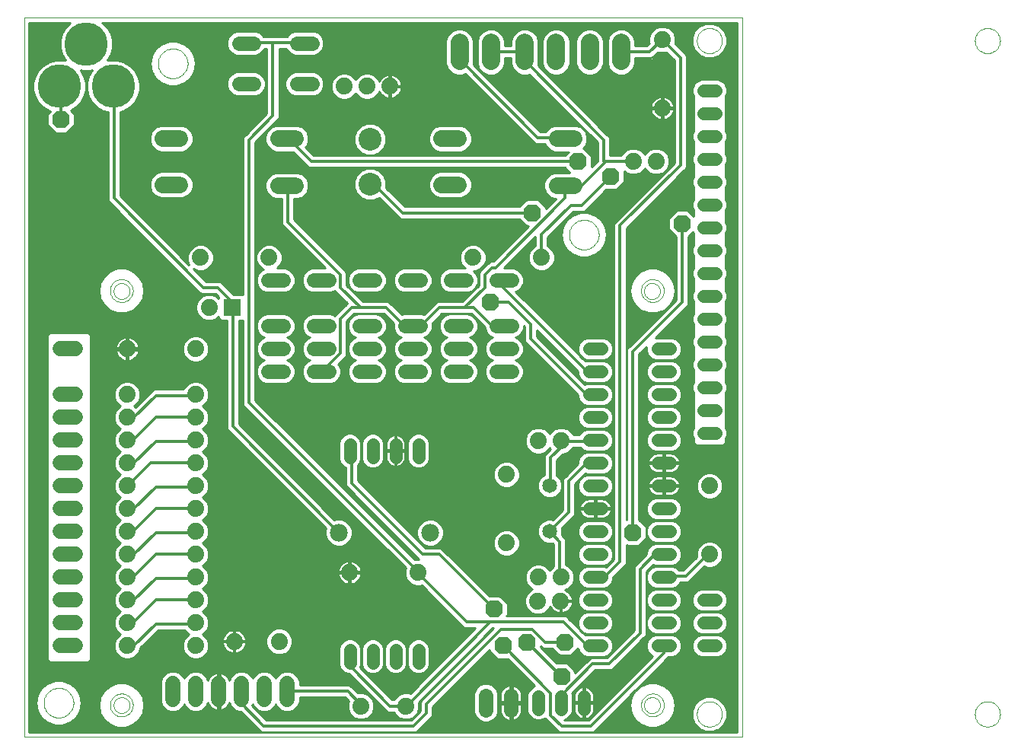
<source format=gtl>
G75*
G70*
%OFA0B0*%
%FSLAX24Y24*%
%IPPOS*%
%LPD*%
%AMOC8*
5,1,8,0,0,1.08239X$1,22.5*
%
%ADD10C,0.0000*%
%ADD11C,0.0800*%
%ADD12C,0.0740*%
%ADD13C,0.0740*%
%ADD14C,0.0560*%
%ADD15C,0.0650*%
%ADD16C,0.0640*%
%ADD17C,0.0680*%
%ADD18C,0.0555*%
%ADD19C,0.1000*%
%ADD20C,0.1900*%
%ADD21R,0.0740X0.0740*%
%ADD22C,0.0780*%
%ADD23C,0.0120*%
%ADD24OC8,0.0760*%
%ADD25C,0.0100*%
D10*
X002006Y001159D02*
X002006Y032655D01*
X033426Y032655D01*
X033426Y001159D01*
X002006Y001159D01*
X002856Y002659D02*
X002858Y002709D01*
X002864Y002759D01*
X002874Y002809D01*
X002887Y002857D01*
X002904Y002905D01*
X002925Y002951D01*
X002949Y002995D01*
X002977Y003037D01*
X003008Y003077D01*
X003042Y003114D01*
X003079Y003149D01*
X003118Y003180D01*
X003159Y003209D01*
X003203Y003234D01*
X003249Y003256D01*
X003296Y003274D01*
X003344Y003288D01*
X003393Y003299D01*
X003443Y003306D01*
X003493Y003309D01*
X003544Y003308D01*
X003594Y003303D01*
X003644Y003294D01*
X003692Y003282D01*
X003740Y003265D01*
X003786Y003245D01*
X003831Y003222D01*
X003874Y003195D01*
X003914Y003165D01*
X003952Y003132D01*
X003987Y003096D01*
X004020Y003057D01*
X004049Y003016D01*
X004075Y002973D01*
X004098Y002928D01*
X004117Y002881D01*
X004132Y002833D01*
X004144Y002784D01*
X004152Y002734D01*
X004156Y002684D01*
X004156Y002634D01*
X004152Y002584D01*
X004144Y002534D01*
X004132Y002485D01*
X004117Y002437D01*
X004098Y002390D01*
X004075Y002345D01*
X004049Y002302D01*
X004020Y002261D01*
X003987Y002222D01*
X003952Y002186D01*
X003914Y002153D01*
X003874Y002123D01*
X003831Y002096D01*
X003786Y002073D01*
X003740Y002053D01*
X003692Y002036D01*
X003644Y002024D01*
X003594Y002015D01*
X003544Y002010D01*
X003493Y002009D01*
X003443Y002012D01*
X003393Y002019D01*
X003344Y002030D01*
X003296Y002044D01*
X003249Y002062D01*
X003203Y002084D01*
X003159Y002109D01*
X003118Y002138D01*
X003079Y002169D01*
X003042Y002204D01*
X003008Y002241D01*
X002977Y002281D01*
X002949Y002323D01*
X002925Y002367D01*
X002904Y002413D01*
X002887Y002461D01*
X002874Y002509D01*
X002864Y002559D01*
X002858Y002609D01*
X002856Y002659D01*
X005756Y002559D02*
X005758Y002603D01*
X005764Y002647D01*
X005774Y002690D01*
X005787Y002732D01*
X005804Y002773D01*
X005825Y002812D01*
X005849Y002849D01*
X005876Y002884D01*
X005906Y002916D01*
X005939Y002946D01*
X005975Y002972D01*
X006012Y002996D01*
X006052Y003015D01*
X006093Y003032D01*
X006136Y003044D01*
X006179Y003053D01*
X006223Y003058D01*
X006267Y003059D01*
X006311Y003056D01*
X006355Y003049D01*
X006398Y003038D01*
X006440Y003024D01*
X006480Y003006D01*
X006519Y002984D01*
X006555Y002960D01*
X006589Y002932D01*
X006621Y002901D01*
X006650Y002867D01*
X006676Y002831D01*
X006698Y002793D01*
X006717Y002753D01*
X006732Y002711D01*
X006744Y002669D01*
X006752Y002625D01*
X006756Y002581D01*
X006756Y002537D01*
X006752Y002493D01*
X006744Y002449D01*
X006732Y002407D01*
X006717Y002365D01*
X006698Y002325D01*
X006676Y002287D01*
X006650Y002251D01*
X006621Y002217D01*
X006589Y002186D01*
X006555Y002158D01*
X006519Y002134D01*
X006480Y002112D01*
X006440Y002094D01*
X006398Y002080D01*
X006355Y002069D01*
X006311Y002062D01*
X006267Y002059D01*
X006223Y002060D01*
X006179Y002065D01*
X006136Y002074D01*
X006093Y002086D01*
X006052Y002103D01*
X006012Y002122D01*
X005975Y002146D01*
X005939Y002172D01*
X005906Y002202D01*
X005876Y002234D01*
X005849Y002269D01*
X005825Y002306D01*
X005804Y002345D01*
X005787Y002386D01*
X005774Y002428D01*
X005764Y002471D01*
X005758Y002515D01*
X005756Y002559D01*
X005916Y002553D02*
X005918Y002590D01*
X005924Y002627D01*
X005934Y002663D01*
X005947Y002698D01*
X005964Y002731D01*
X005985Y002762D01*
X006009Y002790D01*
X006036Y002816D01*
X006065Y002839D01*
X006096Y002859D01*
X006130Y002875D01*
X006165Y002888D01*
X006201Y002897D01*
X006238Y002902D01*
X006275Y002903D01*
X006312Y002900D01*
X006349Y002893D01*
X006385Y002882D01*
X006419Y002868D01*
X006452Y002850D01*
X006482Y002828D01*
X006510Y002804D01*
X006535Y002776D01*
X006558Y002746D01*
X006577Y002714D01*
X006592Y002680D01*
X006604Y002645D01*
X006612Y002609D01*
X006616Y002572D01*
X006616Y002534D01*
X006612Y002497D01*
X006604Y002461D01*
X006592Y002426D01*
X006577Y002392D01*
X006558Y002360D01*
X006535Y002330D01*
X006510Y002302D01*
X006482Y002278D01*
X006452Y002256D01*
X006419Y002238D01*
X006385Y002224D01*
X006349Y002213D01*
X006312Y002206D01*
X006275Y002203D01*
X006238Y002204D01*
X006201Y002209D01*
X006165Y002218D01*
X006130Y002231D01*
X006096Y002247D01*
X006065Y002267D01*
X006036Y002290D01*
X006009Y002316D01*
X005985Y002344D01*
X005964Y002375D01*
X005947Y002408D01*
X005934Y002443D01*
X005924Y002479D01*
X005918Y002516D01*
X005916Y002553D01*
X029138Y002553D02*
X029140Y002590D01*
X029146Y002627D01*
X029156Y002663D01*
X029169Y002698D01*
X029186Y002731D01*
X029207Y002762D01*
X029231Y002790D01*
X029258Y002816D01*
X029287Y002839D01*
X029318Y002859D01*
X029352Y002875D01*
X029387Y002888D01*
X029423Y002897D01*
X029460Y002902D01*
X029497Y002903D01*
X029534Y002900D01*
X029571Y002893D01*
X029607Y002882D01*
X029641Y002868D01*
X029674Y002850D01*
X029704Y002828D01*
X029732Y002804D01*
X029757Y002776D01*
X029780Y002746D01*
X029799Y002714D01*
X029814Y002680D01*
X029826Y002645D01*
X029834Y002609D01*
X029838Y002572D01*
X029838Y002534D01*
X029834Y002497D01*
X029826Y002461D01*
X029814Y002426D01*
X029799Y002392D01*
X029780Y002360D01*
X029757Y002330D01*
X029732Y002302D01*
X029704Y002278D01*
X029674Y002256D01*
X029641Y002238D01*
X029607Y002224D01*
X029571Y002213D01*
X029534Y002206D01*
X029497Y002203D01*
X029460Y002204D01*
X029423Y002209D01*
X029387Y002218D01*
X029352Y002231D01*
X029318Y002247D01*
X029287Y002267D01*
X029258Y002290D01*
X029231Y002316D01*
X029207Y002344D01*
X029186Y002375D01*
X029169Y002408D01*
X029156Y002443D01*
X029146Y002479D01*
X029140Y002516D01*
X029138Y002553D01*
X029006Y002559D02*
X029008Y002603D01*
X029014Y002647D01*
X029024Y002690D01*
X029037Y002732D01*
X029054Y002773D01*
X029075Y002812D01*
X029099Y002849D01*
X029126Y002884D01*
X029156Y002916D01*
X029189Y002946D01*
X029225Y002972D01*
X029262Y002996D01*
X029302Y003015D01*
X029343Y003032D01*
X029386Y003044D01*
X029429Y003053D01*
X029473Y003058D01*
X029517Y003059D01*
X029561Y003056D01*
X029605Y003049D01*
X029648Y003038D01*
X029690Y003024D01*
X029730Y003006D01*
X029769Y002984D01*
X029805Y002960D01*
X029839Y002932D01*
X029871Y002901D01*
X029900Y002867D01*
X029926Y002831D01*
X029948Y002793D01*
X029967Y002753D01*
X029982Y002711D01*
X029994Y002669D01*
X030002Y002625D01*
X030006Y002581D01*
X030006Y002537D01*
X030002Y002493D01*
X029994Y002449D01*
X029982Y002407D01*
X029967Y002365D01*
X029948Y002325D01*
X029926Y002287D01*
X029900Y002251D01*
X029871Y002217D01*
X029839Y002186D01*
X029805Y002158D01*
X029769Y002134D01*
X029730Y002112D01*
X029690Y002094D01*
X029648Y002080D01*
X029605Y002069D01*
X029561Y002062D01*
X029517Y002059D01*
X029473Y002060D01*
X029429Y002065D01*
X029386Y002074D01*
X029343Y002086D01*
X029302Y002103D01*
X029262Y002122D01*
X029225Y002146D01*
X029189Y002172D01*
X029156Y002202D01*
X029126Y002234D01*
X029099Y002269D01*
X029075Y002306D01*
X029054Y002345D01*
X029037Y002386D01*
X029024Y002428D01*
X029014Y002471D01*
X029008Y002515D01*
X029006Y002559D01*
X031447Y002163D02*
X031449Y002210D01*
X031455Y002256D01*
X031465Y002302D01*
X031478Y002347D01*
X031496Y002390D01*
X031517Y002432D01*
X031541Y002472D01*
X031569Y002509D01*
X031600Y002544D01*
X031634Y002577D01*
X031670Y002606D01*
X031709Y002632D01*
X031750Y002655D01*
X031793Y002674D01*
X031837Y002690D01*
X031882Y002702D01*
X031928Y002710D01*
X031975Y002714D01*
X032021Y002714D01*
X032068Y002710D01*
X032114Y002702D01*
X032159Y002690D01*
X032203Y002674D01*
X032246Y002655D01*
X032287Y002632D01*
X032326Y002606D01*
X032362Y002577D01*
X032396Y002544D01*
X032427Y002509D01*
X032455Y002472D01*
X032479Y002432D01*
X032500Y002390D01*
X032518Y002347D01*
X032531Y002302D01*
X032541Y002256D01*
X032547Y002210D01*
X032549Y002163D01*
X032547Y002116D01*
X032541Y002070D01*
X032531Y002024D01*
X032518Y001979D01*
X032500Y001936D01*
X032479Y001894D01*
X032455Y001854D01*
X032427Y001817D01*
X032396Y001782D01*
X032362Y001749D01*
X032326Y001720D01*
X032287Y001694D01*
X032246Y001671D01*
X032203Y001652D01*
X032159Y001636D01*
X032114Y001624D01*
X032068Y001616D01*
X032021Y001612D01*
X031975Y001612D01*
X031928Y001616D01*
X031882Y001624D01*
X031837Y001636D01*
X031793Y001652D01*
X031750Y001671D01*
X031709Y001694D01*
X031670Y001720D01*
X031634Y001749D01*
X031600Y001782D01*
X031569Y001817D01*
X031541Y001854D01*
X031517Y001894D01*
X031496Y001936D01*
X031478Y001979D01*
X031465Y002024D01*
X031455Y002070D01*
X031449Y002116D01*
X031447Y002163D01*
X043620Y002163D02*
X043622Y002210D01*
X043628Y002256D01*
X043638Y002302D01*
X043651Y002347D01*
X043669Y002390D01*
X043690Y002432D01*
X043714Y002472D01*
X043742Y002509D01*
X043773Y002544D01*
X043807Y002577D01*
X043843Y002606D01*
X043882Y002632D01*
X043923Y002655D01*
X043966Y002674D01*
X044010Y002690D01*
X044055Y002702D01*
X044101Y002710D01*
X044148Y002714D01*
X044194Y002714D01*
X044241Y002710D01*
X044287Y002702D01*
X044332Y002690D01*
X044376Y002674D01*
X044419Y002655D01*
X044460Y002632D01*
X044499Y002606D01*
X044535Y002577D01*
X044569Y002544D01*
X044600Y002509D01*
X044628Y002472D01*
X044652Y002432D01*
X044673Y002390D01*
X044691Y002347D01*
X044704Y002302D01*
X044714Y002256D01*
X044720Y002210D01*
X044722Y002163D01*
X044720Y002116D01*
X044714Y002070D01*
X044704Y002024D01*
X044691Y001979D01*
X044673Y001936D01*
X044652Y001894D01*
X044628Y001854D01*
X044600Y001817D01*
X044569Y001782D01*
X044535Y001749D01*
X044499Y001720D01*
X044460Y001694D01*
X044419Y001671D01*
X044376Y001652D01*
X044332Y001636D01*
X044287Y001624D01*
X044241Y001616D01*
X044194Y001612D01*
X044148Y001612D01*
X044101Y001616D01*
X044055Y001624D01*
X044010Y001636D01*
X043966Y001652D01*
X043923Y001671D01*
X043882Y001694D01*
X043843Y001720D01*
X043807Y001749D01*
X043773Y001782D01*
X043742Y001817D01*
X043714Y001854D01*
X043690Y001894D01*
X043669Y001936D01*
X043651Y001979D01*
X043638Y002024D01*
X043628Y002070D01*
X043622Y002116D01*
X043620Y002163D01*
X029138Y020687D02*
X029140Y020724D01*
X029146Y020761D01*
X029156Y020797D01*
X029169Y020832D01*
X029186Y020865D01*
X029207Y020896D01*
X029231Y020924D01*
X029258Y020950D01*
X029287Y020973D01*
X029318Y020993D01*
X029352Y021009D01*
X029387Y021022D01*
X029423Y021031D01*
X029460Y021036D01*
X029497Y021037D01*
X029534Y021034D01*
X029571Y021027D01*
X029607Y021016D01*
X029641Y021002D01*
X029674Y020984D01*
X029704Y020962D01*
X029732Y020938D01*
X029757Y020910D01*
X029780Y020880D01*
X029799Y020848D01*
X029814Y020814D01*
X029826Y020779D01*
X029834Y020743D01*
X029838Y020706D01*
X029838Y020668D01*
X029834Y020631D01*
X029826Y020595D01*
X029814Y020560D01*
X029799Y020526D01*
X029780Y020494D01*
X029757Y020464D01*
X029732Y020436D01*
X029704Y020412D01*
X029674Y020390D01*
X029641Y020372D01*
X029607Y020358D01*
X029571Y020347D01*
X029534Y020340D01*
X029497Y020337D01*
X029460Y020338D01*
X029423Y020343D01*
X029387Y020352D01*
X029352Y020365D01*
X029318Y020381D01*
X029287Y020401D01*
X029258Y020424D01*
X029231Y020450D01*
X029207Y020478D01*
X029186Y020509D01*
X029169Y020542D01*
X029156Y020577D01*
X029146Y020613D01*
X029140Y020650D01*
X029138Y020687D01*
X029006Y020709D02*
X029008Y020753D01*
X029014Y020797D01*
X029024Y020840D01*
X029037Y020882D01*
X029054Y020923D01*
X029075Y020962D01*
X029099Y020999D01*
X029126Y021034D01*
X029156Y021066D01*
X029189Y021096D01*
X029225Y021122D01*
X029262Y021146D01*
X029302Y021165D01*
X029343Y021182D01*
X029386Y021194D01*
X029429Y021203D01*
X029473Y021208D01*
X029517Y021209D01*
X029561Y021206D01*
X029605Y021199D01*
X029648Y021188D01*
X029690Y021174D01*
X029730Y021156D01*
X029769Y021134D01*
X029805Y021110D01*
X029839Y021082D01*
X029871Y021051D01*
X029900Y021017D01*
X029926Y020981D01*
X029948Y020943D01*
X029967Y020903D01*
X029982Y020861D01*
X029994Y020819D01*
X030002Y020775D01*
X030006Y020731D01*
X030006Y020687D01*
X030002Y020643D01*
X029994Y020599D01*
X029982Y020557D01*
X029967Y020515D01*
X029948Y020475D01*
X029926Y020437D01*
X029900Y020401D01*
X029871Y020367D01*
X029839Y020336D01*
X029805Y020308D01*
X029769Y020284D01*
X029730Y020262D01*
X029690Y020244D01*
X029648Y020230D01*
X029605Y020219D01*
X029561Y020212D01*
X029517Y020209D01*
X029473Y020210D01*
X029429Y020215D01*
X029386Y020224D01*
X029343Y020236D01*
X029302Y020253D01*
X029262Y020272D01*
X029225Y020296D01*
X029189Y020322D01*
X029156Y020352D01*
X029126Y020384D01*
X029099Y020419D01*
X029075Y020456D01*
X029054Y020495D01*
X029037Y020536D01*
X029024Y020578D01*
X029014Y020621D01*
X029008Y020665D01*
X029006Y020709D01*
X025856Y023159D02*
X025858Y023209D01*
X025864Y023259D01*
X025874Y023309D01*
X025887Y023357D01*
X025904Y023405D01*
X025925Y023451D01*
X025949Y023495D01*
X025977Y023537D01*
X026008Y023577D01*
X026042Y023614D01*
X026079Y023649D01*
X026118Y023680D01*
X026159Y023709D01*
X026203Y023734D01*
X026249Y023756D01*
X026296Y023774D01*
X026344Y023788D01*
X026393Y023799D01*
X026443Y023806D01*
X026493Y023809D01*
X026544Y023808D01*
X026594Y023803D01*
X026644Y023794D01*
X026692Y023782D01*
X026740Y023765D01*
X026786Y023745D01*
X026831Y023722D01*
X026874Y023695D01*
X026914Y023665D01*
X026952Y023632D01*
X026987Y023596D01*
X027020Y023557D01*
X027049Y023516D01*
X027075Y023473D01*
X027098Y023428D01*
X027117Y023381D01*
X027132Y023333D01*
X027144Y023284D01*
X027152Y023234D01*
X027156Y023184D01*
X027156Y023134D01*
X027152Y023084D01*
X027144Y023034D01*
X027132Y022985D01*
X027117Y022937D01*
X027098Y022890D01*
X027075Y022845D01*
X027049Y022802D01*
X027020Y022761D01*
X026987Y022722D01*
X026952Y022686D01*
X026914Y022653D01*
X026874Y022623D01*
X026831Y022596D01*
X026786Y022573D01*
X026740Y022553D01*
X026692Y022536D01*
X026644Y022524D01*
X026594Y022515D01*
X026544Y022510D01*
X026493Y022509D01*
X026443Y022512D01*
X026393Y022519D01*
X026344Y022530D01*
X026296Y022544D01*
X026249Y022562D01*
X026203Y022584D01*
X026159Y022609D01*
X026118Y022638D01*
X026079Y022669D01*
X026042Y022704D01*
X026008Y022741D01*
X025977Y022781D01*
X025949Y022823D01*
X025925Y022867D01*
X025904Y022913D01*
X025887Y022961D01*
X025874Y023009D01*
X025864Y023059D01*
X025858Y023109D01*
X025856Y023159D01*
X031447Y031659D02*
X031449Y031706D01*
X031455Y031752D01*
X031465Y031798D01*
X031478Y031843D01*
X031496Y031886D01*
X031517Y031928D01*
X031541Y031968D01*
X031569Y032005D01*
X031600Y032040D01*
X031634Y032073D01*
X031670Y032102D01*
X031709Y032128D01*
X031750Y032151D01*
X031793Y032170D01*
X031837Y032186D01*
X031882Y032198D01*
X031928Y032206D01*
X031975Y032210D01*
X032021Y032210D01*
X032068Y032206D01*
X032114Y032198D01*
X032159Y032186D01*
X032203Y032170D01*
X032246Y032151D01*
X032287Y032128D01*
X032326Y032102D01*
X032362Y032073D01*
X032396Y032040D01*
X032427Y032005D01*
X032455Y031968D01*
X032479Y031928D01*
X032500Y031886D01*
X032518Y031843D01*
X032531Y031798D01*
X032541Y031752D01*
X032547Y031706D01*
X032549Y031659D01*
X032547Y031612D01*
X032541Y031566D01*
X032531Y031520D01*
X032518Y031475D01*
X032500Y031432D01*
X032479Y031390D01*
X032455Y031350D01*
X032427Y031313D01*
X032396Y031278D01*
X032362Y031245D01*
X032326Y031216D01*
X032287Y031190D01*
X032246Y031167D01*
X032203Y031148D01*
X032159Y031132D01*
X032114Y031120D01*
X032068Y031112D01*
X032021Y031108D01*
X031975Y031108D01*
X031928Y031112D01*
X031882Y031120D01*
X031837Y031132D01*
X031793Y031148D01*
X031750Y031167D01*
X031709Y031190D01*
X031670Y031216D01*
X031634Y031245D01*
X031600Y031278D01*
X031569Y031313D01*
X031541Y031350D01*
X031517Y031390D01*
X031496Y031432D01*
X031478Y031475D01*
X031465Y031520D01*
X031455Y031566D01*
X031449Y031612D01*
X031447Y031659D01*
X043620Y031659D02*
X043622Y031706D01*
X043628Y031752D01*
X043638Y031798D01*
X043651Y031843D01*
X043669Y031886D01*
X043690Y031928D01*
X043714Y031968D01*
X043742Y032005D01*
X043773Y032040D01*
X043807Y032073D01*
X043843Y032102D01*
X043882Y032128D01*
X043923Y032151D01*
X043966Y032170D01*
X044010Y032186D01*
X044055Y032198D01*
X044101Y032206D01*
X044148Y032210D01*
X044194Y032210D01*
X044241Y032206D01*
X044287Y032198D01*
X044332Y032186D01*
X044376Y032170D01*
X044419Y032151D01*
X044460Y032128D01*
X044499Y032102D01*
X044535Y032073D01*
X044569Y032040D01*
X044600Y032005D01*
X044628Y031968D01*
X044652Y031928D01*
X044673Y031886D01*
X044691Y031843D01*
X044704Y031798D01*
X044714Y031752D01*
X044720Y031706D01*
X044722Y031659D01*
X044720Y031612D01*
X044714Y031566D01*
X044704Y031520D01*
X044691Y031475D01*
X044673Y031432D01*
X044652Y031390D01*
X044628Y031350D01*
X044600Y031313D01*
X044569Y031278D01*
X044535Y031245D01*
X044499Y031216D01*
X044460Y031190D01*
X044419Y031167D01*
X044376Y031148D01*
X044332Y031132D01*
X044287Y031120D01*
X044241Y031112D01*
X044194Y031108D01*
X044148Y031108D01*
X044101Y031112D01*
X044055Y031120D01*
X044010Y031132D01*
X043966Y031148D01*
X043923Y031167D01*
X043882Y031190D01*
X043843Y031216D01*
X043807Y031245D01*
X043773Y031278D01*
X043742Y031313D01*
X043714Y031350D01*
X043690Y031390D01*
X043669Y031432D01*
X043651Y031475D01*
X043638Y031520D01*
X043628Y031566D01*
X043622Y031612D01*
X043620Y031659D01*
X007856Y030659D02*
X007858Y030709D01*
X007864Y030759D01*
X007874Y030809D01*
X007887Y030857D01*
X007904Y030905D01*
X007925Y030951D01*
X007949Y030995D01*
X007977Y031037D01*
X008008Y031077D01*
X008042Y031114D01*
X008079Y031149D01*
X008118Y031180D01*
X008159Y031209D01*
X008203Y031234D01*
X008249Y031256D01*
X008296Y031274D01*
X008344Y031288D01*
X008393Y031299D01*
X008443Y031306D01*
X008493Y031309D01*
X008544Y031308D01*
X008594Y031303D01*
X008644Y031294D01*
X008692Y031282D01*
X008740Y031265D01*
X008786Y031245D01*
X008831Y031222D01*
X008874Y031195D01*
X008914Y031165D01*
X008952Y031132D01*
X008987Y031096D01*
X009020Y031057D01*
X009049Y031016D01*
X009075Y030973D01*
X009098Y030928D01*
X009117Y030881D01*
X009132Y030833D01*
X009144Y030784D01*
X009152Y030734D01*
X009156Y030684D01*
X009156Y030634D01*
X009152Y030584D01*
X009144Y030534D01*
X009132Y030485D01*
X009117Y030437D01*
X009098Y030390D01*
X009075Y030345D01*
X009049Y030302D01*
X009020Y030261D01*
X008987Y030222D01*
X008952Y030186D01*
X008914Y030153D01*
X008874Y030123D01*
X008831Y030096D01*
X008786Y030073D01*
X008740Y030053D01*
X008692Y030036D01*
X008644Y030024D01*
X008594Y030015D01*
X008544Y030010D01*
X008493Y030009D01*
X008443Y030012D01*
X008393Y030019D01*
X008344Y030030D01*
X008296Y030044D01*
X008249Y030062D01*
X008203Y030084D01*
X008159Y030109D01*
X008118Y030138D01*
X008079Y030169D01*
X008042Y030204D01*
X008008Y030241D01*
X007977Y030281D01*
X007949Y030323D01*
X007925Y030367D01*
X007904Y030413D01*
X007887Y030461D01*
X007874Y030509D01*
X007864Y030559D01*
X007858Y030609D01*
X007856Y030659D01*
X005756Y020709D02*
X005758Y020753D01*
X005764Y020797D01*
X005774Y020840D01*
X005787Y020882D01*
X005804Y020923D01*
X005825Y020962D01*
X005849Y020999D01*
X005876Y021034D01*
X005906Y021066D01*
X005939Y021096D01*
X005975Y021122D01*
X006012Y021146D01*
X006052Y021165D01*
X006093Y021182D01*
X006136Y021194D01*
X006179Y021203D01*
X006223Y021208D01*
X006267Y021209D01*
X006311Y021206D01*
X006355Y021199D01*
X006398Y021188D01*
X006440Y021174D01*
X006480Y021156D01*
X006519Y021134D01*
X006555Y021110D01*
X006589Y021082D01*
X006621Y021051D01*
X006650Y021017D01*
X006676Y020981D01*
X006698Y020943D01*
X006717Y020903D01*
X006732Y020861D01*
X006744Y020819D01*
X006752Y020775D01*
X006756Y020731D01*
X006756Y020687D01*
X006752Y020643D01*
X006744Y020599D01*
X006732Y020557D01*
X006717Y020515D01*
X006698Y020475D01*
X006676Y020437D01*
X006650Y020401D01*
X006621Y020367D01*
X006589Y020336D01*
X006555Y020308D01*
X006519Y020284D01*
X006480Y020262D01*
X006440Y020244D01*
X006398Y020230D01*
X006355Y020219D01*
X006311Y020212D01*
X006267Y020209D01*
X006223Y020210D01*
X006179Y020215D01*
X006136Y020224D01*
X006093Y020236D01*
X006052Y020253D01*
X006012Y020272D01*
X005975Y020296D01*
X005939Y020322D01*
X005906Y020352D01*
X005876Y020384D01*
X005849Y020419D01*
X005825Y020456D01*
X005804Y020495D01*
X005787Y020536D01*
X005774Y020578D01*
X005764Y020621D01*
X005758Y020665D01*
X005756Y020709D01*
X005916Y020687D02*
X005918Y020724D01*
X005924Y020761D01*
X005934Y020797D01*
X005947Y020832D01*
X005964Y020865D01*
X005985Y020896D01*
X006009Y020924D01*
X006036Y020950D01*
X006065Y020973D01*
X006096Y020993D01*
X006130Y021009D01*
X006165Y021022D01*
X006201Y021031D01*
X006238Y021036D01*
X006275Y021037D01*
X006312Y021034D01*
X006349Y021027D01*
X006385Y021016D01*
X006419Y021002D01*
X006452Y020984D01*
X006482Y020962D01*
X006510Y020938D01*
X006535Y020910D01*
X006558Y020880D01*
X006577Y020848D01*
X006592Y020814D01*
X006604Y020779D01*
X006612Y020743D01*
X006616Y020706D01*
X006616Y020668D01*
X006612Y020631D01*
X006604Y020595D01*
X006592Y020560D01*
X006577Y020526D01*
X006558Y020494D01*
X006535Y020464D01*
X006510Y020436D01*
X006482Y020412D01*
X006452Y020390D01*
X006419Y020372D01*
X006385Y020358D01*
X006349Y020347D01*
X006312Y020340D01*
X006275Y020337D01*
X006238Y020338D01*
X006201Y020343D01*
X006165Y020352D01*
X006130Y020365D01*
X006096Y020381D01*
X006065Y020401D01*
X006036Y020424D01*
X006009Y020450D01*
X005985Y020478D01*
X005964Y020509D01*
X005947Y020542D01*
X005934Y020577D01*
X005924Y020613D01*
X005918Y020650D01*
X005916Y020687D01*
D11*
X021056Y030759D02*
X021056Y031559D01*
X022434Y031559D02*
X022434Y030759D01*
X023906Y030759D02*
X023906Y031559D01*
X025284Y031559D02*
X025284Y030759D01*
X026756Y030759D02*
X026756Y031559D01*
X028134Y031559D02*
X028134Y030759D01*
D12*
X029931Y031702D03*
X029931Y028702D03*
X029663Y026370D03*
X028663Y026370D03*
X024643Y022159D03*
X021643Y022159D03*
X012718Y022159D03*
X009718Y022159D03*
X010092Y019970D03*
X009506Y018159D03*
X009506Y016159D03*
X009506Y015159D03*
X009506Y014159D03*
X009506Y013159D03*
X009506Y012159D03*
X009506Y011159D03*
X009506Y010159D03*
X009506Y009159D03*
X009506Y008159D03*
X009506Y007159D03*
X009506Y006159D03*
X009506Y005159D03*
X011193Y005344D03*
X013162Y005344D03*
X016738Y002512D03*
X018707Y002512D03*
X024487Y007109D03*
X025487Y007109D03*
X025506Y008158D03*
X024506Y008158D03*
X023112Y009659D03*
X019243Y008363D03*
X016243Y008363D03*
X023112Y012659D03*
X024506Y014131D03*
X025506Y014131D03*
X032006Y012159D03*
X032006Y009159D03*
X006506Y009159D03*
X006506Y008159D03*
X006506Y007159D03*
X006506Y006159D03*
X006506Y005159D03*
X006506Y010159D03*
X006506Y011159D03*
X006506Y012159D03*
X006506Y013159D03*
X006506Y014159D03*
X006506Y015159D03*
X006506Y016159D03*
X006506Y018159D03*
X016006Y029659D03*
X017006Y029659D03*
X018006Y029659D03*
D13*
X020280Y027364D02*
X021020Y027364D01*
X021020Y025348D02*
X020280Y025348D01*
X025332Y025308D02*
X026072Y025308D01*
X026072Y027364D02*
X025332Y027364D01*
X013866Y027364D02*
X013126Y027364D01*
X013126Y025308D02*
X013866Y025308D01*
X008814Y025348D02*
X008074Y025348D01*
X008074Y027364D02*
X008814Y027364D01*
D14*
X026726Y018159D02*
X027286Y018159D01*
X027286Y017159D02*
X026726Y017159D01*
X026726Y016159D02*
X027286Y016159D01*
X027286Y015159D02*
X026726Y015159D01*
X026726Y014159D02*
X027286Y014159D01*
X027286Y013159D02*
X026726Y013159D01*
X026726Y012159D02*
X027286Y012159D01*
X027286Y011159D02*
X026726Y011159D01*
X026726Y010159D02*
X027286Y010159D01*
X027286Y009159D02*
X026726Y009159D01*
X026726Y008159D02*
X027286Y008159D01*
X027286Y007159D02*
X026726Y007159D01*
X026726Y006159D02*
X027286Y006159D01*
X027286Y005159D02*
X026726Y005159D01*
X026506Y002939D02*
X026506Y002379D01*
X025506Y002379D02*
X025506Y002939D01*
X024506Y002939D02*
X024506Y002379D01*
X029726Y005159D02*
X030286Y005159D01*
X030286Y006159D02*
X029726Y006159D01*
X029726Y007159D02*
X030286Y007159D01*
X030286Y008159D02*
X029726Y008159D01*
X029726Y009159D02*
X030286Y009159D01*
X030286Y010159D02*
X029726Y010159D01*
X029726Y011159D02*
X030286Y011159D01*
X030286Y012159D02*
X029726Y012159D01*
X029726Y013159D02*
X030286Y013159D01*
X030286Y014159D02*
X029726Y014159D01*
X029726Y015159D02*
X030286Y015159D01*
X030286Y016159D02*
X029726Y016159D01*
X029726Y017159D02*
X030286Y017159D01*
X030286Y018159D02*
X029726Y018159D01*
X031726Y007159D02*
X032286Y007159D01*
X032286Y006159D02*
X031726Y006159D01*
X031726Y005159D02*
X032286Y005159D01*
D15*
X025006Y010159D03*
X025006Y012159D03*
D16*
X023326Y017159D02*
X022686Y017159D01*
X022686Y018159D02*
X023326Y018159D01*
X023326Y019159D02*
X022686Y019159D01*
X021326Y019159D02*
X020686Y019159D01*
X020686Y018159D02*
X021326Y018159D01*
X021326Y017159D02*
X020686Y017159D01*
X019326Y017159D02*
X018686Y017159D01*
X018686Y018159D02*
X019326Y018159D01*
X019326Y019159D02*
X018686Y019159D01*
X017326Y019159D02*
X016686Y019159D01*
X016686Y018159D02*
X017326Y018159D01*
X017326Y017159D02*
X016686Y017159D01*
X015326Y017159D02*
X014686Y017159D01*
X014686Y018159D02*
X015326Y018159D01*
X015326Y019159D02*
X014686Y019159D01*
X013326Y019159D02*
X012686Y019159D01*
X012686Y018159D02*
X013326Y018159D01*
X013326Y017159D02*
X012686Y017159D01*
X012686Y021159D02*
X013326Y021159D01*
X014686Y021159D02*
X015326Y021159D01*
X016686Y021159D02*
X017326Y021159D01*
X018686Y021159D02*
X019326Y021159D01*
X020686Y021159D02*
X021326Y021159D01*
X022686Y021159D02*
X023326Y021159D01*
X014589Y029760D02*
X013949Y029760D01*
X012029Y029760D02*
X011389Y029760D01*
X011389Y031540D02*
X012029Y031540D01*
X013949Y031540D02*
X014589Y031540D01*
X022206Y002979D02*
X022206Y002339D01*
X023306Y002339D02*
X023306Y002979D01*
D17*
X013506Y002819D02*
X013506Y003499D01*
X012506Y003499D02*
X012506Y002819D01*
X011506Y002819D02*
X011506Y003499D01*
X010506Y003499D02*
X010506Y002819D01*
X009506Y002819D02*
X009506Y003499D01*
X008506Y003499D02*
X008506Y002819D01*
X004253Y005159D02*
X003573Y005159D01*
X003573Y006159D02*
X004253Y006159D01*
X004253Y007159D02*
X003573Y007159D01*
X003573Y008159D02*
X004253Y008159D01*
X004253Y009159D02*
X003573Y009159D01*
X003573Y010159D02*
X004253Y010159D01*
X004253Y011159D02*
X003573Y011159D01*
X003573Y012159D02*
X004253Y012159D01*
X004253Y013159D02*
X003573Y013159D01*
X003573Y014159D02*
X004253Y014159D01*
X004253Y015159D02*
X003573Y015159D01*
X003573Y016159D02*
X004253Y016159D01*
X004253Y018159D02*
X003573Y018159D01*
D18*
X016256Y013974D02*
X016256Y013419D01*
X017256Y013419D02*
X017256Y013974D01*
X018256Y013974D02*
X018256Y013419D01*
X019256Y013419D02*
X019256Y013974D01*
X019256Y004974D02*
X019256Y004419D01*
X018256Y004419D02*
X018256Y004974D01*
X017256Y004974D02*
X017256Y004419D01*
X016256Y004419D02*
X016256Y004974D01*
X031728Y014470D02*
X032283Y014470D01*
X032283Y015470D02*
X031728Y015470D01*
X031728Y016470D02*
X032283Y016470D01*
X032283Y017470D02*
X031728Y017470D01*
X031728Y018470D02*
X032283Y018470D01*
X032283Y019470D02*
X031728Y019470D01*
X031728Y020470D02*
X032283Y020470D01*
X032283Y021470D02*
X031728Y021470D01*
X031728Y022470D02*
X032283Y022470D01*
X032283Y023470D02*
X031728Y023470D01*
X031728Y024470D02*
X032283Y024470D01*
X032283Y025470D02*
X031728Y025470D01*
X031728Y026470D02*
X032283Y026470D01*
X032283Y027470D02*
X031728Y027470D01*
X031728Y028470D02*
X032283Y028470D01*
X032283Y029470D02*
X031728Y029470D01*
D19*
X017141Y027340D03*
X017141Y025372D03*
D20*
X005899Y029659D03*
X003537Y029659D03*
X004718Y031509D03*
D21*
X011092Y019970D03*
D22*
X015778Y010109D03*
X019778Y010109D03*
D23*
X019446Y009159D02*
X020166Y009159D01*
X022566Y006759D01*
X022406Y006199D02*
X018726Y002519D01*
X018707Y002512D01*
X018646Y002519D01*
X018006Y002519D01*
X016326Y004199D01*
X016326Y004679D01*
X016256Y004696D01*
X016166Y003159D02*
X013506Y003159D01*
X012486Y001639D02*
X011526Y002599D01*
X011526Y003159D01*
X011506Y003159D01*
X012486Y001639D02*
X019046Y001639D01*
X019606Y002199D01*
X019606Y002599D01*
X022886Y005879D01*
X024246Y005879D01*
X024806Y005319D01*
X025686Y005319D01*
X025606Y006199D02*
X026646Y005159D01*
X027006Y005159D01*
X026886Y004359D02*
X027606Y004359D01*
X028966Y005719D01*
X028966Y008519D01*
X029606Y009159D01*
X030006Y009159D01*
X030006Y008199D02*
X030006Y008159D01*
X030006Y008199D02*
X030966Y008199D01*
X031926Y009159D01*
X032006Y009159D01*
X028646Y010119D02*
X028646Y018039D01*
X030806Y020199D01*
X030806Y023639D01*
X030726Y026199D02*
X028086Y023559D01*
X028086Y008839D01*
X027446Y008199D01*
X027046Y008199D01*
X027006Y008159D01*
X025506Y008158D02*
X025446Y008199D01*
X025446Y009719D01*
X025006Y010159D01*
X025846Y010999D01*
X025846Y012359D01*
X026646Y013159D01*
X027006Y013159D01*
X026966Y014119D02*
X025766Y014119D01*
X025506Y014131D01*
X025526Y014119D01*
X025766Y014119D01*
X025046Y013399D01*
X025046Y012199D01*
X025006Y012159D01*
X026966Y014119D02*
X027006Y014159D01*
X027006Y016159D02*
X026966Y016199D01*
X026566Y016199D01*
X024166Y018599D01*
X024166Y019239D01*
X023206Y020199D01*
X022406Y020199D01*
X022166Y020839D02*
X021286Y019959D01*
X021686Y019959D01*
X022486Y019159D01*
X023006Y019159D01*
X021286Y019959D02*
X020166Y019959D01*
X019366Y019159D01*
X019006Y019159D01*
X018646Y019159D01*
X017846Y019959D01*
X016726Y019959D01*
X015846Y020839D01*
X015846Y021399D01*
X013526Y023719D01*
X013526Y025239D01*
X013496Y025308D01*
X014566Y026359D02*
X013526Y027399D01*
X013496Y027364D01*
X012886Y028359D02*
X011846Y027319D01*
X011846Y015799D01*
X019206Y008439D01*
X019243Y008363D01*
X019206Y008359D01*
X021366Y006199D01*
X022406Y006199D01*
X025606Y006199D01*
X024006Y005319D02*
X025526Y003799D01*
X025046Y003079D02*
X025046Y002119D01*
X025526Y001639D01*
X026806Y001639D01*
X030006Y004839D01*
X030006Y005159D01*
X026886Y004359D02*
X025526Y002999D01*
X025526Y002679D01*
X025506Y002659D01*
X025046Y003079D02*
X022966Y005159D01*
X019446Y009159D02*
X016326Y012279D01*
X016326Y013639D01*
X016256Y013696D01*
X015766Y010119D02*
X015778Y010109D01*
X015766Y010119D02*
X011126Y014759D01*
X011126Y019959D01*
X011092Y019970D01*
X011046Y020039D01*
X011046Y020279D01*
X010486Y020839D01*
X009846Y020839D01*
X005926Y024759D01*
X005926Y029639D01*
X005899Y029659D01*
X003606Y029639D02*
X003606Y028199D01*
X003606Y029639D02*
X003537Y029659D01*
X011709Y031540D02*
X011766Y031559D01*
X012886Y031559D01*
X012886Y028359D01*
X014566Y026359D02*
X026246Y026359D01*
X027366Y026359D02*
X027406Y026319D01*
X026406Y025319D01*
X025766Y025319D01*
X025702Y025308D01*
X025686Y025239D01*
X025686Y024759D01*
X022646Y021719D01*
X022486Y021719D01*
X022166Y021399D01*
X022166Y020839D01*
X022966Y020839D02*
X022966Y021159D01*
X023006Y021159D01*
X022966Y020839D02*
X026646Y017159D01*
X027006Y017159D01*
X024643Y022159D02*
X024646Y022199D01*
X024646Y023159D01*
X025926Y024439D01*
X026406Y024439D01*
X027686Y025719D01*
X027406Y026319D02*
X027446Y026359D01*
X028646Y026359D01*
X028663Y026370D01*
X027366Y026359D02*
X027366Y027319D01*
X023926Y030759D01*
X023926Y031159D01*
X023906Y031159D01*
X022434Y031159D01*
X021126Y031159D02*
X021126Y030759D01*
X024486Y027399D01*
X025686Y027399D01*
X025702Y027364D01*
X024246Y024119D02*
X018566Y024119D01*
X017366Y025319D01*
X017206Y025319D01*
X017141Y025372D01*
X016726Y019959D02*
X016326Y019959D01*
X015846Y019479D01*
X015846Y017959D01*
X015046Y017159D01*
X015006Y017159D01*
X009506Y016159D02*
X009446Y016119D01*
X007766Y016119D01*
X006806Y015159D01*
X006506Y015159D01*
X006566Y014199D02*
X006506Y014159D01*
X006566Y014199D02*
X006806Y014199D01*
X007766Y015159D01*
X009506Y015159D01*
X009506Y014159D02*
X009446Y014119D01*
X007766Y014119D01*
X006806Y013159D01*
X006506Y013159D01*
X006566Y012199D02*
X007526Y013159D01*
X009506Y013159D01*
X009506Y012159D02*
X009446Y012119D01*
X007766Y012119D01*
X006806Y011159D01*
X006506Y011159D01*
X006566Y010199D02*
X006506Y010159D01*
X006566Y010199D02*
X006806Y010199D01*
X007766Y011159D01*
X009506Y011159D01*
X009506Y010159D02*
X009446Y010119D01*
X007766Y010119D01*
X006806Y009159D01*
X006506Y009159D01*
X006566Y008199D02*
X006506Y008159D01*
X006566Y008199D02*
X006806Y008199D01*
X007766Y009159D01*
X009506Y009159D01*
X009506Y008159D02*
X009446Y008119D01*
X007766Y008119D01*
X006806Y007159D01*
X006506Y007159D01*
X006566Y006199D02*
X006506Y006159D01*
X006566Y006199D02*
X006806Y006199D01*
X007766Y007159D01*
X009506Y007159D01*
X009506Y006159D02*
X009446Y006119D01*
X007766Y006119D01*
X006806Y005159D01*
X006506Y005159D01*
X006506Y012159D02*
X006566Y012199D01*
X016166Y003159D02*
X016806Y002519D01*
X016738Y002512D01*
X030726Y026199D02*
X030726Y030919D01*
X030006Y031639D01*
X029931Y031702D01*
X029926Y031719D01*
X029366Y031159D01*
X028134Y031159D01*
X021126Y031159D02*
X021056Y031159D01*
X014269Y031540D02*
X014246Y031559D01*
X012886Y031559D01*
D24*
X003606Y028199D03*
X022406Y020199D03*
X024246Y024119D03*
X026246Y026359D03*
X027686Y025719D03*
X030806Y023639D03*
X028646Y010119D03*
X022566Y006759D03*
X022966Y005159D03*
X024006Y005319D03*
X025686Y005319D03*
X025526Y003799D03*
D25*
X025945Y004214D02*
X026359Y004214D01*
X026457Y004312D02*
X025847Y004312D01*
X025770Y004389D02*
X025317Y004389D01*
X024596Y005111D01*
X024596Y005147D01*
X024653Y005090D01*
X024752Y005049D01*
X024859Y005049D01*
X025121Y005049D01*
X025441Y004729D01*
X025930Y004729D01*
X026244Y005043D01*
X026310Y004881D01*
X026448Y004744D01*
X026628Y004669D01*
X027383Y004669D01*
X027563Y004744D01*
X027701Y004881D01*
X027776Y005062D01*
X027776Y005256D01*
X027701Y005437D01*
X027563Y005574D01*
X027383Y005649D01*
X026628Y005649D01*
X026564Y005622D01*
X025835Y006352D01*
X025759Y006428D01*
X025659Y006469D01*
X023110Y006469D01*
X023156Y006515D01*
X023156Y007003D01*
X022810Y007349D01*
X022357Y007349D01*
X020319Y009388D01*
X020219Y009429D01*
X020112Y009429D01*
X019557Y009429D01*
X016596Y012391D01*
X016596Y013070D01*
X016669Y013143D01*
X016743Y013322D01*
X016743Y014071D01*
X016669Y014250D01*
X016532Y014387D01*
X016353Y014461D01*
X016159Y014461D01*
X015980Y014387D01*
X015842Y014250D01*
X015768Y014071D01*
X015768Y013322D01*
X015842Y013143D01*
X015980Y013006D01*
X016056Y012974D01*
X016056Y012333D01*
X016056Y012225D01*
X016097Y012126D01*
X019217Y009006D01*
X019280Y008943D01*
X019128Y008943D01*
X019097Y008930D01*
X012116Y015911D01*
X012116Y027207D01*
X013115Y028206D01*
X013156Y028305D01*
X013156Y028413D01*
X013156Y031289D01*
X013479Y031289D01*
X013499Y031239D01*
X013649Y031090D01*
X013843Y031010D01*
X014694Y031010D01*
X014889Y031090D01*
X015038Y031239D01*
X015119Y031434D01*
X015119Y031645D01*
X015038Y031840D01*
X014889Y031989D01*
X014694Y032070D01*
X013843Y032070D01*
X013649Y031989D01*
X013499Y031840D01*
X013495Y031829D01*
X012939Y031829D01*
X012832Y031829D01*
X012482Y031829D01*
X012478Y031840D01*
X012329Y031989D01*
X012134Y032070D01*
X011283Y032070D01*
X011089Y031989D01*
X010939Y031840D01*
X010859Y031645D01*
X010859Y031434D01*
X010939Y031239D01*
X011089Y031090D01*
X011283Y031010D01*
X012134Y031010D01*
X012329Y031090D01*
X012478Y031239D01*
X012499Y031289D01*
X012616Y031289D01*
X012616Y028471D01*
X011693Y027548D01*
X011617Y027472D01*
X011576Y027373D01*
X011576Y020524D01*
X011549Y020550D01*
X011156Y020550D01*
X010639Y021068D01*
X010539Y021109D01*
X010432Y021109D01*
X009957Y021109D01*
X009406Y021661D01*
X009603Y021579D01*
X009834Y021579D01*
X010047Y021667D01*
X010210Y021831D01*
X010298Y022044D01*
X010298Y022274D01*
X010210Y022488D01*
X010047Y022651D01*
X009834Y022739D01*
X009603Y022739D01*
X009390Y022651D01*
X009227Y022488D01*
X009138Y022274D01*
X009138Y022044D01*
X009220Y021846D01*
X006196Y024871D01*
X006196Y028538D01*
X006347Y028578D01*
X006612Y028731D01*
X006828Y028947D01*
X006980Y029211D01*
X007059Y029506D01*
X007059Y029812D01*
X006980Y030107D01*
X006828Y030371D01*
X006612Y030587D01*
X006347Y030740D01*
X006052Y030819D01*
X005747Y030819D01*
X005640Y030790D01*
X005646Y030797D01*
X005799Y031062D01*
X005878Y031357D01*
X005878Y031662D01*
X005799Y031957D01*
X005646Y032222D01*
X005431Y032438D01*
X005417Y032445D01*
X033216Y032445D01*
X033216Y001369D01*
X002216Y001369D01*
X002216Y032445D01*
X004019Y032445D01*
X004006Y032438D01*
X003790Y032222D01*
X003637Y031957D01*
X003558Y031662D01*
X003558Y031357D01*
X003637Y031062D01*
X003790Y030797D01*
X003797Y030790D01*
X003690Y030819D01*
X003384Y030819D01*
X003089Y030740D01*
X002825Y030587D01*
X002609Y030371D01*
X002456Y030107D01*
X002377Y029812D01*
X002377Y029506D01*
X002456Y029211D01*
X002609Y028947D01*
X002825Y028731D01*
X003089Y028578D01*
X003138Y028565D01*
X003016Y028443D01*
X003016Y027955D01*
X003361Y027609D01*
X003850Y027609D01*
X004196Y027955D01*
X004196Y028443D01*
X004033Y028606D01*
X004249Y028731D01*
X004465Y028947D01*
X004618Y029211D01*
X004697Y029506D01*
X004697Y029812D01*
X004618Y030107D01*
X004465Y030371D01*
X004458Y030378D01*
X004566Y030349D01*
X004871Y030349D01*
X004978Y030378D01*
X004971Y030371D01*
X004818Y030107D01*
X004739Y029812D01*
X004739Y029506D01*
X004818Y029211D01*
X004971Y028947D01*
X005187Y028731D01*
X005452Y028578D01*
X005656Y028523D01*
X005656Y024813D01*
X005656Y024705D01*
X005697Y024606D01*
X009617Y020686D01*
X009693Y020610D01*
X009792Y020569D01*
X010374Y020569D01*
X010514Y020429D01*
X010512Y020427D01*
X010512Y020370D01*
X010421Y020462D01*
X010208Y020550D01*
X009977Y020550D01*
X009764Y020462D01*
X009601Y020299D01*
X009512Y020085D01*
X009512Y019855D01*
X009601Y019642D01*
X009764Y019478D01*
X009977Y019390D01*
X010208Y019390D01*
X010421Y019478D01*
X010512Y019570D01*
X010512Y019513D01*
X010635Y019390D01*
X010856Y019390D01*
X010856Y014813D01*
X010856Y014705D01*
X010897Y014606D01*
X015206Y010297D01*
X015178Y010228D01*
X015178Y009990D01*
X015269Y009769D01*
X015438Y009600D01*
X015659Y009509D01*
X015897Y009509D01*
X016118Y009600D01*
X016287Y009769D01*
X016378Y009990D01*
X016378Y010228D01*
X016287Y010449D01*
X016118Y010618D01*
X015897Y010709D01*
X015659Y010709D01*
X015587Y010679D01*
X011396Y014871D01*
X011396Y019390D01*
X011549Y019390D01*
X011576Y019417D01*
X011576Y015853D01*
X011576Y015745D01*
X011617Y015646D01*
X018699Y008564D01*
X018663Y008478D01*
X018663Y008247D01*
X018751Y008034D01*
X018915Y007871D01*
X019128Y007783D01*
X019358Y007783D01*
X019388Y007795D01*
X021213Y005970D01*
X021312Y005929D01*
X021419Y005929D01*
X021754Y005929D01*
X018889Y003064D01*
X018822Y003092D01*
X018591Y003092D01*
X018378Y003003D01*
X018215Y002840D01*
X018194Y002789D01*
X018117Y002789D01*
X016697Y004210D01*
X016743Y004322D01*
X016743Y005071D01*
X016669Y005250D01*
X016532Y005387D01*
X016353Y005461D01*
X016159Y005461D01*
X015980Y005387D01*
X015842Y005250D01*
X015768Y005071D01*
X015768Y004322D01*
X015842Y004143D01*
X015980Y004006D01*
X016159Y003931D01*
X016211Y003931D01*
X017777Y002366D01*
X017853Y002290D01*
X017952Y002249D01*
X018188Y002249D01*
X018215Y002183D01*
X018378Y002020D01*
X018591Y001932D01*
X018822Y001932D01*
X019035Y002020D01*
X019199Y002183D01*
X019287Y002396D01*
X019287Y002627D01*
X019266Y002678D01*
X022517Y005929D01*
X022554Y005929D01*
X019453Y002828D01*
X019377Y002752D01*
X019336Y002653D01*
X019336Y002311D01*
X018934Y001909D01*
X012597Y001909D01*
X011980Y002527D01*
X012006Y002589D01*
X012039Y002507D01*
X012194Y002353D01*
X012396Y002269D01*
X012615Y002269D01*
X012817Y002353D01*
X012972Y002507D01*
X013006Y002589D01*
X013039Y002507D01*
X013194Y002353D01*
X013396Y002269D01*
X013615Y002269D01*
X013817Y002353D01*
X013972Y002507D01*
X014056Y002710D01*
X014056Y002889D01*
X016054Y002889D01*
X016204Y002738D01*
X016158Y002627D01*
X016158Y002396D01*
X016247Y002183D01*
X016410Y002020D01*
X016623Y001932D01*
X016854Y001932D01*
X017067Y002020D01*
X017230Y002183D01*
X017318Y002396D01*
X017318Y002627D01*
X017230Y002840D01*
X017067Y003003D01*
X016854Y003092D01*
X016623Y003092D01*
X016617Y003089D01*
X016395Y003312D01*
X016319Y003388D01*
X016219Y003429D01*
X014056Y003429D01*
X014056Y003608D01*
X013972Y003811D01*
X013817Y003965D01*
X013615Y004049D01*
X013396Y004049D01*
X013194Y003965D01*
X013039Y003811D01*
X013006Y003729D01*
X012972Y003811D01*
X012817Y003965D01*
X012615Y004049D01*
X012396Y004049D01*
X012194Y003965D01*
X012039Y003811D01*
X012006Y003729D01*
X011972Y003811D01*
X011817Y003965D01*
X011615Y004049D01*
X011396Y004049D01*
X011194Y003965D01*
X011039Y003811D01*
X010972Y003648D01*
X010960Y003687D01*
X010925Y003756D01*
X010879Y003818D01*
X010825Y003873D01*
X010762Y003918D01*
X011147Y003918D01*
X011049Y003820D02*
X010878Y003820D01*
X010942Y003721D02*
X011002Y003721D01*
X010762Y003918D02*
X010694Y003953D01*
X010620Y003977D01*
X010556Y003987D01*
X010556Y003209D01*
X010456Y003209D01*
X010456Y003987D01*
X010391Y003977D01*
X010318Y003953D01*
X010249Y003918D01*
X010186Y003873D01*
X010132Y003818D01*
X010087Y003756D01*
X010052Y003687D01*
X010039Y003649D01*
X009972Y003811D01*
X009817Y003965D01*
X009615Y004049D01*
X009396Y004049D01*
X009194Y003965D01*
X009039Y003811D01*
X009006Y003729D01*
X008972Y003811D01*
X008817Y003965D01*
X008615Y004049D01*
X008396Y004049D01*
X008194Y003965D01*
X008039Y003811D01*
X007956Y003608D01*
X007956Y002710D01*
X008039Y002507D01*
X008194Y002353D01*
X008396Y002269D01*
X008615Y002269D01*
X008817Y002353D01*
X008972Y002507D01*
X009006Y002589D01*
X009039Y002507D01*
X009194Y002353D01*
X009396Y002269D01*
X009615Y002269D01*
X009817Y002353D01*
X009972Y002507D01*
X010039Y002670D01*
X010052Y002631D01*
X010087Y002562D01*
X010132Y002500D01*
X010186Y002445D01*
X010249Y002400D01*
X010318Y002365D01*
X010391Y002341D01*
X010456Y002331D01*
X010456Y003109D01*
X010556Y003109D01*
X010556Y002331D01*
X010620Y002341D01*
X010694Y002365D01*
X010762Y002400D01*
X010825Y002445D01*
X010879Y002500D01*
X010925Y002562D01*
X010960Y002631D01*
X010972Y002670D01*
X011039Y002507D01*
X011194Y002353D01*
X011396Y002269D01*
X011474Y002269D01*
X012333Y001410D01*
X012432Y001369D01*
X012539Y001369D01*
X019099Y001369D01*
X019199Y001410D01*
X019275Y001486D01*
X019835Y002046D01*
X019876Y002145D01*
X019876Y002253D01*
X019876Y002487D01*
X022376Y004987D01*
X022376Y004915D01*
X022721Y004569D01*
X023174Y004569D01*
X024341Y003401D01*
X024228Y003354D01*
X024090Y003217D01*
X024016Y003036D01*
X024016Y002282D01*
X024090Y002101D01*
X024228Y001964D01*
X024408Y001889D01*
X024603Y001889D01*
X024783Y001964D01*
X024808Y001988D01*
X024817Y001966D01*
X025297Y001486D01*
X025373Y001410D01*
X025472Y001369D01*
X026752Y001369D01*
X026859Y001369D01*
X026959Y001410D01*
X028738Y003190D01*
X028571Y002899D01*
X028511Y002559D01*
X028571Y002219D01*
X028743Y001919D01*
X029008Y001697D01*
X029008Y001697D01*
X029333Y001579D01*
X029456Y001579D01*
X029506Y001579D01*
X029520Y001579D01*
X029555Y001579D01*
X029678Y001579D01*
X029678Y001579D01*
X030003Y001697D01*
X030268Y001919D01*
X030441Y002219D01*
X030501Y002559D01*
X030441Y002899D01*
X030441Y002899D01*
X030268Y003199D01*
X030003Y003421D01*
X029678Y003539D01*
X029555Y003539D01*
X029506Y003539D01*
X029504Y003539D01*
X029456Y003539D01*
X029333Y003539D01*
X029333Y003539D01*
X029008Y003421D01*
X028766Y003218D01*
X030217Y004669D01*
X030383Y004669D01*
X030563Y004744D01*
X030701Y004881D01*
X030776Y005062D01*
X030776Y005256D01*
X030701Y005437D01*
X030563Y005574D01*
X030383Y005649D01*
X029628Y005649D01*
X029448Y005574D01*
X029310Y005437D01*
X029236Y005256D01*
X029236Y005062D01*
X029310Y004881D01*
X029448Y004744D01*
X029505Y004720D01*
X026694Y001909D01*
X025651Y001909D01*
X025783Y001964D01*
X025921Y002101D01*
X025996Y002282D01*
X025996Y003036D01*
X025981Y003072D01*
X026997Y004089D01*
X027552Y004089D01*
X027659Y004089D01*
X027759Y004130D01*
X029119Y005490D01*
X029195Y005566D01*
X029236Y005665D01*
X029236Y008407D01*
X029536Y008707D01*
X029628Y008669D01*
X030383Y008669D01*
X030563Y008744D01*
X030701Y008881D01*
X030776Y009062D01*
X030776Y009256D01*
X030701Y009437D01*
X031493Y009437D01*
X031514Y009488D02*
X031426Y009274D01*
X031426Y009044D01*
X031427Y009042D01*
X030854Y008469D01*
X030669Y008469D01*
X030563Y008574D01*
X030383Y008649D01*
X029628Y008649D01*
X029448Y008574D01*
X029310Y008437D01*
X029236Y008256D01*
X029236Y008062D01*
X029310Y007881D01*
X029448Y007744D01*
X029628Y007669D01*
X030383Y007669D01*
X030563Y007744D01*
X030701Y007881D01*
X030721Y007929D01*
X030912Y007929D01*
X031019Y007929D01*
X031119Y007970D01*
X031775Y008627D01*
X031890Y008579D01*
X032121Y008579D01*
X032334Y008667D01*
X032497Y008831D01*
X032586Y009044D01*
X032586Y009274D01*
X032497Y009488D01*
X032334Y009651D01*
X032121Y009739D01*
X031890Y009739D01*
X031677Y009651D01*
X031514Y009488D01*
X031562Y009535D02*
X030602Y009535D01*
X030563Y009574D02*
X030701Y009437D01*
X030742Y009338D02*
X031452Y009338D01*
X031426Y009240D02*
X030776Y009240D01*
X030776Y009141D02*
X031426Y009141D01*
X031426Y009043D02*
X030768Y009043D01*
X030727Y008944D02*
X031329Y008944D01*
X031230Y008845D02*
X030665Y008845D01*
X030566Y008747D02*
X031132Y008747D01*
X031033Y008648D02*
X030385Y008648D01*
X030588Y008550D02*
X030935Y008550D01*
X031304Y008156D02*
X033216Y008156D01*
X033216Y008254D02*
X031403Y008254D01*
X031501Y008353D02*
X033216Y008353D01*
X033216Y008451D02*
X031600Y008451D01*
X031698Y008550D02*
X033216Y008550D01*
X033216Y008648D02*
X032288Y008648D01*
X032414Y008747D02*
X033216Y008747D01*
X033216Y008845D02*
X032504Y008845D01*
X032544Y008944D02*
X033216Y008944D01*
X033216Y009043D02*
X032585Y009043D01*
X032586Y009141D02*
X033216Y009141D01*
X033216Y009240D02*
X032586Y009240D01*
X032559Y009338D02*
X033216Y009338D01*
X033216Y009437D02*
X032518Y009437D01*
X032450Y009535D02*
X033216Y009535D01*
X033216Y009634D02*
X032351Y009634D01*
X032137Y009732D02*
X033216Y009732D01*
X033216Y009831D02*
X030650Y009831D01*
X030701Y009881D02*
X030776Y010062D01*
X030776Y010256D01*
X030701Y010437D01*
X030563Y010574D01*
X030383Y010649D01*
X029628Y010649D01*
X029448Y010574D01*
X029310Y010437D01*
X029236Y010256D01*
X029236Y010062D01*
X029310Y009881D01*
X029448Y009744D01*
X029628Y009669D01*
X030383Y009669D01*
X030563Y009744D01*
X030701Y009881D01*
X030721Y009929D02*
X033216Y009929D01*
X033216Y010028D02*
X030762Y010028D01*
X030776Y010126D02*
X033216Y010126D01*
X033216Y010225D02*
X030776Y010225D01*
X030748Y010324D02*
X033216Y010324D01*
X033216Y010422D02*
X030707Y010422D01*
X030617Y010521D02*
X033216Y010521D01*
X033216Y010619D02*
X030455Y010619D01*
X030383Y010669D02*
X030563Y010744D01*
X030701Y010881D01*
X030776Y011062D01*
X030776Y011256D01*
X030701Y011437D01*
X030563Y011574D01*
X030383Y011649D01*
X029628Y011649D01*
X029448Y011574D01*
X029310Y011437D01*
X029236Y011256D01*
X029236Y011062D01*
X029310Y010881D01*
X029448Y010744D01*
X029628Y010669D01*
X030383Y010669D01*
X030501Y010718D02*
X033216Y010718D01*
X033216Y010816D02*
X030636Y010816D01*
X030715Y010915D02*
X033216Y010915D01*
X033216Y011013D02*
X030756Y011013D01*
X030776Y011112D02*
X033216Y011112D01*
X033216Y011210D02*
X030776Y011210D01*
X030754Y011309D02*
X033216Y011309D01*
X033216Y011408D02*
X030713Y011408D01*
X030632Y011506D02*
X033216Y011506D01*
X033216Y011605D02*
X032183Y011605D01*
X032121Y011579D02*
X032334Y011667D01*
X032497Y011831D01*
X032586Y012044D01*
X032586Y012274D01*
X032497Y012488D01*
X032334Y012651D01*
X032121Y012739D01*
X031890Y012739D01*
X031677Y012651D01*
X031514Y012488D01*
X031426Y012274D01*
X031426Y012044D01*
X031514Y011831D01*
X031677Y011667D01*
X031890Y011579D01*
X032121Y011579D01*
X032370Y011703D02*
X033216Y011703D01*
X033216Y011802D02*
X032469Y011802D01*
X032526Y011900D02*
X033216Y011900D01*
X033216Y011999D02*
X032567Y011999D01*
X032586Y012097D02*
X033216Y012097D01*
X033216Y012196D02*
X032586Y012196D01*
X032577Y012294D02*
X033216Y012294D01*
X033216Y012393D02*
X032537Y012393D01*
X032493Y012492D02*
X033216Y012492D01*
X033216Y012590D02*
X032395Y012590D01*
X032243Y012689D02*
X033216Y012689D01*
X033216Y012787D02*
X030503Y012787D01*
X030511Y012791D02*
X030566Y012831D01*
X030614Y012879D01*
X030653Y012934D01*
X030684Y012994D01*
X030705Y013058D01*
X030716Y013125D01*
X030716Y013129D01*
X030036Y013129D01*
X030036Y013189D01*
X030716Y013189D01*
X030716Y013193D01*
X030705Y013260D01*
X030684Y013324D01*
X030653Y013384D01*
X030614Y013439D01*
X030566Y013487D01*
X030511Y013527D01*
X030451Y013558D01*
X030386Y013578D01*
X030320Y013589D01*
X030036Y013589D01*
X030036Y013189D01*
X029976Y013189D01*
X029976Y013589D01*
X029692Y013589D01*
X029625Y013578D01*
X029561Y013558D01*
X029500Y013527D01*
X029446Y013487D01*
X029398Y013439D01*
X029358Y013384D01*
X029327Y013324D01*
X029306Y013260D01*
X029296Y013193D01*
X029296Y013189D01*
X029975Y013189D01*
X029975Y013129D01*
X029296Y013129D01*
X029296Y013125D01*
X029306Y013058D01*
X029327Y012994D01*
X029358Y012934D01*
X029398Y012879D01*
X029446Y012831D01*
X029500Y012791D01*
X029561Y012761D01*
X029625Y012740D01*
X029692Y012729D01*
X029976Y012729D01*
X029976Y013129D01*
X030036Y013129D01*
X030036Y012729D01*
X030320Y012729D01*
X030386Y012740D01*
X030451Y012761D01*
X030511Y012791D01*
X030619Y012886D02*
X033216Y012886D01*
X033216Y012984D02*
X030679Y012984D01*
X030709Y013083D02*
X033216Y013083D01*
X033216Y013181D02*
X030036Y013181D01*
X029975Y013181D02*
X028916Y013181D01*
X028916Y013083D02*
X029302Y013083D01*
X029332Y012984D02*
X028916Y012984D01*
X028916Y012886D02*
X029393Y012886D01*
X029508Y012787D02*
X028916Y012787D01*
X028916Y012689D02*
X031769Y012689D01*
X031616Y012590D02*
X028916Y012590D01*
X028916Y012492D02*
X029452Y012492D01*
X029446Y012487D02*
X029398Y012439D01*
X029358Y012384D01*
X029327Y012324D01*
X029306Y012260D01*
X029296Y012193D01*
X029296Y012189D01*
X029975Y012189D01*
X029975Y012129D01*
X029296Y012129D01*
X029296Y012125D01*
X029306Y012058D01*
X029327Y011994D01*
X029358Y011934D01*
X029398Y011879D01*
X029446Y011831D01*
X029500Y011791D01*
X029561Y011761D01*
X029625Y011740D01*
X029692Y011729D01*
X029976Y011729D01*
X029976Y012129D01*
X030036Y012129D01*
X030036Y012189D01*
X030716Y012189D01*
X030716Y012193D01*
X030705Y012260D01*
X030684Y012324D01*
X030653Y012384D01*
X030614Y012439D01*
X030566Y012487D01*
X030511Y012527D01*
X030451Y012558D01*
X030386Y012578D01*
X030320Y012589D01*
X030036Y012589D01*
X030036Y012189D01*
X029976Y012189D01*
X029976Y012589D01*
X029692Y012589D01*
X029625Y012578D01*
X029561Y012558D01*
X029500Y012527D01*
X029446Y012487D01*
X029364Y012393D02*
X028916Y012393D01*
X028916Y012294D02*
X029318Y012294D01*
X029296Y012196D02*
X028916Y012196D01*
X028916Y012097D02*
X029300Y012097D01*
X029326Y011999D02*
X028916Y011999D01*
X028916Y011900D02*
X029382Y011900D01*
X029486Y011802D02*
X028916Y011802D01*
X028916Y011703D02*
X031641Y011703D01*
X031543Y011802D02*
X030525Y011802D01*
X030511Y011791D02*
X030566Y011831D01*
X030614Y011879D01*
X030653Y011934D01*
X030684Y011994D01*
X030705Y012058D01*
X030716Y012125D01*
X030716Y012129D01*
X030036Y012129D01*
X030036Y011729D01*
X030320Y011729D01*
X030386Y011740D01*
X030451Y011761D01*
X030511Y011791D01*
X030629Y011900D02*
X031485Y011900D01*
X031444Y011999D02*
X030686Y011999D01*
X030711Y012097D02*
X031426Y012097D01*
X031426Y012196D02*
X030715Y012196D01*
X030694Y012294D02*
X031434Y012294D01*
X031475Y012393D02*
X030647Y012393D01*
X030560Y012492D02*
X031518Y012492D01*
X030699Y013280D02*
X033216Y013280D01*
X033216Y013378D02*
X030656Y013378D01*
X030576Y013477D02*
X033216Y013477D01*
X033216Y013576D02*
X030395Y013576D01*
X030383Y013669D02*
X030563Y013744D01*
X030701Y013881D01*
X030776Y014062D01*
X030776Y014256D01*
X030701Y014437D01*
X030563Y014574D01*
X030383Y014649D01*
X029628Y014649D01*
X029448Y014574D01*
X029310Y014437D01*
X029236Y014256D01*
X029236Y014062D01*
X029310Y013881D01*
X029448Y013744D01*
X029628Y013669D01*
X030383Y013669D01*
X030395Y013674D02*
X033216Y013674D01*
X033216Y013773D02*
X030592Y013773D01*
X030691Y013871D02*
X033216Y013871D01*
X033216Y013970D02*
X032613Y013970D01*
X032593Y013949D02*
X032716Y014072D01*
X032716Y014240D01*
X032771Y014373D01*
X032771Y014567D01*
X032716Y014700D01*
X032716Y016240D01*
X032771Y016373D01*
X032771Y016567D01*
X032716Y016700D01*
X032716Y017240D01*
X032771Y017373D01*
X032771Y017567D01*
X032716Y017700D01*
X032716Y018240D01*
X032771Y018373D01*
X032771Y018567D01*
X032716Y018700D01*
X033216Y018700D01*
X033216Y018798D02*
X032716Y018798D01*
X032716Y018700D02*
X032716Y019240D01*
X032771Y019373D01*
X032771Y019567D01*
X032716Y019700D01*
X032716Y020240D01*
X032771Y020373D01*
X032771Y020567D01*
X032716Y020700D01*
X032716Y021240D01*
X032771Y021373D01*
X032771Y021567D01*
X032716Y021700D01*
X032716Y022240D01*
X032771Y022373D01*
X032771Y022567D01*
X032716Y022700D01*
X032716Y023240D01*
X032771Y023373D01*
X032771Y023567D01*
X032716Y023700D01*
X032716Y024240D01*
X032771Y024373D01*
X032771Y024567D01*
X032716Y024700D01*
X032716Y025240D01*
X032771Y025373D01*
X032771Y025567D01*
X032716Y025700D01*
X032716Y026240D01*
X032771Y026373D01*
X032771Y026567D01*
X032716Y026700D01*
X032716Y027240D01*
X032771Y027373D01*
X032771Y027567D01*
X032716Y027700D01*
X032716Y029240D01*
X032771Y029373D01*
X032771Y029567D01*
X032716Y029700D01*
X032716Y029746D01*
X032593Y029869D01*
X032574Y029869D01*
X032559Y029883D01*
X032380Y029958D01*
X031631Y029958D01*
X031452Y029883D01*
X031438Y029869D01*
X031419Y029869D01*
X031296Y029746D01*
X031296Y029700D01*
X031241Y029567D01*
X031241Y029373D01*
X031296Y029240D01*
X031296Y027700D01*
X031241Y027567D01*
X031241Y027373D01*
X031296Y027240D01*
X031296Y026700D01*
X031241Y026567D01*
X031241Y026373D01*
X031296Y026240D01*
X031296Y025700D01*
X031241Y025567D01*
X031241Y025373D01*
X031296Y025240D01*
X031296Y024700D01*
X031241Y024567D01*
X031241Y024373D01*
X031296Y024240D01*
X031296Y023983D01*
X031050Y024229D01*
X030561Y024229D01*
X030216Y023883D01*
X030216Y023395D01*
X030536Y023075D01*
X030536Y020311D01*
X028493Y018268D01*
X028417Y018192D01*
X028376Y018093D01*
X028376Y010683D01*
X028356Y010663D01*
X028356Y023447D01*
X030879Y025970D01*
X030955Y026046D01*
X030996Y026145D01*
X030996Y030865D01*
X030996Y030973D01*
X030955Y031072D01*
X030490Y031537D01*
X030511Y031587D01*
X030511Y031818D01*
X030423Y032031D01*
X030259Y032194D01*
X030046Y032282D01*
X029815Y032282D01*
X029602Y032194D01*
X029439Y032031D01*
X029351Y031818D01*
X029351Y031587D01*
X029369Y031544D01*
X029254Y031429D01*
X028744Y031429D01*
X028744Y031680D01*
X028651Y031905D01*
X029387Y031905D01*
X029351Y031806D02*
X028692Y031806D01*
X028732Y031707D02*
X029351Y031707D01*
X029351Y031609D02*
X028744Y031609D01*
X028744Y031510D02*
X029335Y031510D01*
X029428Y032003D02*
X028552Y032003D01*
X028479Y032076D02*
X028255Y032169D01*
X028012Y032169D01*
X027788Y032076D01*
X027616Y031905D01*
X027273Y031905D01*
X027101Y032076D01*
X026877Y032169D01*
X026634Y032169D01*
X026410Y032076D01*
X026239Y031905D01*
X025801Y031905D01*
X025629Y032076D01*
X025405Y032169D01*
X025162Y032169D01*
X024938Y032076D01*
X024766Y031905D01*
X024423Y031905D01*
X024251Y032076D01*
X024027Y032169D01*
X023784Y032169D01*
X023560Y032076D01*
X023389Y031905D01*
X022951Y031905D01*
X022779Y032076D01*
X022555Y032169D01*
X022312Y032169D01*
X022088Y032076D01*
X021916Y031905D01*
X021573Y031905D01*
X021401Y032076D01*
X021177Y032169D01*
X020934Y032169D01*
X020710Y032076D01*
X020539Y031905D01*
X014973Y031905D01*
X015052Y031806D02*
X020498Y031806D01*
X020539Y031905D02*
X020446Y031680D01*
X020446Y030638D01*
X020539Y030414D01*
X020710Y030242D01*
X020934Y030149D01*
X021177Y030149D01*
X021302Y030201D01*
X024333Y027170D01*
X024432Y027129D01*
X024539Y027129D01*
X024801Y027129D01*
X024840Y027035D01*
X025003Y026872D01*
X025216Y026784D01*
X025836Y026784D01*
X025681Y026629D01*
X014677Y026629D01*
X014314Y026992D01*
X014358Y027035D01*
X014446Y027249D01*
X014446Y027479D01*
X014358Y027693D01*
X014195Y027856D01*
X013982Y027944D01*
X013011Y027944D01*
X012798Y027856D01*
X012635Y027693D01*
X012546Y027479D01*
X012546Y027249D01*
X012635Y027035D01*
X012798Y026872D01*
X013011Y026784D01*
X013759Y026784D01*
X014413Y026130D01*
X014512Y026089D01*
X014619Y026089D01*
X025681Y026089D01*
X025882Y025888D01*
X025216Y025888D01*
X025003Y025800D01*
X024840Y025637D01*
X024752Y025424D01*
X024752Y025193D01*
X024840Y024980D01*
X025003Y024817D01*
X025216Y024728D01*
X025273Y024728D01*
X024836Y024291D01*
X024836Y024363D01*
X024490Y024709D01*
X024001Y024709D01*
X023681Y024389D01*
X018677Y024389D01*
X017847Y025220D01*
X017851Y025230D01*
X017851Y025513D01*
X017743Y025774D01*
X017544Y025974D01*
X017283Y026082D01*
X017000Y026082D01*
X016739Y025974D01*
X016540Y025774D01*
X016431Y025513D01*
X016431Y025230D01*
X016540Y024969D01*
X016739Y024770D01*
X017000Y024662D01*
X017283Y024662D01*
X017536Y024767D01*
X018413Y023890D01*
X018512Y023849D01*
X018619Y023849D01*
X023681Y023849D01*
X024001Y023529D01*
X024074Y023529D01*
X022534Y021989D01*
X022432Y021989D01*
X022333Y021948D01*
X022013Y021628D01*
X021937Y021552D01*
X021896Y021453D01*
X021896Y020951D01*
X021174Y020229D01*
X020219Y020229D01*
X020112Y020229D01*
X020013Y020188D01*
X019490Y019665D01*
X019431Y019689D01*
X018580Y019689D01*
X018522Y019665D01*
X017999Y020188D01*
X017899Y020229D01*
X017792Y020229D01*
X016837Y020229D01*
X016116Y020951D01*
X016116Y021453D01*
X016075Y021552D01*
X015999Y021628D01*
X013796Y023831D01*
X013796Y024728D01*
X013982Y024728D01*
X014195Y024817D01*
X014358Y024980D01*
X014446Y025193D01*
X014446Y025424D01*
X014358Y025637D01*
X014195Y025800D01*
X013982Y025888D01*
X013011Y025888D01*
X012798Y025800D01*
X012635Y025637D01*
X012546Y025424D01*
X012546Y025193D01*
X012635Y024980D01*
X012798Y024817D01*
X013011Y024728D01*
X013256Y024728D01*
X013256Y023773D01*
X013256Y023665D01*
X013297Y023566D01*
X015174Y021689D01*
X014580Y021689D01*
X014385Y021608D01*
X014236Y021459D01*
X013775Y021459D01*
X013626Y021608D01*
X013431Y021689D01*
X013068Y021689D01*
X013210Y021831D01*
X013298Y022044D01*
X013298Y022274D01*
X013210Y022488D01*
X013047Y022651D01*
X012834Y022739D01*
X012603Y022739D01*
X012390Y022651D01*
X012227Y022488D01*
X012138Y022274D01*
X012138Y022044D01*
X012227Y021831D01*
X012390Y021667D01*
X012459Y021639D01*
X012385Y021608D01*
X012236Y021459D01*
X012116Y021459D01*
X012116Y021558D02*
X012335Y021558D01*
X012417Y021656D02*
X012116Y021656D01*
X012116Y021755D02*
X012302Y021755D01*
X012217Y021853D02*
X012116Y021853D01*
X012116Y021952D02*
X012176Y021952D01*
X012138Y022050D02*
X012116Y022050D01*
X012116Y022149D02*
X012138Y022149D01*
X012138Y022247D02*
X012116Y022247D01*
X012116Y022346D02*
X012168Y022346D01*
X012209Y022444D02*
X012116Y022444D01*
X012116Y022543D02*
X012282Y022543D01*
X012381Y022641D02*
X012116Y022641D01*
X012116Y022740D02*
X014123Y022740D01*
X014221Y022641D02*
X013056Y022641D01*
X013155Y022543D02*
X014320Y022543D01*
X014418Y022444D02*
X013228Y022444D01*
X013269Y022346D02*
X014517Y022346D01*
X014616Y022247D02*
X013298Y022247D01*
X013298Y022149D02*
X014714Y022149D01*
X014813Y022050D02*
X013298Y022050D01*
X013260Y021952D02*
X014911Y021952D01*
X015010Y021853D02*
X013219Y021853D01*
X013134Y021755D02*
X015108Y021755D01*
X015478Y022149D02*
X021063Y022149D01*
X021063Y022247D02*
X015379Y022247D01*
X015281Y022346D02*
X021093Y022346D01*
X021063Y022274D02*
X021063Y022044D01*
X021152Y021831D01*
X021293Y021689D01*
X020580Y021689D01*
X020385Y021608D01*
X020236Y021459D01*
X019775Y021459D01*
X019626Y021608D01*
X019431Y021689D01*
X018580Y021689D01*
X018385Y021608D01*
X018236Y021459D01*
X017775Y021459D01*
X017626Y021608D01*
X017431Y021689D01*
X016580Y021689D01*
X016385Y021608D01*
X016236Y021459D01*
X016113Y021459D01*
X016116Y021360D02*
X016195Y021360D01*
X016156Y021264D02*
X016156Y021054D01*
X016236Y020859D01*
X016385Y020710D01*
X016580Y020629D01*
X017431Y020629D01*
X017626Y020710D01*
X017775Y020859D01*
X017856Y021054D01*
X017856Y021264D01*
X017775Y021459D01*
X017816Y021360D02*
X018195Y021360D01*
X018156Y021264D02*
X018156Y021054D01*
X018236Y020859D01*
X018385Y020710D01*
X018580Y020629D01*
X019431Y020629D01*
X019626Y020710D01*
X019775Y020859D01*
X019856Y021054D01*
X019856Y021264D01*
X019775Y021459D01*
X019816Y021360D02*
X020195Y021360D01*
X020156Y021264D02*
X020156Y021054D01*
X020236Y020859D01*
X020385Y020710D01*
X020580Y020629D01*
X021431Y020629D01*
X021626Y020710D01*
X021775Y020859D01*
X021856Y021054D01*
X021856Y021264D01*
X021775Y021459D01*
X021898Y021459D01*
X021896Y021360D02*
X021816Y021360D01*
X021856Y021262D02*
X021896Y021262D01*
X021896Y021163D02*
X021856Y021163D01*
X021856Y021065D02*
X021896Y021065D01*
X021896Y020966D02*
X021819Y020966D01*
X021813Y020868D02*
X021779Y020868D01*
X021714Y020769D02*
X021685Y020769D01*
X021615Y020671D02*
X021531Y020671D01*
X021517Y020572D02*
X016494Y020572D01*
X016480Y020671D02*
X016396Y020671D01*
X016326Y020769D02*
X016297Y020769D01*
X016233Y020868D02*
X016199Y020868D01*
X016192Y020966D02*
X016116Y020966D01*
X016116Y021065D02*
X016156Y021065D01*
X016156Y021163D02*
X016116Y021163D01*
X016116Y021262D02*
X016156Y021262D01*
X016156Y021264D02*
X016236Y021459D01*
X016335Y021558D02*
X016069Y021558D01*
X015970Y021656D02*
X016501Y021656D01*
X015872Y021755D02*
X021228Y021755D01*
X021142Y021853D02*
X015773Y021853D01*
X015675Y021952D02*
X021102Y021952D01*
X021063Y022050D02*
X015576Y022050D01*
X015182Y022444D02*
X021134Y022444D01*
X021152Y022488D02*
X021063Y022274D01*
X021152Y022488D02*
X021315Y022651D01*
X021528Y022739D01*
X021759Y022739D01*
X021972Y022651D01*
X022135Y022488D01*
X022223Y022274D01*
X022223Y022044D01*
X022135Y021831D01*
X021972Y021667D01*
X021759Y021579D01*
X021655Y021579D01*
X021775Y021459D01*
X021677Y021558D02*
X021942Y021558D01*
X021945Y021656D02*
X022041Y021656D01*
X022059Y021755D02*
X022139Y021755D01*
X022144Y021853D02*
X022238Y021853D01*
X022185Y021952D02*
X022342Y021952D01*
X022223Y022050D02*
X022595Y022050D01*
X022694Y022149D02*
X022223Y022149D01*
X022223Y022247D02*
X022792Y022247D01*
X022891Y022346D02*
X022194Y022346D01*
X022153Y022444D02*
X022989Y022444D01*
X023088Y022543D02*
X022080Y022543D01*
X021981Y022641D02*
X023186Y022641D01*
X023285Y022740D02*
X014886Y022740D01*
X014788Y022839D02*
X023383Y022839D01*
X023482Y022937D02*
X014689Y022937D01*
X014591Y023036D02*
X023581Y023036D01*
X023679Y023134D02*
X014492Y023134D01*
X014394Y023233D02*
X023778Y023233D01*
X023876Y023331D02*
X014295Y023331D01*
X014197Y023430D02*
X023975Y023430D01*
X024073Y023528D02*
X014098Y023528D01*
X014000Y023627D02*
X023903Y023627D01*
X023805Y023725D02*
X013901Y023725D01*
X013802Y023824D02*
X023706Y023824D01*
X023708Y024415D02*
X018651Y024415D01*
X018553Y024514D02*
X023806Y024514D01*
X023905Y024612D02*
X018454Y024612D01*
X018356Y024711D02*
X025256Y024711D01*
X025157Y024612D02*
X024587Y024612D01*
X024685Y024514D02*
X025059Y024514D01*
X024960Y024415D02*
X024784Y024415D01*
X024836Y024317D02*
X024862Y024317D01*
X025021Y024809D02*
X021236Y024809D01*
X021135Y024768D02*
X021348Y024856D01*
X021511Y025019D01*
X021600Y025232D01*
X021600Y025463D01*
X021511Y025676D01*
X021348Y025839D01*
X021135Y025928D01*
X020164Y025928D01*
X019951Y025839D01*
X019788Y025676D01*
X019700Y025463D01*
X019700Y025232D01*
X019788Y025019D01*
X019951Y024856D01*
X020164Y024768D01*
X021135Y024768D01*
X021400Y024908D02*
X024912Y024908D01*
X024829Y025007D02*
X021499Y025007D01*
X021547Y025105D02*
X024788Y025105D01*
X024752Y025204D02*
X021588Y025204D01*
X021600Y025302D02*
X024752Y025302D01*
X024752Y025401D02*
X021600Y025401D01*
X021585Y025499D02*
X024783Y025499D01*
X024824Y025598D02*
X021544Y025598D01*
X021491Y025696D02*
X024900Y025696D01*
X024998Y025795D02*
X021393Y025795D01*
X021218Y025893D02*
X025877Y025893D01*
X025778Y025992D02*
X017499Y025992D01*
X017624Y025893D02*
X020081Y025893D01*
X019907Y025795D02*
X017722Y025795D01*
X017776Y025696D02*
X019808Y025696D01*
X019755Y025598D02*
X017816Y025598D01*
X017851Y025499D02*
X019715Y025499D01*
X019700Y025401D02*
X017851Y025401D01*
X017851Y025302D02*
X019700Y025302D01*
X019712Y025204D02*
X017863Y025204D01*
X017961Y025105D02*
X019752Y025105D01*
X019801Y025007D02*
X018060Y025007D01*
X018159Y024908D02*
X019899Y024908D01*
X020064Y024809D02*
X018257Y024809D01*
X017789Y024514D02*
X013796Y024514D01*
X013796Y024612D02*
X017691Y024612D01*
X017592Y024711D02*
X017402Y024711D01*
X017888Y024415D02*
X013796Y024415D01*
X013796Y024317D02*
X017986Y024317D01*
X018085Y024218D02*
X013796Y024218D01*
X013796Y024120D02*
X018183Y024120D01*
X018282Y024021D02*
X013796Y024021D01*
X013796Y023923D02*
X018380Y023923D01*
X016881Y024711D02*
X013796Y024711D01*
X014177Y024809D02*
X016700Y024809D01*
X016601Y024908D02*
X014286Y024908D01*
X014369Y025007D02*
X016524Y025007D01*
X016483Y025105D02*
X014410Y025105D01*
X014446Y025204D02*
X016443Y025204D01*
X016431Y025302D02*
X014446Y025302D01*
X014446Y025401D02*
X016431Y025401D01*
X016431Y025499D02*
X014415Y025499D01*
X014374Y025598D02*
X016467Y025598D01*
X016507Y025696D02*
X014299Y025696D01*
X014200Y025795D02*
X016561Y025795D01*
X016659Y025893D02*
X012116Y025893D01*
X012116Y025795D02*
X012793Y025795D01*
X012694Y025696D02*
X012116Y025696D01*
X012116Y025598D02*
X012618Y025598D01*
X012578Y025499D02*
X012116Y025499D01*
X012116Y025401D02*
X012546Y025401D01*
X012546Y025302D02*
X012116Y025302D01*
X012116Y025204D02*
X012546Y025204D01*
X012583Y025105D02*
X012116Y025105D01*
X012116Y025007D02*
X012624Y025007D01*
X012706Y024908D02*
X012116Y024908D01*
X012116Y024809D02*
X012815Y024809D01*
X013256Y024711D02*
X012116Y024711D01*
X012116Y024612D02*
X013256Y024612D01*
X013256Y024514D02*
X012116Y024514D01*
X012116Y024415D02*
X013256Y024415D01*
X013256Y024317D02*
X012116Y024317D01*
X012116Y024218D02*
X013256Y024218D01*
X013256Y024120D02*
X012116Y024120D01*
X012116Y024021D02*
X013256Y024021D01*
X013256Y023923D02*
X012116Y023923D01*
X012116Y023824D02*
X013256Y023824D01*
X013256Y023725D02*
X012116Y023725D01*
X012116Y023627D02*
X013272Y023627D01*
X013334Y023528D02*
X012116Y023528D01*
X012116Y023430D02*
X013433Y023430D01*
X013532Y023331D02*
X012116Y023331D01*
X012116Y023233D02*
X013630Y023233D01*
X013729Y023134D02*
X012116Y023134D01*
X012116Y023036D02*
X013827Y023036D01*
X013926Y022937D02*
X012116Y022937D01*
X012116Y022839D02*
X014024Y022839D01*
X014985Y022641D02*
X021306Y022641D01*
X021207Y022543D02*
X015084Y022543D01*
X014501Y021656D02*
X013511Y021656D01*
X013677Y021558D02*
X014335Y021558D01*
X014236Y021459D02*
X014156Y021264D01*
X014156Y021054D01*
X014236Y020859D01*
X014385Y020710D01*
X014580Y020629D01*
X015431Y020629D01*
X015610Y020703D01*
X015617Y020686D01*
X016144Y020159D01*
X016097Y020112D01*
X015617Y019632D01*
X015610Y019615D01*
X015431Y019689D01*
X014580Y019689D01*
X014385Y019608D01*
X014236Y019459D01*
X014156Y019264D01*
X014156Y019054D01*
X014236Y018859D01*
X014385Y018710D01*
X014508Y018659D01*
X014385Y018608D01*
X014236Y018459D01*
X014156Y018264D01*
X014156Y018054D01*
X014236Y017859D01*
X014385Y017710D01*
X014508Y017659D01*
X014385Y017608D01*
X014236Y017459D01*
X014156Y017264D01*
X014156Y017054D01*
X014236Y016859D01*
X014385Y016710D01*
X014580Y016629D01*
X015431Y016629D01*
X015626Y016710D01*
X015775Y016859D01*
X015856Y017054D01*
X015856Y017264D01*
X015775Y017459D01*
X015751Y017483D01*
X015999Y017730D01*
X016075Y017806D01*
X016116Y017905D01*
X016116Y019367D01*
X016437Y019689D01*
X016779Y019689D01*
X017734Y019689D01*
X018156Y019266D01*
X018156Y019264D01*
X018156Y019054D01*
X018236Y018859D01*
X018385Y018710D01*
X018508Y018659D01*
X018385Y018608D01*
X018236Y018459D01*
X018156Y018264D01*
X018156Y018054D01*
X018236Y017859D01*
X018385Y017710D01*
X018508Y017659D01*
X018385Y017608D01*
X018236Y017459D01*
X018156Y017264D01*
X018156Y017054D01*
X018236Y016859D01*
X018385Y016710D01*
X018580Y016629D01*
X019431Y016629D01*
X019626Y016710D01*
X019775Y016859D01*
X019856Y017054D01*
X019856Y017264D01*
X019775Y017459D01*
X019626Y017608D01*
X019503Y017659D01*
X019626Y017710D01*
X019775Y017859D01*
X019856Y018054D01*
X019856Y018264D01*
X019775Y018459D01*
X019626Y018608D01*
X019503Y018659D01*
X019626Y018710D01*
X019775Y018859D01*
X019856Y019054D01*
X019856Y019264D01*
X019855Y019266D01*
X020277Y019689D01*
X021232Y019689D01*
X021574Y019689D01*
X022156Y019107D01*
X022156Y019054D01*
X022236Y018859D01*
X022385Y018710D01*
X022508Y018659D01*
X022385Y018608D01*
X022236Y018459D01*
X022156Y018264D01*
X022156Y018054D01*
X022236Y017859D01*
X022385Y017710D01*
X022508Y017659D01*
X022385Y017608D01*
X022236Y017459D01*
X022156Y017264D01*
X022156Y017054D01*
X022236Y016859D01*
X022385Y016710D01*
X022580Y016629D01*
X023431Y016629D01*
X023626Y016710D01*
X023775Y016859D01*
X023856Y017054D01*
X023856Y017264D01*
X023775Y017459D01*
X023626Y017608D01*
X023503Y017659D01*
X023626Y017710D01*
X023775Y017859D01*
X023856Y018054D01*
X023856Y018264D01*
X023775Y018459D01*
X023626Y018608D01*
X023503Y018659D01*
X023626Y018710D01*
X023775Y018859D01*
X023856Y019054D01*
X023856Y019167D01*
X023896Y019127D01*
X023896Y018545D01*
X023937Y018446D01*
X024013Y018370D01*
X026236Y016147D01*
X026236Y016062D01*
X026310Y015881D01*
X026448Y015744D01*
X026628Y015669D01*
X027383Y015669D01*
X027563Y015744D01*
X027701Y015881D01*
X027776Y016062D01*
X027776Y016256D01*
X027701Y016437D01*
X027563Y016574D01*
X027383Y016649D01*
X026628Y016649D01*
X026536Y016611D01*
X024436Y018711D01*
X024436Y018987D01*
X026236Y017187D01*
X026236Y017062D01*
X026310Y016881D01*
X026448Y016744D01*
X026628Y016669D01*
X027383Y016669D01*
X027563Y016744D01*
X027701Y016881D01*
X027776Y017062D01*
X027776Y017256D01*
X027701Y017437D01*
X027563Y017574D01*
X027383Y017649D01*
X026628Y017649D01*
X026564Y017622D01*
X023520Y020666D01*
X023626Y020710D01*
X023775Y020859D01*
X023856Y021054D01*
X023856Y021264D01*
X023775Y021459D01*
X027816Y021459D01*
X027816Y021558D02*
X023677Y021558D01*
X023626Y021608D02*
X023431Y021689D01*
X022997Y021689D01*
X024376Y023067D01*
X024376Y022676D01*
X024315Y022651D01*
X024152Y022488D01*
X024063Y022274D01*
X024063Y022044D01*
X024152Y021831D01*
X024315Y021667D01*
X024528Y021579D01*
X024759Y021579D01*
X024972Y021667D01*
X025135Y021831D01*
X025223Y022044D01*
X025223Y022274D01*
X025135Y022488D01*
X024972Y022651D01*
X024916Y022674D01*
X024916Y023047D01*
X026037Y024169D01*
X026352Y024169D01*
X026459Y024169D01*
X026559Y024210D01*
X027477Y025129D01*
X027930Y025129D01*
X028276Y025475D01*
X028276Y025937D01*
X028335Y025878D01*
X028548Y025790D01*
X028779Y025790D01*
X028992Y025878D01*
X029155Y026041D01*
X029163Y026061D01*
X029171Y026041D01*
X029335Y025878D01*
X029548Y025790D01*
X029779Y025790D01*
X029992Y025878D01*
X030155Y026041D01*
X030243Y026254D01*
X030243Y026485D01*
X030155Y026698D01*
X029992Y026861D01*
X029779Y026950D01*
X029548Y026950D01*
X029335Y026861D01*
X029171Y026698D01*
X029163Y026678D01*
X029155Y026698D01*
X028992Y026861D01*
X028779Y026950D01*
X028548Y026950D01*
X028335Y026861D01*
X028171Y026698D01*
X028143Y026629D01*
X027636Y026629D01*
X027636Y027373D01*
X027595Y027472D01*
X027519Y027548D01*
X024490Y030576D01*
X024516Y030638D01*
X024516Y031680D01*
X024423Y031905D01*
X024464Y031806D02*
X024726Y031806D01*
X024766Y031905D02*
X024674Y031680D01*
X024674Y030638D01*
X024766Y030414D01*
X024938Y030242D01*
X025162Y030149D01*
X025405Y030149D01*
X025629Y030242D01*
X025801Y030414D01*
X025894Y030638D01*
X025894Y031680D01*
X025801Y031905D01*
X025842Y031806D02*
X026198Y031806D01*
X026239Y031905D02*
X026146Y031680D01*
X026146Y030638D01*
X026239Y030414D01*
X026410Y030242D01*
X026634Y030149D01*
X026877Y030149D01*
X027101Y030242D01*
X027273Y030414D01*
X027366Y030638D01*
X027366Y031680D01*
X027273Y031905D01*
X027314Y031806D02*
X027576Y031806D01*
X027616Y031905D02*
X027524Y031680D01*
X027524Y030638D01*
X027616Y030414D01*
X027788Y030242D01*
X028012Y030149D01*
X028255Y030149D01*
X028479Y030242D01*
X028651Y030414D01*
X028744Y030638D01*
X028744Y030889D01*
X029419Y030889D01*
X029519Y030930D01*
X029595Y031006D01*
X029741Y031153D01*
X029815Y031122D01*
X030046Y031122D01*
X030113Y031150D01*
X030456Y030807D01*
X030456Y026311D01*
X027857Y023712D01*
X027816Y023613D01*
X027816Y023505D01*
X027816Y008951D01*
X027476Y008611D01*
X027383Y008649D01*
X026628Y008649D01*
X026448Y008574D01*
X026310Y008437D01*
X026236Y008256D01*
X026236Y008062D01*
X026310Y007881D01*
X026448Y007744D01*
X026628Y007669D01*
X027383Y007669D01*
X027563Y007744D01*
X027701Y007881D01*
X027776Y008062D01*
X027776Y008147D01*
X028239Y008610D01*
X028315Y008686D01*
X028356Y008785D01*
X028356Y009575D01*
X028401Y009529D01*
X028890Y009529D01*
X029236Y009875D01*
X029236Y010363D01*
X028916Y010683D01*
X028916Y017927D01*
X029236Y018247D01*
X029236Y018062D01*
X029310Y017881D01*
X029448Y017744D01*
X029628Y017669D01*
X030383Y017669D01*
X030563Y017744D01*
X030701Y017881D01*
X030776Y018062D01*
X030776Y018256D01*
X030701Y018437D01*
X030563Y018574D01*
X030383Y018649D01*
X029637Y018649D01*
X031035Y020046D01*
X031076Y020145D01*
X031076Y020253D01*
X031076Y023075D01*
X031280Y023279D01*
X031296Y023240D01*
X031296Y022700D01*
X031241Y022567D01*
X031241Y022373D01*
X031296Y022240D01*
X031296Y021700D01*
X031241Y021567D01*
X031241Y021373D01*
X031296Y021240D01*
X031296Y020700D01*
X031241Y020567D01*
X031241Y020373D01*
X031296Y020240D01*
X031296Y019700D01*
X031241Y019567D01*
X031241Y019373D01*
X031296Y019240D01*
X031296Y018700D01*
X029688Y018700D01*
X029787Y018798D02*
X031296Y018798D01*
X031296Y018700D02*
X031241Y018567D01*
X031241Y018373D01*
X031296Y018240D01*
X031296Y017700D01*
X031241Y017567D01*
X031241Y017373D01*
X031296Y017240D01*
X031296Y016700D01*
X031241Y016567D01*
X031241Y016373D01*
X031296Y016240D01*
X031296Y014700D01*
X031241Y014567D01*
X031241Y014373D01*
X031296Y014240D01*
X031296Y014072D01*
X031419Y013949D01*
X032593Y013949D01*
X032712Y014068D02*
X033216Y014068D01*
X033216Y014167D02*
X032716Y014167D01*
X032726Y014265D02*
X033216Y014265D01*
X033216Y014364D02*
X032767Y014364D01*
X032771Y014462D02*
X033216Y014462D01*
X033216Y014561D02*
X032771Y014561D01*
X032732Y014659D02*
X033216Y014659D01*
X033216Y014758D02*
X032716Y014758D01*
X032716Y014857D02*
X033216Y014857D01*
X033216Y014955D02*
X032716Y014955D01*
X032716Y015054D02*
X033216Y015054D01*
X033216Y015152D02*
X032716Y015152D01*
X032716Y015251D02*
X033216Y015251D01*
X033216Y015349D02*
X032716Y015349D01*
X032716Y015448D02*
X033216Y015448D01*
X033216Y015546D02*
X032716Y015546D01*
X032716Y015645D02*
X033216Y015645D01*
X033216Y015743D02*
X032716Y015743D01*
X032716Y015842D02*
X033216Y015842D01*
X033216Y015941D02*
X032716Y015941D01*
X032716Y016039D02*
X033216Y016039D01*
X033216Y016138D02*
X032716Y016138D01*
X032716Y016236D02*
X033216Y016236D01*
X033216Y016335D02*
X032755Y016335D01*
X032771Y016433D02*
X033216Y016433D01*
X033216Y016532D02*
X032771Y016532D01*
X032744Y016630D02*
X033216Y016630D01*
X033216Y016729D02*
X032716Y016729D01*
X032716Y016827D02*
X033216Y016827D01*
X033216Y016926D02*
X032716Y016926D01*
X032716Y017025D02*
X033216Y017025D01*
X033216Y017123D02*
X032716Y017123D01*
X032716Y017222D02*
X033216Y017222D01*
X033216Y017320D02*
X032749Y017320D01*
X032771Y017419D02*
X033216Y017419D01*
X033216Y017517D02*
X032771Y017517D01*
X032750Y017616D02*
X033216Y017616D01*
X033216Y017714D02*
X032716Y017714D01*
X032716Y017813D02*
X033216Y017813D01*
X033216Y017911D02*
X032716Y017911D01*
X032716Y018010D02*
X033216Y018010D01*
X033216Y018109D02*
X032716Y018109D01*
X032716Y018207D02*
X033216Y018207D01*
X033216Y018306D02*
X032743Y018306D01*
X032771Y018404D02*
X033216Y018404D01*
X033216Y018503D02*
X032771Y018503D01*
X032756Y018601D02*
X033216Y018601D01*
X033216Y018897D02*
X032716Y018897D01*
X032716Y018995D02*
X033216Y018995D01*
X033216Y019094D02*
X032716Y019094D01*
X032716Y019192D02*
X033216Y019192D01*
X033216Y019291D02*
X032737Y019291D01*
X032771Y019390D02*
X033216Y019390D01*
X033216Y019488D02*
X032771Y019488D01*
X032762Y019587D02*
X033216Y019587D01*
X033216Y019685D02*
X032722Y019685D01*
X032716Y019784D02*
X033216Y019784D01*
X033216Y019882D02*
X032716Y019882D01*
X032716Y019981D02*
X033216Y019981D01*
X033216Y020079D02*
X032716Y020079D01*
X032716Y020178D02*
X033216Y020178D01*
X033216Y020276D02*
X032731Y020276D01*
X032771Y020375D02*
X033216Y020375D01*
X033216Y020474D02*
X032771Y020474D01*
X032769Y020572D02*
X033216Y020572D01*
X033216Y020671D02*
X032728Y020671D01*
X032716Y020769D02*
X033216Y020769D01*
X033216Y020868D02*
X032716Y020868D01*
X032716Y020966D02*
X033216Y020966D01*
X033216Y021065D02*
X032716Y021065D01*
X032716Y021163D02*
X033216Y021163D01*
X033216Y021262D02*
X032724Y021262D01*
X032765Y021360D02*
X033216Y021360D01*
X033216Y021459D02*
X032771Y021459D01*
X032771Y021558D02*
X033216Y021558D01*
X033216Y021656D02*
X032734Y021656D01*
X032716Y021755D02*
X033216Y021755D01*
X033216Y021853D02*
X032716Y021853D01*
X032716Y021952D02*
X033216Y021952D01*
X033216Y022050D02*
X032716Y022050D01*
X032716Y022149D02*
X033216Y022149D01*
X033216Y022247D02*
X032718Y022247D01*
X032759Y022346D02*
X033216Y022346D01*
X033216Y022444D02*
X032771Y022444D01*
X032771Y022543D02*
X033216Y022543D01*
X033216Y022641D02*
X032740Y022641D01*
X032716Y022740D02*
X033216Y022740D01*
X033216Y022839D02*
X032716Y022839D01*
X032716Y022937D02*
X033216Y022937D01*
X033216Y023036D02*
X032716Y023036D01*
X032716Y023134D02*
X033216Y023134D01*
X033216Y023233D02*
X032716Y023233D01*
X032753Y023331D02*
X033216Y023331D01*
X033216Y023430D02*
X032771Y023430D01*
X032771Y023528D02*
X033216Y023528D01*
X033216Y023627D02*
X032746Y023627D01*
X032716Y023725D02*
X033216Y023725D01*
X033216Y023824D02*
X032716Y023824D01*
X032716Y023923D02*
X033216Y023923D01*
X033216Y024021D02*
X032716Y024021D01*
X032716Y024120D02*
X033216Y024120D01*
X033216Y024218D02*
X032716Y024218D01*
X032747Y024317D02*
X033216Y024317D01*
X033216Y024415D02*
X032771Y024415D01*
X032771Y024514D02*
X033216Y024514D01*
X033216Y024612D02*
X032752Y024612D01*
X032716Y024711D02*
X033216Y024711D01*
X033216Y024809D02*
X032716Y024809D01*
X032716Y024908D02*
X033216Y024908D01*
X033216Y025007D02*
X032716Y025007D01*
X032716Y025105D02*
X033216Y025105D01*
X033216Y025204D02*
X032716Y025204D01*
X032741Y025302D02*
X033216Y025302D01*
X033216Y025401D02*
X032771Y025401D01*
X032771Y025499D02*
X033216Y025499D01*
X033216Y025598D02*
X032758Y025598D01*
X032717Y025696D02*
X033216Y025696D01*
X033216Y025795D02*
X032716Y025795D01*
X032716Y025893D02*
X033216Y025893D01*
X033216Y025992D02*
X032716Y025992D01*
X032716Y026091D02*
X033216Y026091D01*
X033216Y026189D02*
X032716Y026189D01*
X032735Y026288D02*
X033216Y026288D01*
X033216Y026386D02*
X032771Y026386D01*
X032771Y026485D02*
X033216Y026485D01*
X033216Y026583D02*
X032764Y026583D01*
X032723Y026682D02*
X033216Y026682D01*
X033216Y026780D02*
X032716Y026780D01*
X032716Y026879D02*
X033216Y026879D01*
X033216Y026977D02*
X032716Y026977D01*
X032716Y027076D02*
X033216Y027076D01*
X033216Y027174D02*
X032716Y027174D01*
X032729Y027273D02*
X033216Y027273D01*
X033216Y027372D02*
X032770Y027372D01*
X032771Y027470D02*
X033216Y027470D01*
X033216Y027569D02*
X032770Y027569D01*
X032729Y027667D02*
X033216Y027667D01*
X033216Y027766D02*
X032716Y027766D01*
X032716Y027864D02*
X033216Y027864D01*
X033216Y027963D02*
X032716Y027963D01*
X032716Y028061D02*
X033216Y028061D01*
X033216Y028160D02*
X032716Y028160D01*
X032716Y028258D02*
X033216Y028258D01*
X033216Y028357D02*
X032716Y028357D01*
X032716Y028456D02*
X033216Y028456D01*
X033216Y028554D02*
X032716Y028554D01*
X032716Y028653D02*
X033216Y028653D01*
X033216Y028751D02*
X032716Y028751D01*
X032716Y028850D02*
X033216Y028850D01*
X033216Y028948D02*
X032716Y028948D01*
X032716Y029047D02*
X033216Y029047D01*
X033216Y029145D02*
X032716Y029145D01*
X032717Y029244D02*
X033216Y029244D01*
X033216Y029342D02*
X032758Y029342D01*
X032771Y029441D02*
X033216Y029441D01*
X033216Y029540D02*
X032771Y029540D01*
X032741Y029638D02*
X033216Y029638D01*
X033216Y029737D02*
X032716Y029737D01*
X032626Y029835D02*
X033216Y029835D01*
X033216Y029934D02*
X032438Y029934D01*
X033216Y030032D02*
X030996Y030032D01*
X030996Y029934D02*
X031574Y029934D01*
X031385Y029835D02*
X030996Y029835D01*
X030996Y029737D02*
X031296Y029737D01*
X031270Y029638D02*
X030996Y029638D01*
X030996Y029540D02*
X031241Y029540D01*
X031241Y029441D02*
X030996Y029441D01*
X030996Y029342D02*
X031253Y029342D01*
X031294Y029244D02*
X030996Y029244D01*
X030996Y029145D02*
X031296Y029145D01*
X031296Y029047D02*
X030996Y029047D01*
X030996Y028948D02*
X031296Y028948D01*
X031296Y028850D02*
X030996Y028850D01*
X030996Y028751D02*
X031296Y028751D01*
X031296Y028653D02*
X030996Y028653D01*
X030996Y028554D02*
X031296Y028554D01*
X031296Y028456D02*
X030996Y028456D01*
X030996Y028357D02*
X031296Y028357D01*
X031296Y028258D02*
X030996Y028258D01*
X030996Y028160D02*
X031296Y028160D01*
X031296Y028061D02*
X030996Y028061D01*
X030996Y027963D02*
X031296Y027963D01*
X031296Y027864D02*
X030996Y027864D01*
X030996Y027766D02*
X031296Y027766D01*
X031282Y027667D02*
X030996Y027667D01*
X030996Y027569D02*
X031241Y027569D01*
X031241Y027470D02*
X030996Y027470D01*
X030996Y027372D02*
X031241Y027372D01*
X031282Y027273D02*
X030996Y027273D01*
X030996Y027174D02*
X031296Y027174D01*
X031296Y027076D02*
X030996Y027076D01*
X030996Y026977D02*
X031296Y026977D01*
X031296Y026879D02*
X030996Y026879D01*
X030996Y026780D02*
X031296Y026780D01*
X031288Y026682D02*
X030996Y026682D01*
X030996Y026583D02*
X031247Y026583D01*
X031241Y026485D02*
X030996Y026485D01*
X030996Y026386D02*
X031241Y026386D01*
X031276Y026288D02*
X030996Y026288D01*
X030996Y026189D02*
X031296Y026189D01*
X031296Y026091D02*
X030973Y026091D01*
X030900Y025992D02*
X031296Y025992D01*
X031296Y025893D02*
X030802Y025893D01*
X030703Y025795D02*
X031296Y025795D01*
X031294Y025696D02*
X030605Y025696D01*
X030506Y025598D02*
X031253Y025598D01*
X031241Y025499D02*
X030408Y025499D01*
X030309Y025401D02*
X031241Y025401D01*
X031270Y025302D02*
X030211Y025302D01*
X030112Y025204D02*
X031296Y025204D01*
X031296Y025105D02*
X030014Y025105D01*
X029915Y025007D02*
X031296Y025007D01*
X031296Y024908D02*
X029816Y024908D01*
X029718Y024809D02*
X031296Y024809D01*
X031296Y024711D02*
X029619Y024711D01*
X029521Y024612D02*
X031259Y024612D01*
X031241Y024514D02*
X029422Y024514D01*
X029324Y024415D02*
X031241Y024415D01*
X031264Y024317D02*
X029225Y024317D01*
X029127Y024218D02*
X030550Y024218D01*
X030452Y024120D02*
X029028Y024120D01*
X028930Y024021D02*
X030353Y024021D01*
X030255Y023923D02*
X028831Y023923D01*
X028732Y023824D02*
X030216Y023824D01*
X030216Y023725D02*
X028634Y023725D01*
X028535Y023627D02*
X030216Y023627D01*
X030216Y023528D02*
X028437Y023528D01*
X028356Y023430D02*
X030216Y023430D01*
X030279Y023331D02*
X028356Y023331D01*
X028356Y023233D02*
X030378Y023233D01*
X030476Y023134D02*
X028356Y023134D01*
X028356Y023036D02*
X030536Y023036D01*
X030536Y022937D02*
X028356Y022937D01*
X028356Y022839D02*
X030536Y022839D01*
X030536Y022740D02*
X028356Y022740D01*
X028356Y022641D02*
X030536Y022641D01*
X030536Y022543D02*
X028356Y022543D01*
X028356Y022444D02*
X030536Y022444D01*
X030536Y022346D02*
X028356Y022346D01*
X028356Y022247D02*
X030536Y022247D01*
X030536Y022149D02*
X028356Y022149D01*
X028356Y022050D02*
X030536Y022050D01*
X030536Y021952D02*
X028356Y021952D01*
X028356Y021853D02*
X030536Y021853D01*
X030536Y021755D02*
X028356Y021755D01*
X028356Y021656D02*
X029242Y021656D01*
X029333Y021689D02*
X029008Y021571D01*
X028743Y021349D01*
X028743Y021349D01*
X028743Y021349D01*
X028571Y021049D01*
X028511Y020709D01*
X028571Y020369D01*
X028743Y020069D01*
X029008Y019847D01*
X029008Y019847D01*
X029333Y019729D01*
X029456Y019729D01*
X029456Y019729D01*
X029480Y019729D01*
X029506Y019729D01*
X029555Y019729D01*
X029555Y019729D01*
X029678Y019729D01*
X029678Y019729D01*
X030003Y019847D01*
X030268Y020069D01*
X030268Y020069D01*
X030268Y020069D01*
X030441Y020369D01*
X030501Y020709D01*
X030441Y021049D01*
X030441Y021049D01*
X030268Y021349D01*
X030003Y021571D01*
X029678Y021689D01*
X029555Y021689D01*
X029506Y021689D01*
X029505Y021689D01*
X029456Y021689D01*
X029333Y021689D01*
X029333Y021689D01*
X029456Y021689D02*
X029456Y021689D01*
X029555Y021689D02*
X029555Y021689D01*
X029678Y021689D02*
X029678Y021689D01*
X029769Y021656D02*
X030536Y021656D01*
X030536Y021558D02*
X030019Y021558D01*
X030003Y021571D02*
X030003Y021571D01*
X030136Y021459D02*
X030536Y021459D01*
X030536Y021360D02*
X030254Y021360D01*
X030268Y021349D02*
X030268Y021349D01*
X030318Y021262D02*
X030536Y021262D01*
X030536Y021163D02*
X030375Y021163D01*
X030432Y021065D02*
X030536Y021065D01*
X030536Y020966D02*
X030455Y020966D01*
X030473Y020868D02*
X030536Y020868D01*
X030536Y020769D02*
X030490Y020769D01*
X030501Y020709D02*
X030501Y020709D01*
X030494Y020671D02*
X030536Y020671D01*
X030536Y020572D02*
X030477Y020572D01*
X030459Y020474D02*
X030536Y020474D01*
X030536Y020375D02*
X030442Y020375D01*
X030441Y020369D02*
X030441Y020369D01*
X030387Y020276D02*
X030501Y020276D01*
X030403Y020178D02*
X030331Y020178D01*
X030304Y020079D02*
X030274Y020079D01*
X030206Y019981D02*
X030162Y019981D01*
X030107Y019882D02*
X030045Y019882D01*
X030003Y019847D02*
X030003Y019847D01*
X030009Y019784D02*
X029829Y019784D01*
X029910Y019685D02*
X028356Y019685D01*
X028356Y019587D02*
X029811Y019587D01*
X029713Y019488D02*
X028356Y019488D01*
X028356Y019390D02*
X029614Y019390D01*
X029516Y019291D02*
X028356Y019291D01*
X028356Y019192D02*
X029417Y019192D01*
X029319Y019094D02*
X028356Y019094D01*
X028356Y018995D02*
X029220Y018995D01*
X029122Y018897D02*
X028356Y018897D01*
X028356Y018798D02*
X029023Y018798D01*
X028925Y018700D02*
X028356Y018700D01*
X028356Y018601D02*
X028826Y018601D01*
X028727Y018503D02*
X028356Y018503D01*
X028356Y018404D02*
X028629Y018404D01*
X028530Y018306D02*
X028356Y018306D01*
X028356Y018207D02*
X028432Y018207D01*
X028382Y018109D02*
X028356Y018109D01*
X028356Y018010D02*
X028376Y018010D01*
X028376Y017911D02*
X028356Y017911D01*
X028356Y017813D02*
X028376Y017813D01*
X028376Y017714D02*
X028356Y017714D01*
X028356Y017616D02*
X028376Y017616D01*
X028376Y017517D02*
X028356Y017517D01*
X028356Y017419D02*
X028376Y017419D01*
X028376Y017320D02*
X028356Y017320D01*
X028356Y017222D02*
X028376Y017222D01*
X028376Y017123D02*
X028356Y017123D01*
X028356Y017025D02*
X028376Y017025D01*
X028376Y016926D02*
X028356Y016926D01*
X028356Y016827D02*
X028376Y016827D01*
X028376Y016729D02*
X028356Y016729D01*
X028356Y016630D02*
X028376Y016630D01*
X028376Y016532D02*
X028356Y016532D01*
X028356Y016433D02*
X028376Y016433D01*
X028376Y016335D02*
X028356Y016335D01*
X028356Y016236D02*
X028376Y016236D01*
X028376Y016138D02*
X028356Y016138D01*
X028356Y016039D02*
X028376Y016039D01*
X028376Y015941D02*
X028356Y015941D01*
X028356Y015842D02*
X028376Y015842D01*
X028376Y015743D02*
X028356Y015743D01*
X028356Y015645D02*
X028376Y015645D01*
X028376Y015546D02*
X028356Y015546D01*
X028356Y015448D02*
X028376Y015448D01*
X028376Y015349D02*
X028356Y015349D01*
X028356Y015251D02*
X028376Y015251D01*
X028376Y015152D02*
X028356Y015152D01*
X028356Y015054D02*
X028376Y015054D01*
X028376Y014955D02*
X028356Y014955D01*
X028356Y014857D02*
X028376Y014857D01*
X028376Y014758D02*
X028356Y014758D01*
X028356Y014659D02*
X028376Y014659D01*
X028376Y014561D02*
X028356Y014561D01*
X028356Y014462D02*
X028376Y014462D01*
X028376Y014364D02*
X028356Y014364D01*
X028356Y014265D02*
X028376Y014265D01*
X028376Y014167D02*
X028356Y014167D01*
X028356Y014068D02*
X028376Y014068D01*
X028376Y013970D02*
X028356Y013970D01*
X028356Y013871D02*
X028376Y013871D01*
X028376Y013773D02*
X028356Y013773D01*
X028356Y013674D02*
X028376Y013674D01*
X028376Y013576D02*
X028356Y013576D01*
X028356Y013477D02*
X028376Y013477D01*
X028376Y013378D02*
X028356Y013378D01*
X028356Y013280D02*
X028376Y013280D01*
X028376Y013181D02*
X028356Y013181D01*
X028356Y013083D02*
X028376Y013083D01*
X028376Y012984D02*
X028356Y012984D01*
X028356Y012886D02*
X028376Y012886D01*
X028376Y012787D02*
X028356Y012787D01*
X028356Y012689D02*
X028376Y012689D01*
X028376Y012590D02*
X028356Y012590D01*
X028356Y012492D02*
X028376Y012492D01*
X028376Y012393D02*
X028356Y012393D01*
X028356Y012294D02*
X028376Y012294D01*
X028376Y012196D02*
X028356Y012196D01*
X028356Y012097D02*
X028376Y012097D01*
X028376Y011999D02*
X028356Y011999D01*
X028356Y011900D02*
X028376Y011900D01*
X028376Y011802D02*
X028356Y011802D01*
X028356Y011703D02*
X028376Y011703D01*
X028376Y011605D02*
X028356Y011605D01*
X028356Y011506D02*
X028376Y011506D01*
X028376Y011408D02*
X028356Y011408D01*
X028356Y011309D02*
X028376Y011309D01*
X028376Y011210D02*
X028356Y011210D01*
X028356Y011112D02*
X028376Y011112D01*
X028376Y011013D02*
X028356Y011013D01*
X028356Y010915D02*
X028376Y010915D01*
X028376Y010816D02*
X028356Y010816D01*
X028356Y010718D02*
X028376Y010718D01*
X028916Y010718D02*
X029511Y010718D01*
X029556Y010619D02*
X028980Y010619D01*
X029078Y010521D02*
X029394Y010521D01*
X029304Y010422D02*
X029177Y010422D01*
X029236Y010324D02*
X029263Y010324D01*
X029236Y010225D02*
X029236Y010225D01*
X029236Y010126D02*
X029236Y010126D01*
X029236Y010028D02*
X029250Y010028D01*
X029236Y009929D02*
X029290Y009929D01*
X029361Y009831D02*
X029192Y009831D01*
X029093Y009732D02*
X029475Y009732D01*
X029591Y009634D02*
X028995Y009634D01*
X028896Y009535D02*
X029409Y009535D01*
X029448Y009574D02*
X029310Y009437D01*
X028356Y009437D01*
X028356Y009535D02*
X028395Y009535D01*
X028356Y009338D02*
X029270Y009338D01*
X029236Y009256D02*
X029236Y009171D01*
X028737Y008672D01*
X028696Y008573D01*
X028696Y008465D01*
X028696Y005831D01*
X027494Y004629D01*
X026832Y004629D01*
X026733Y004588D01*
X026657Y004512D01*
X026116Y003971D01*
X026116Y004043D01*
X025770Y004389D01*
X026044Y004115D02*
X026260Y004115D01*
X026162Y004017D02*
X026116Y004017D01*
X026556Y004411D02*
X025296Y004411D01*
X025197Y004510D02*
X026654Y004510D01*
X026781Y004608D02*
X025098Y004608D01*
X025000Y004707D02*
X026537Y004707D01*
X026387Y004805D02*
X026006Y004805D01*
X026105Y004904D02*
X026301Y004904D01*
X026260Y005002D02*
X026203Y005002D01*
X026448Y005744D02*
X026628Y005669D01*
X027383Y005669D01*
X027563Y005744D01*
X027701Y005881D01*
X027776Y006062D01*
X027776Y006256D01*
X027701Y006437D01*
X027563Y006574D01*
X027383Y006649D01*
X026628Y006649D01*
X026448Y006574D01*
X026310Y006437D01*
X026236Y006256D01*
X026236Y006062D01*
X026310Y005881D01*
X026448Y005744D01*
X026401Y005791D02*
X026396Y005791D01*
X026307Y005889D02*
X026297Y005889D01*
X026266Y005988D02*
X026199Y005988D01*
X026236Y006086D02*
X026100Y006086D01*
X026002Y006185D02*
X026236Y006185D01*
X026247Y006283D02*
X025903Y006283D01*
X025805Y006382D02*
X026288Y006382D01*
X026354Y006480D02*
X023121Y006480D01*
X023156Y006579D02*
X024251Y006579D01*
X024158Y006617D02*
X024371Y006529D01*
X024602Y006529D01*
X024815Y006617D01*
X024978Y006781D01*
X025020Y006880D01*
X025042Y006836D01*
X025090Y006770D01*
X025148Y006712D01*
X025214Y006664D01*
X025287Y006627D01*
X025365Y006602D01*
X025446Y006589D01*
X025468Y006589D01*
X025468Y007090D01*
X025506Y007090D01*
X025506Y007128D01*
X026007Y007128D01*
X026007Y007150D01*
X025994Y007231D01*
X025969Y007309D01*
X025931Y007382D01*
X025883Y007448D01*
X025826Y007506D01*
X025759Y007554D01*
X025686Y007591D01*
X025667Y007597D01*
X025834Y007666D01*
X025997Y007829D01*
X026086Y008042D01*
X026086Y008273D01*
X025997Y008486D01*
X025834Y008650D01*
X025716Y008699D01*
X025716Y009665D01*
X025716Y009773D01*
X025675Y009872D01*
X025527Y010020D01*
X025541Y010053D01*
X025541Y010265D01*
X025527Y010299D01*
X026075Y010846D01*
X026116Y010945D01*
X026116Y011053D01*
X026116Y012247D01*
X026564Y012696D01*
X026628Y012669D01*
X027383Y012669D01*
X027563Y012744D01*
X027701Y012881D01*
X027776Y013062D01*
X027776Y013256D01*
X027701Y013437D01*
X027563Y013574D01*
X027383Y013649D01*
X026628Y013649D01*
X026448Y013574D01*
X026310Y013437D01*
X026236Y013256D01*
X026236Y013131D01*
X025693Y012588D01*
X025617Y012512D01*
X025576Y012413D01*
X025576Y011111D01*
X025145Y010680D01*
X025112Y010694D01*
X024899Y010694D01*
X024703Y010613D01*
X024552Y010462D01*
X024471Y010265D01*
X024471Y010053D01*
X024552Y009856D01*
X024703Y009706D01*
X024899Y009624D01*
X025112Y009624D01*
X025145Y009638D01*
X025176Y009607D01*
X025176Y008648D01*
X025014Y008486D01*
X025006Y008466D01*
X024997Y008486D01*
X024834Y008650D01*
X024621Y008738D01*
X024390Y008738D01*
X024177Y008650D01*
X024014Y008486D01*
X023926Y008273D01*
X023926Y008042D01*
X024014Y007829D01*
X024177Y007666D01*
X024247Y007637D01*
X024158Y007601D01*
X023995Y007438D01*
X023907Y007224D01*
X023907Y006994D01*
X023995Y006781D01*
X024158Y006617D01*
X024098Y006677D02*
X023156Y006677D01*
X023156Y006776D02*
X024000Y006776D01*
X023956Y006875D02*
X023156Y006875D01*
X023156Y006973D02*
X023915Y006973D01*
X023907Y007072D02*
X023087Y007072D01*
X022989Y007170D02*
X023907Y007170D01*
X023925Y007269D02*
X022890Y007269D01*
X022339Y007367D02*
X023966Y007367D01*
X024023Y007466D02*
X022241Y007466D01*
X022142Y007564D02*
X024122Y007564D01*
X024185Y007663D02*
X022044Y007663D01*
X021945Y007761D02*
X024082Y007761D01*
X024001Y007860D02*
X021846Y007860D01*
X021748Y007959D02*
X023960Y007959D01*
X023926Y008057D02*
X021649Y008057D01*
X021551Y008156D02*
X023926Y008156D01*
X023926Y008254D02*
X021452Y008254D01*
X021354Y008353D02*
X023959Y008353D01*
X023999Y008451D02*
X021255Y008451D01*
X021157Y008550D02*
X024077Y008550D01*
X024176Y008648D02*
X021058Y008648D01*
X020960Y008747D02*
X025176Y008747D01*
X025176Y008845D02*
X020861Y008845D01*
X020763Y008944D02*
X025176Y008944D01*
X025176Y009043D02*
X020664Y009043D01*
X020565Y009141D02*
X022847Y009141D01*
X022783Y009167D02*
X022997Y009079D01*
X023227Y009079D01*
X023440Y009167D01*
X023604Y009331D01*
X023692Y009544D01*
X023692Y009774D01*
X023604Y009988D01*
X023440Y010151D01*
X023227Y010239D01*
X022997Y010239D01*
X022783Y010151D01*
X022620Y009988D01*
X022532Y009774D01*
X022532Y009544D01*
X022620Y009331D01*
X022783Y009167D01*
X022711Y009240D02*
X020467Y009240D01*
X020368Y009338D02*
X022617Y009338D01*
X022576Y009437D02*
X019550Y009437D01*
X019596Y009535D02*
X019451Y009535D01*
X019438Y009600D02*
X019659Y009509D01*
X019897Y009509D01*
X020118Y009600D01*
X020287Y009769D01*
X020378Y009990D01*
X020378Y010228D01*
X020287Y010449D01*
X020118Y010618D01*
X019897Y010709D01*
X019659Y010709D01*
X019438Y010618D01*
X019269Y010449D01*
X019178Y010228D01*
X019178Y009990D01*
X019269Y009769D01*
X019438Y009600D01*
X019405Y009634D02*
X019353Y009634D01*
X019306Y009732D02*
X019254Y009732D01*
X019244Y009831D02*
X019156Y009831D01*
X019203Y009929D02*
X019057Y009929D01*
X018959Y010028D02*
X019178Y010028D01*
X019178Y010126D02*
X018860Y010126D01*
X018761Y010225D02*
X019178Y010225D01*
X019218Y010324D02*
X018663Y010324D01*
X018564Y010422D02*
X019258Y010422D01*
X019341Y010521D02*
X018466Y010521D01*
X018367Y010619D02*
X019442Y010619D01*
X020114Y010619D02*
X024719Y010619D01*
X024611Y010521D02*
X020215Y010521D01*
X020298Y010422D02*
X024536Y010422D01*
X024495Y010324D02*
X020339Y010324D01*
X020378Y010225D02*
X022963Y010225D01*
X022759Y010126D02*
X020378Y010126D01*
X020378Y010028D02*
X022661Y010028D01*
X022596Y009929D02*
X020353Y009929D01*
X020312Y009831D02*
X022555Y009831D01*
X022532Y009732D02*
X020250Y009732D01*
X020151Y009634D02*
X022532Y009634D01*
X022535Y009535D02*
X019961Y009535D01*
X019180Y009043D02*
X018984Y009043D01*
X019082Y009141D02*
X018885Y009141D01*
X018787Y009240D02*
X018983Y009240D01*
X018885Y009338D02*
X018688Y009338D01*
X018590Y009437D02*
X018786Y009437D01*
X018688Y009535D02*
X018491Y009535D01*
X018393Y009634D02*
X018589Y009634D01*
X018491Y009732D02*
X018294Y009732D01*
X018196Y009831D02*
X018392Y009831D01*
X018293Y009929D02*
X018097Y009929D01*
X017999Y010028D02*
X018195Y010028D01*
X018096Y010126D02*
X017900Y010126D01*
X017998Y010225D02*
X017801Y010225D01*
X017703Y010324D02*
X017899Y010324D01*
X017801Y010422D02*
X017604Y010422D01*
X017506Y010521D02*
X017702Y010521D01*
X017604Y010619D02*
X017407Y010619D01*
X017309Y010718D02*
X017505Y010718D01*
X017407Y010816D02*
X017210Y010816D01*
X017112Y010915D02*
X017308Y010915D01*
X017209Y011013D02*
X017013Y011013D01*
X016915Y011112D02*
X017111Y011112D01*
X017012Y011210D02*
X016816Y011210D01*
X016914Y011309D02*
X016717Y011309D01*
X016619Y011408D02*
X016815Y011408D01*
X016717Y011506D02*
X016520Y011506D01*
X016422Y011605D02*
X016618Y011605D01*
X016520Y011703D02*
X016323Y011703D01*
X016225Y011802D02*
X016421Y011802D01*
X016323Y011900D02*
X016126Y011900D01*
X016028Y011999D02*
X016224Y011999D01*
X016126Y012097D02*
X015929Y012097D01*
X015831Y012196D02*
X016068Y012196D01*
X016056Y012294D02*
X015732Y012294D01*
X015634Y012393D02*
X016056Y012393D01*
X016056Y012492D02*
X015535Y012492D01*
X015436Y012590D02*
X016056Y012590D01*
X016056Y012689D02*
X015338Y012689D01*
X015239Y012787D02*
X016056Y012787D01*
X016056Y012886D02*
X015141Y012886D01*
X015042Y012984D02*
X016031Y012984D01*
X015902Y013083D02*
X014944Y013083D01*
X014845Y013181D02*
X015826Y013181D01*
X015786Y013280D02*
X014747Y013280D01*
X014648Y013378D02*
X015768Y013378D01*
X015768Y013477D02*
X014550Y013477D01*
X014451Y013576D02*
X015768Y013576D01*
X015768Y013674D02*
X014352Y013674D01*
X014254Y013773D02*
X015768Y013773D01*
X015768Y013871D02*
X014155Y013871D01*
X014057Y013970D02*
X015768Y013970D01*
X015768Y014068D02*
X013958Y014068D01*
X013860Y014167D02*
X015808Y014167D01*
X015858Y014265D02*
X013761Y014265D01*
X013663Y014364D02*
X015956Y014364D01*
X016555Y014364D02*
X016956Y014364D01*
X016980Y014387D02*
X016842Y014250D01*
X016768Y014071D01*
X016768Y013322D01*
X016842Y013143D01*
X016980Y013006D01*
X017159Y012931D01*
X017353Y012931D01*
X017532Y013006D01*
X017669Y013143D01*
X017743Y013322D01*
X017743Y014071D01*
X017669Y014250D01*
X017532Y014387D01*
X017353Y014461D01*
X017159Y014461D01*
X016980Y014387D01*
X016858Y014265D02*
X016654Y014265D01*
X016703Y014167D02*
X016808Y014167D01*
X016768Y014068D02*
X016743Y014068D01*
X016743Y013970D02*
X016768Y013970D01*
X016768Y013871D02*
X016743Y013871D01*
X016743Y013773D02*
X016768Y013773D01*
X016768Y013674D02*
X016743Y013674D01*
X016743Y013576D02*
X016768Y013576D01*
X016768Y013477D02*
X016743Y013477D01*
X016743Y013378D02*
X016768Y013378D01*
X016786Y013280D02*
X016726Y013280D01*
X016685Y013181D02*
X016826Y013181D01*
X016902Y013083D02*
X016609Y013083D01*
X016596Y012984D02*
X017031Y012984D01*
X016596Y012886D02*
X022578Y012886D01*
X022619Y012984D02*
X019480Y012984D01*
X019532Y013006D02*
X019669Y013143D01*
X019743Y013322D01*
X019743Y014071D01*
X019669Y014250D01*
X019532Y014387D01*
X019353Y014461D01*
X019159Y014461D01*
X018980Y014387D01*
X018842Y014250D01*
X018768Y014071D01*
X018768Y013322D01*
X018842Y013143D01*
X018980Y013006D01*
X019159Y012931D01*
X019353Y012931D01*
X019532Y013006D01*
X019609Y013083D02*
X022716Y013083D01*
X022783Y013151D02*
X022620Y012988D01*
X022532Y012774D01*
X022532Y012544D01*
X022620Y012331D01*
X022783Y012167D01*
X022997Y012079D01*
X023227Y012079D01*
X023440Y012167D01*
X023604Y012331D01*
X023692Y012544D01*
X023692Y012774D01*
X023604Y012988D01*
X023440Y013151D01*
X023227Y013239D01*
X022997Y013239D01*
X022783Y013151D01*
X022857Y013181D02*
X019685Y013181D01*
X019726Y013280D02*
X024776Y013280D01*
X024776Y013345D02*
X024776Y012643D01*
X024703Y012613D01*
X024552Y012462D01*
X024471Y012265D01*
X024471Y012053D01*
X024552Y011856D01*
X024703Y011706D01*
X024899Y011624D01*
X025112Y011624D01*
X025309Y011706D01*
X025459Y011856D01*
X025541Y012053D01*
X025541Y012265D01*
X025459Y012462D01*
X025316Y012606D01*
X025316Y013287D01*
X025580Y013551D01*
X025621Y013551D01*
X025834Y013640D01*
X025997Y013803D01*
X026016Y013849D01*
X026343Y013849D01*
X026448Y013744D01*
X026628Y013669D01*
X027383Y013669D01*
X027563Y013744D01*
X027701Y013881D01*
X027776Y014062D01*
X027776Y014256D01*
X027701Y014437D01*
X027563Y014574D01*
X027383Y014649D01*
X026628Y014649D01*
X026448Y014574D01*
X026310Y014437D01*
X026291Y014389D01*
X026027Y014389D01*
X025997Y014460D01*
X025834Y014623D01*
X025621Y014711D01*
X025390Y014711D01*
X025177Y014623D01*
X025014Y014460D01*
X025006Y014440D01*
X024997Y014460D01*
X024834Y014623D01*
X024621Y014711D01*
X024390Y014711D01*
X024177Y014623D01*
X024014Y014460D01*
X023926Y014247D01*
X023926Y014016D01*
X024014Y013803D01*
X024177Y013640D01*
X024390Y013551D01*
X024621Y013551D01*
X024834Y013640D01*
X024997Y013803D01*
X025006Y013823D01*
X025014Y013803D01*
X025041Y013776D01*
X024817Y013552D01*
X024776Y013453D01*
X024776Y013345D01*
X024776Y013378D02*
X019743Y013378D01*
X019743Y013477D02*
X024786Y013477D01*
X024840Y013576D02*
X024679Y013576D01*
X024868Y013674D02*
X024939Y013674D01*
X024967Y013773D02*
X025037Y013773D01*
X025505Y013477D02*
X026351Y013477D01*
X026286Y013378D02*
X025407Y013378D01*
X025316Y013280D02*
X026245Y013280D01*
X026236Y013181D02*
X025316Y013181D01*
X025316Y013083D02*
X026188Y013083D01*
X026089Y012984D02*
X025316Y012984D01*
X025316Y012886D02*
X025991Y012886D01*
X025892Y012787D02*
X025316Y012787D01*
X025316Y012689D02*
X025793Y012689D01*
X025695Y012590D02*
X025331Y012590D01*
X025430Y012492D02*
X025608Y012492D01*
X025576Y012393D02*
X025488Y012393D01*
X025529Y012294D02*
X025576Y012294D01*
X025576Y012196D02*
X025541Y012196D01*
X025541Y012097D02*
X025576Y012097D01*
X025576Y011999D02*
X025518Y011999D01*
X025478Y011900D02*
X025576Y011900D01*
X025576Y011802D02*
X025405Y011802D01*
X025303Y011703D02*
X025576Y011703D01*
X025576Y011605D02*
X017382Y011605D01*
X017283Y011703D02*
X024708Y011703D01*
X024606Y011802D02*
X017185Y011802D01*
X017086Y011900D02*
X024534Y011900D01*
X024493Y011999D02*
X016988Y011999D01*
X016889Y012097D02*
X022952Y012097D01*
X022755Y012196D02*
X016791Y012196D01*
X016692Y012294D02*
X022656Y012294D01*
X022594Y012393D02*
X016596Y012393D01*
X016596Y012492D02*
X022554Y012492D01*
X022532Y012590D02*
X016596Y012590D01*
X016596Y012689D02*
X022532Y012689D01*
X022537Y012787D02*
X016596Y012787D01*
X017480Y012984D02*
X019031Y012984D01*
X018902Y013083D02*
X018520Y013083D01*
X018534Y013093D02*
X018582Y013140D01*
X018621Y013195D01*
X018652Y013255D01*
X018673Y013319D01*
X018683Y013385D01*
X018683Y013668D01*
X018285Y013668D01*
X018285Y013725D01*
X018683Y013725D01*
X018683Y014008D01*
X018673Y014074D01*
X018652Y014138D01*
X018621Y014198D01*
X018582Y014252D01*
X018534Y014300D01*
X018480Y014340D01*
X018420Y014370D01*
X018356Y014391D01*
X018289Y014401D01*
X018284Y014401D01*
X018284Y013725D01*
X018227Y013725D01*
X018227Y013668D01*
X017828Y013668D01*
X017828Y013385D01*
X017839Y013319D01*
X017859Y013255D01*
X017890Y013195D01*
X017930Y013140D01*
X017977Y013093D01*
X018032Y013053D01*
X018092Y013023D01*
X018156Y013002D01*
X018222Y012991D01*
X018227Y012991D01*
X018227Y013667D01*
X018284Y013667D01*
X018284Y012991D01*
X018289Y012991D01*
X018356Y013002D01*
X018420Y013023D01*
X018480Y013053D01*
X018534Y013093D01*
X018611Y013181D02*
X018826Y013181D01*
X018786Y013280D02*
X018660Y013280D01*
X018682Y013378D02*
X018768Y013378D01*
X018768Y013477D02*
X018683Y013477D01*
X018683Y013576D02*
X018768Y013576D01*
X018768Y013674D02*
X018285Y013674D01*
X018227Y013674D02*
X017743Y013674D01*
X017743Y013576D02*
X017828Y013576D01*
X017828Y013477D02*
X017743Y013477D01*
X017743Y013378D02*
X017829Y013378D01*
X017851Y013280D02*
X017726Y013280D01*
X017685Y013181D02*
X017900Y013181D01*
X017991Y013083D02*
X017609Y013083D01*
X018227Y013083D02*
X018284Y013083D01*
X018284Y013181D02*
X018227Y013181D01*
X018227Y013280D02*
X018284Y013280D01*
X018284Y013378D02*
X018227Y013378D01*
X018227Y013477D02*
X018284Y013477D01*
X018284Y013576D02*
X018227Y013576D01*
X018227Y013725D02*
X017828Y013725D01*
X017828Y014008D01*
X017839Y014074D01*
X017859Y014138D01*
X017890Y014198D01*
X017930Y014252D01*
X017977Y014300D01*
X018032Y014340D01*
X018092Y014370D01*
X018156Y014391D01*
X018222Y014401D01*
X018227Y014401D01*
X018227Y013725D01*
X018227Y013773D02*
X018284Y013773D01*
X018284Y013871D02*
X018227Y013871D01*
X018227Y013970D02*
X018284Y013970D01*
X018284Y014068D02*
X018227Y014068D01*
X018227Y014167D02*
X018284Y014167D01*
X018284Y014265D02*
X018227Y014265D01*
X018227Y014364D02*
X018284Y014364D01*
X018432Y014364D02*
X018956Y014364D01*
X018858Y014265D02*
X018569Y014265D01*
X018637Y014167D02*
X018808Y014167D01*
X018768Y014068D02*
X018674Y014068D01*
X018683Y013970D02*
X018768Y013970D01*
X018768Y013871D02*
X018683Y013871D01*
X018683Y013773D02*
X018768Y013773D01*
X019555Y014364D02*
X023974Y014364D01*
X023933Y014265D02*
X019654Y014265D01*
X019703Y014167D02*
X023926Y014167D01*
X023926Y014068D02*
X019743Y014068D01*
X019743Y013970D02*
X023945Y013970D01*
X023986Y013871D02*
X019743Y013871D01*
X019743Y013773D02*
X024044Y013773D01*
X024143Y013674D02*
X019743Y013674D01*
X019743Y013576D02*
X024332Y013576D01*
X024776Y013181D02*
X023367Y013181D01*
X023508Y013083D02*
X024776Y013083D01*
X024776Y012984D02*
X023605Y012984D01*
X023646Y012886D02*
X024776Y012886D01*
X024776Y012787D02*
X023687Y012787D01*
X023692Y012689D02*
X024776Y012689D01*
X024680Y012590D02*
X023692Y012590D01*
X023670Y012492D02*
X024582Y012492D01*
X024524Y012393D02*
X023629Y012393D01*
X023568Y012294D02*
X024483Y012294D01*
X024471Y012196D02*
X023469Y012196D01*
X023271Y012097D02*
X024471Y012097D01*
X025576Y011506D02*
X017480Y011506D01*
X017579Y011408D02*
X025576Y011408D01*
X025576Y011309D02*
X017677Y011309D01*
X017776Y011210D02*
X025576Y011210D01*
X025576Y011112D02*
X017875Y011112D01*
X017973Y011013D02*
X025478Y011013D01*
X025380Y010915D02*
X018072Y010915D01*
X018170Y010816D02*
X025281Y010816D01*
X025183Y010718D02*
X018269Y010718D01*
X017432Y009831D02*
X016312Y009831D01*
X016353Y009929D02*
X017333Y009929D01*
X017235Y010028D02*
X016378Y010028D01*
X016378Y010126D02*
X017136Y010126D01*
X017038Y010225D02*
X016378Y010225D01*
X016339Y010324D02*
X016939Y010324D01*
X016841Y010422D02*
X016298Y010422D01*
X016215Y010521D02*
X016742Y010521D01*
X016644Y010619D02*
X016114Y010619D01*
X016348Y010915D02*
X015352Y010915D01*
X015450Y010816D02*
X016447Y010816D01*
X016545Y010718D02*
X015549Y010718D01*
X015253Y011013D02*
X016249Y011013D01*
X016151Y011112D02*
X015155Y011112D01*
X015056Y011210D02*
X016052Y011210D01*
X015954Y011309D02*
X014957Y011309D01*
X014859Y011408D02*
X015855Y011408D01*
X015757Y011506D02*
X014760Y011506D01*
X014662Y011605D02*
X015658Y011605D01*
X015560Y011703D02*
X014563Y011703D01*
X014465Y011802D02*
X015461Y011802D01*
X015363Y011900D02*
X014366Y011900D01*
X014268Y011999D02*
X015264Y011999D01*
X015166Y012097D02*
X014169Y012097D01*
X014071Y012196D02*
X015067Y012196D01*
X014968Y012294D02*
X013972Y012294D01*
X013874Y012393D02*
X014870Y012393D01*
X014771Y012492D02*
X013775Y012492D01*
X013676Y012590D02*
X014673Y012590D01*
X014574Y012689D02*
X013578Y012689D01*
X013479Y012787D02*
X014476Y012787D01*
X014377Y012886D02*
X013381Y012886D01*
X013282Y012984D02*
X014279Y012984D01*
X014180Y013083D02*
X013184Y013083D01*
X013085Y013181D02*
X014082Y013181D01*
X013983Y013280D02*
X012987Y013280D01*
X012888Y013378D02*
X013884Y013378D01*
X013786Y013477D02*
X012790Y013477D01*
X012691Y013576D02*
X013687Y013576D01*
X013589Y013674D02*
X012592Y013674D01*
X012494Y013773D02*
X013490Y013773D01*
X013392Y013871D02*
X012395Y013871D01*
X012297Y013970D02*
X013293Y013970D01*
X013195Y014068D02*
X012198Y014068D01*
X012100Y014167D02*
X013096Y014167D01*
X012998Y014265D02*
X012001Y014265D01*
X011903Y014364D02*
X012899Y014364D01*
X012800Y014462D02*
X011804Y014462D01*
X011706Y014561D02*
X012702Y014561D01*
X012603Y014659D02*
X011607Y014659D01*
X011508Y014758D02*
X012505Y014758D01*
X012406Y014857D02*
X011410Y014857D01*
X011396Y014955D02*
X012308Y014955D01*
X012209Y015054D02*
X011396Y015054D01*
X011396Y015152D02*
X012111Y015152D01*
X012012Y015251D02*
X011396Y015251D01*
X011396Y015349D02*
X011914Y015349D01*
X011815Y015448D02*
X011396Y015448D01*
X011396Y015546D02*
X011716Y015546D01*
X011618Y015645D02*
X011396Y015645D01*
X011396Y015743D02*
X011576Y015743D01*
X011576Y015842D02*
X011396Y015842D01*
X011396Y015941D02*
X011576Y015941D01*
X011576Y016039D02*
X011396Y016039D01*
X011396Y016138D02*
X011576Y016138D01*
X011576Y016236D02*
X011396Y016236D01*
X011396Y016335D02*
X011576Y016335D01*
X011576Y016433D02*
X011396Y016433D01*
X011396Y016532D02*
X011576Y016532D01*
X011576Y016630D02*
X011396Y016630D01*
X011396Y016729D02*
X011576Y016729D01*
X011576Y016827D02*
X011396Y016827D01*
X011396Y016926D02*
X011576Y016926D01*
X011576Y017025D02*
X011396Y017025D01*
X011396Y017123D02*
X011576Y017123D01*
X011576Y017222D02*
X011396Y017222D01*
X011396Y017320D02*
X011576Y017320D01*
X011576Y017419D02*
X011396Y017419D01*
X011396Y017517D02*
X011576Y017517D01*
X011576Y017616D02*
X011396Y017616D01*
X011396Y017714D02*
X011576Y017714D01*
X011576Y017813D02*
X011396Y017813D01*
X011396Y017911D02*
X011576Y017911D01*
X011576Y018010D02*
X011396Y018010D01*
X011396Y018109D02*
X011576Y018109D01*
X011576Y018207D02*
X011396Y018207D01*
X011396Y018306D02*
X011576Y018306D01*
X011576Y018404D02*
X011396Y018404D01*
X011396Y018503D02*
X011576Y018503D01*
X011576Y018601D02*
X011396Y018601D01*
X011396Y018700D02*
X011576Y018700D01*
X011576Y018798D02*
X011396Y018798D01*
X011396Y018897D02*
X011576Y018897D01*
X011576Y018995D02*
X011396Y018995D01*
X011396Y019094D02*
X011576Y019094D01*
X011576Y019192D02*
X011396Y019192D01*
X011396Y019291D02*
X011576Y019291D01*
X011576Y019390D02*
X011396Y019390D01*
X010856Y019390D02*
X002216Y019390D01*
X002216Y019488D02*
X009754Y019488D01*
X009655Y019587D02*
X002216Y019587D01*
X002216Y019685D02*
X009582Y019685D01*
X009542Y019784D02*
X006579Y019784D01*
X006428Y019729D02*
X006753Y019847D01*
X007018Y020069D01*
X007018Y020069D01*
X007018Y020069D01*
X007191Y020369D01*
X007251Y020709D01*
X007191Y021049D01*
X007191Y021049D01*
X007018Y021349D01*
X006753Y021571D01*
X006428Y021689D01*
X006305Y021689D01*
X006256Y021689D01*
X006256Y021689D01*
X006206Y021689D01*
X006083Y021689D01*
X006083Y021689D01*
X005758Y021571D01*
X005758Y021571D01*
X005493Y021349D01*
X005321Y021049D01*
X005261Y020709D01*
X005321Y020369D01*
X005493Y020069D01*
X005758Y019847D01*
X005758Y019847D01*
X006083Y019729D01*
X006206Y019729D01*
X006206Y019729D01*
X006256Y019729D01*
X006272Y019729D01*
X006305Y019729D01*
X006428Y019729D01*
X006428Y019729D01*
X006305Y019729D02*
X006305Y019729D01*
X006083Y019729D02*
X006083Y019729D01*
X005933Y019784D02*
X002216Y019784D01*
X002216Y019882D02*
X005716Y019882D01*
X005599Y019981D02*
X002216Y019981D01*
X002216Y020079D02*
X005488Y020079D01*
X005493Y020069D02*
X005493Y020069D01*
X005431Y020178D02*
X002216Y020178D01*
X002216Y020276D02*
X005374Y020276D01*
X005321Y020369D02*
X005321Y020369D01*
X005319Y020375D02*
X002216Y020375D01*
X002216Y020474D02*
X005302Y020474D01*
X005285Y020572D02*
X002216Y020572D01*
X002216Y020671D02*
X005267Y020671D01*
X005261Y020709D02*
X005261Y020709D01*
X005271Y020769D02*
X002216Y020769D01*
X002216Y020868D02*
X005289Y020868D01*
X005306Y020966D02*
X002216Y020966D01*
X002216Y021065D02*
X005330Y021065D01*
X005386Y021163D02*
X002216Y021163D01*
X002216Y021262D02*
X005443Y021262D01*
X005493Y021349D02*
X005493Y021349D01*
X005507Y021360D02*
X002216Y021360D01*
X002216Y021459D02*
X005625Y021459D01*
X005742Y021558D02*
X002216Y021558D01*
X002216Y021656D02*
X005992Y021656D01*
X006206Y021689D02*
X006206Y021689D01*
X006305Y021689D02*
X006305Y021689D01*
X006428Y021689D02*
X006428Y021689D01*
X006519Y021656D02*
X008647Y021656D01*
X008745Y021558D02*
X006769Y021558D01*
X006753Y021571D02*
X006753Y021571D01*
X006886Y021459D02*
X008844Y021459D01*
X008942Y021360D02*
X007004Y021360D01*
X007018Y021349D02*
X007018Y021349D01*
X007068Y021262D02*
X009041Y021262D01*
X009140Y021163D02*
X007125Y021163D01*
X007182Y021065D02*
X009238Y021065D01*
X009337Y020966D02*
X007205Y020966D01*
X007223Y020868D02*
X009435Y020868D01*
X009534Y020769D02*
X007240Y020769D01*
X007251Y020709D02*
X007251Y020709D01*
X007244Y020671D02*
X009632Y020671D01*
X009785Y020572D02*
X007227Y020572D01*
X007209Y020474D02*
X009792Y020474D01*
X009677Y020375D02*
X007192Y020375D01*
X007191Y020369D02*
X007191Y020369D01*
X007137Y020276D02*
X009591Y020276D01*
X009551Y020178D02*
X007081Y020178D01*
X007024Y020079D02*
X009512Y020079D01*
X009512Y019981D02*
X006912Y019981D01*
X006795Y019882D02*
X009512Y019882D01*
X010430Y019488D02*
X010537Y019488D01*
X010856Y019291D02*
X002216Y019291D01*
X002216Y019192D02*
X010856Y019192D01*
X010856Y019094D02*
X002216Y019094D01*
X002216Y018995D02*
X010856Y018995D01*
X010856Y018897D02*
X002216Y018897D01*
X002216Y018798D02*
X003048Y018798D01*
X002996Y018746D02*
X002996Y004572D01*
X003119Y004449D01*
X004793Y004449D01*
X004916Y004572D01*
X004916Y018746D01*
X004793Y018869D01*
X003119Y018869D01*
X002996Y018746D01*
X002996Y018700D02*
X002216Y018700D01*
X002216Y018601D02*
X002996Y018601D01*
X002996Y018503D02*
X002216Y018503D01*
X002216Y018404D02*
X002996Y018404D01*
X002996Y018306D02*
X002216Y018306D01*
X002216Y018207D02*
X002996Y018207D01*
X002996Y018109D02*
X002216Y018109D01*
X002216Y018010D02*
X002996Y018010D01*
X002996Y017911D02*
X002216Y017911D01*
X002216Y017813D02*
X002996Y017813D01*
X002996Y017714D02*
X002216Y017714D01*
X002216Y017616D02*
X002996Y017616D01*
X002996Y017517D02*
X002216Y017517D01*
X002216Y017419D02*
X002996Y017419D01*
X002996Y017320D02*
X002216Y017320D01*
X002216Y017222D02*
X002996Y017222D01*
X002996Y017123D02*
X002216Y017123D01*
X002216Y017025D02*
X002996Y017025D01*
X002996Y016926D02*
X002216Y016926D01*
X002216Y016827D02*
X002996Y016827D01*
X002996Y016729D02*
X002216Y016729D01*
X002216Y016630D02*
X002996Y016630D01*
X002996Y016532D02*
X002216Y016532D01*
X002216Y016433D02*
X002996Y016433D01*
X002996Y016335D02*
X002216Y016335D01*
X002216Y016236D02*
X002996Y016236D01*
X002996Y016138D02*
X002216Y016138D01*
X002216Y016039D02*
X002996Y016039D01*
X002996Y015941D02*
X002216Y015941D01*
X002216Y015842D02*
X002996Y015842D01*
X002996Y015743D02*
X002216Y015743D01*
X002216Y015645D02*
X002996Y015645D01*
X002996Y015546D02*
X002216Y015546D01*
X002216Y015448D02*
X002996Y015448D01*
X002996Y015349D02*
X002216Y015349D01*
X002216Y015251D02*
X002996Y015251D01*
X002996Y015152D02*
X002216Y015152D01*
X002216Y015054D02*
X002996Y015054D01*
X002996Y014955D02*
X002216Y014955D01*
X002216Y014857D02*
X002996Y014857D01*
X002996Y014758D02*
X002216Y014758D01*
X002216Y014659D02*
X002996Y014659D01*
X002996Y014561D02*
X002216Y014561D01*
X002216Y014462D02*
X002996Y014462D01*
X002996Y014364D02*
X002216Y014364D01*
X002216Y014265D02*
X002996Y014265D01*
X002996Y014167D02*
X002216Y014167D01*
X002216Y014068D02*
X002996Y014068D01*
X002996Y013970D02*
X002216Y013970D01*
X002216Y013871D02*
X002996Y013871D01*
X002996Y013773D02*
X002216Y013773D01*
X002216Y013674D02*
X002996Y013674D01*
X002996Y013576D02*
X002216Y013576D01*
X002216Y013477D02*
X002996Y013477D01*
X002996Y013378D02*
X002216Y013378D01*
X002216Y013280D02*
X002996Y013280D01*
X002996Y013181D02*
X002216Y013181D01*
X002216Y013083D02*
X002996Y013083D01*
X002996Y012984D02*
X002216Y012984D01*
X002216Y012886D02*
X002996Y012886D01*
X002996Y012787D02*
X002216Y012787D01*
X002216Y012689D02*
X002996Y012689D01*
X002996Y012590D02*
X002216Y012590D01*
X002216Y012492D02*
X002996Y012492D01*
X002996Y012393D02*
X002216Y012393D01*
X002216Y012294D02*
X002996Y012294D01*
X002996Y012196D02*
X002216Y012196D01*
X002216Y012097D02*
X002996Y012097D01*
X002996Y011999D02*
X002216Y011999D01*
X002216Y011900D02*
X002996Y011900D01*
X002996Y011802D02*
X002216Y011802D01*
X002216Y011703D02*
X002996Y011703D01*
X002996Y011605D02*
X002216Y011605D01*
X002216Y011506D02*
X002996Y011506D01*
X002996Y011408D02*
X002216Y011408D01*
X002216Y011309D02*
X002996Y011309D01*
X002996Y011210D02*
X002216Y011210D01*
X002216Y011112D02*
X002996Y011112D01*
X002996Y011013D02*
X002216Y011013D01*
X002216Y010915D02*
X002996Y010915D01*
X002996Y010816D02*
X002216Y010816D01*
X002216Y010718D02*
X002996Y010718D01*
X002996Y010619D02*
X002216Y010619D01*
X002216Y010521D02*
X002996Y010521D01*
X002996Y010422D02*
X002216Y010422D01*
X002216Y010324D02*
X002996Y010324D01*
X002996Y010225D02*
X002216Y010225D01*
X002216Y010126D02*
X002996Y010126D01*
X002996Y010028D02*
X002216Y010028D01*
X002216Y009929D02*
X002996Y009929D01*
X002996Y009831D02*
X002216Y009831D01*
X002216Y009732D02*
X002996Y009732D01*
X002996Y009634D02*
X002216Y009634D01*
X002216Y009535D02*
X002996Y009535D01*
X002996Y009437D02*
X002216Y009437D01*
X002216Y009338D02*
X002996Y009338D01*
X002996Y009240D02*
X002216Y009240D01*
X002216Y009141D02*
X002996Y009141D01*
X002996Y009043D02*
X002216Y009043D01*
X002216Y008944D02*
X002996Y008944D01*
X002996Y008845D02*
X002216Y008845D01*
X002216Y008747D02*
X002996Y008747D01*
X002996Y008648D02*
X002216Y008648D01*
X002216Y008550D02*
X002996Y008550D01*
X002996Y008451D02*
X002216Y008451D01*
X002216Y008353D02*
X002996Y008353D01*
X002996Y008254D02*
X002216Y008254D01*
X002216Y008156D02*
X002996Y008156D01*
X002996Y008057D02*
X002216Y008057D01*
X002216Y007959D02*
X002996Y007959D01*
X002996Y007860D02*
X002216Y007860D01*
X002216Y007761D02*
X002996Y007761D01*
X002996Y007663D02*
X002216Y007663D01*
X002216Y007564D02*
X002996Y007564D01*
X002996Y007466D02*
X002216Y007466D01*
X002216Y007367D02*
X002996Y007367D01*
X002996Y007269D02*
X002216Y007269D01*
X002216Y007170D02*
X002996Y007170D01*
X002996Y007072D02*
X002216Y007072D01*
X002216Y006973D02*
X002996Y006973D01*
X002996Y006875D02*
X002216Y006875D01*
X002216Y006776D02*
X002996Y006776D01*
X002996Y006677D02*
X002216Y006677D01*
X002216Y006579D02*
X002996Y006579D01*
X002996Y006480D02*
X002216Y006480D01*
X002216Y006382D02*
X002996Y006382D01*
X002996Y006283D02*
X002216Y006283D01*
X002216Y006185D02*
X002996Y006185D01*
X002996Y006086D02*
X002216Y006086D01*
X002216Y005988D02*
X002996Y005988D01*
X002996Y005889D02*
X002216Y005889D01*
X002216Y005791D02*
X002996Y005791D01*
X002996Y005692D02*
X002216Y005692D01*
X002216Y005594D02*
X002996Y005594D01*
X002996Y005495D02*
X002216Y005495D01*
X002216Y005396D02*
X002996Y005396D01*
X002996Y005298D02*
X002216Y005298D01*
X002216Y005199D02*
X002996Y005199D01*
X002996Y005101D02*
X002216Y005101D01*
X002216Y005002D02*
X002996Y005002D01*
X002996Y004904D02*
X002216Y004904D01*
X002216Y004805D02*
X002996Y004805D01*
X002996Y004707D02*
X002216Y004707D01*
X002216Y004608D02*
X002996Y004608D01*
X003058Y004510D02*
X002216Y004510D01*
X002216Y004411D02*
X015768Y004411D01*
X015768Y004510D02*
X004853Y004510D01*
X004916Y004608D02*
X006320Y004608D01*
X006390Y004579D02*
X006621Y004579D01*
X006834Y004667D01*
X006997Y004831D01*
X007086Y005044D01*
X007086Y005057D01*
X007877Y005849D01*
X009006Y005849D01*
X009014Y005831D01*
X009177Y005667D01*
X009197Y005659D01*
X009177Y005651D01*
X009014Y005488D01*
X008926Y005274D01*
X008926Y005044D01*
X009014Y004831D01*
X009177Y004667D01*
X009390Y004579D01*
X009621Y004579D01*
X009834Y004667D01*
X009997Y004831D01*
X010086Y005044D01*
X010086Y005274D01*
X009997Y005488D01*
X009834Y005651D01*
X009814Y005659D01*
X009834Y005667D01*
X009997Y005831D01*
X010086Y006044D01*
X010086Y006274D01*
X009997Y006488D01*
X009834Y006651D01*
X009814Y006659D01*
X009834Y006667D01*
X009997Y006831D01*
X010086Y007044D01*
X010086Y007274D01*
X009997Y007488D01*
X009834Y007651D01*
X009814Y007659D01*
X009834Y007667D01*
X009997Y007831D01*
X010086Y008044D01*
X010086Y008274D01*
X009997Y008488D01*
X009834Y008651D01*
X009814Y008659D01*
X009834Y008667D01*
X009997Y008831D01*
X010086Y009044D01*
X010086Y009274D01*
X009997Y009488D01*
X009834Y009651D01*
X009814Y009659D01*
X009834Y009667D01*
X009997Y009831D01*
X015244Y009831D01*
X015203Y009929D02*
X010038Y009929D01*
X009997Y009831D02*
X010086Y010044D01*
X010086Y010274D01*
X009997Y010488D01*
X009834Y010651D01*
X009814Y010659D01*
X009834Y010667D01*
X009997Y010831D01*
X010086Y011044D01*
X010086Y011274D01*
X009997Y011488D01*
X009834Y011651D01*
X009814Y011659D01*
X009834Y011667D01*
X009997Y011831D01*
X010086Y012044D01*
X010086Y012274D01*
X009997Y012488D01*
X009834Y012651D01*
X009814Y012659D01*
X009834Y012667D01*
X009997Y012831D01*
X010086Y013044D01*
X010086Y013274D01*
X009997Y013488D01*
X009834Y013651D01*
X009814Y013659D01*
X009834Y013667D01*
X009997Y013831D01*
X010086Y014044D01*
X010086Y014274D01*
X009997Y014488D01*
X009834Y014651D01*
X009814Y014659D01*
X009834Y014667D01*
X009997Y014831D01*
X010086Y015044D01*
X010086Y015274D01*
X009997Y015488D01*
X009834Y015651D01*
X009814Y015659D01*
X009834Y015667D01*
X009997Y015831D01*
X010086Y016044D01*
X010086Y016274D01*
X009997Y016488D01*
X009834Y016651D01*
X009621Y016739D01*
X009390Y016739D01*
X009177Y016651D01*
X009014Y016488D01*
X008973Y016389D01*
X007819Y016389D01*
X007712Y016389D01*
X007613Y016348D01*
X006875Y015610D01*
X006834Y015651D01*
X006814Y015659D01*
X006834Y015667D01*
X006997Y015831D01*
X007086Y016044D01*
X007086Y016274D01*
X006997Y016488D01*
X006834Y016651D01*
X006621Y016739D01*
X006390Y016739D01*
X006177Y016651D01*
X006014Y016488D01*
X005926Y016274D01*
X005926Y016044D01*
X006014Y015831D01*
X006177Y015667D01*
X006197Y015659D01*
X006177Y015651D01*
X006014Y015488D01*
X005926Y015274D01*
X005926Y015044D01*
X006014Y014831D01*
X006177Y014667D01*
X006197Y014659D01*
X006177Y014651D01*
X006014Y014488D01*
X005926Y014274D01*
X005926Y014044D01*
X006014Y013831D01*
X006177Y013667D01*
X006197Y013659D01*
X006177Y013651D01*
X006014Y013488D01*
X005926Y013274D01*
X005926Y013044D01*
X006014Y012831D01*
X006177Y012667D01*
X006197Y012659D01*
X006177Y012651D01*
X006014Y012488D01*
X005926Y012274D01*
X005926Y012044D01*
X006014Y011831D01*
X006177Y011667D01*
X006197Y011659D01*
X006177Y011651D01*
X006014Y011488D01*
X005926Y011274D01*
X005926Y011044D01*
X006014Y010831D01*
X006177Y010667D01*
X006197Y010659D01*
X006177Y010651D01*
X006014Y010488D01*
X005926Y010274D01*
X005926Y010044D01*
X006014Y009831D01*
X004916Y009831D01*
X004916Y009929D02*
X005973Y009929D01*
X006014Y009831D02*
X006177Y009667D01*
X006197Y009659D01*
X006177Y009651D01*
X006014Y009488D01*
X005926Y009274D01*
X005926Y009044D01*
X006014Y008831D01*
X006177Y008667D01*
X006197Y008659D01*
X006177Y008651D01*
X006014Y008488D01*
X005926Y008274D01*
X005926Y008044D01*
X006014Y007831D01*
X006177Y007667D01*
X006197Y007659D01*
X006177Y007651D01*
X006014Y007488D01*
X005926Y007274D01*
X005926Y007044D01*
X006014Y006831D01*
X006177Y006667D01*
X006197Y006659D01*
X006177Y006651D01*
X006014Y006488D01*
X005926Y006274D01*
X005926Y006044D01*
X006014Y005831D01*
X006177Y005667D01*
X006197Y005659D01*
X006177Y005651D01*
X006014Y005488D01*
X005926Y005274D01*
X005926Y005044D01*
X006014Y004831D01*
X006177Y004667D01*
X006390Y004579D01*
X006138Y004707D02*
X004916Y004707D01*
X004916Y004805D02*
X006039Y004805D01*
X005984Y004904D02*
X004916Y004904D01*
X004916Y005002D02*
X005943Y005002D01*
X005926Y005101D02*
X004916Y005101D01*
X004916Y005199D02*
X005926Y005199D01*
X005935Y005298D02*
X004916Y005298D01*
X004916Y005396D02*
X005976Y005396D01*
X006021Y005495D02*
X004916Y005495D01*
X004916Y005594D02*
X006120Y005594D01*
X006152Y005692D02*
X004916Y005692D01*
X004916Y005791D02*
X006054Y005791D01*
X005990Y005889D02*
X004916Y005889D01*
X004916Y005988D02*
X005949Y005988D01*
X005926Y006086D02*
X004916Y006086D01*
X004916Y006185D02*
X005926Y006185D01*
X005929Y006283D02*
X004916Y006283D01*
X004916Y006382D02*
X005970Y006382D01*
X006011Y006480D02*
X004916Y006480D01*
X004916Y006579D02*
X006105Y006579D01*
X006167Y006677D02*
X004916Y006677D01*
X004916Y006776D02*
X006068Y006776D01*
X005996Y006875D02*
X004916Y006875D01*
X004916Y006973D02*
X005955Y006973D01*
X005926Y007072D02*
X004916Y007072D01*
X004916Y007170D02*
X005926Y007170D01*
X005926Y007269D02*
X004916Y007269D01*
X004916Y007367D02*
X005964Y007367D01*
X006005Y007466D02*
X004916Y007466D01*
X004916Y007564D02*
X006091Y007564D01*
X006188Y007663D02*
X004916Y007663D01*
X004916Y007761D02*
X006083Y007761D01*
X006002Y007860D02*
X004916Y007860D01*
X004916Y007959D02*
X005961Y007959D01*
X005926Y008057D02*
X004916Y008057D01*
X004916Y008156D02*
X005926Y008156D01*
X005926Y008254D02*
X004916Y008254D01*
X004916Y008353D02*
X005958Y008353D01*
X005999Y008451D02*
X004916Y008451D01*
X004916Y008550D02*
X006076Y008550D01*
X006175Y008648D02*
X004916Y008648D01*
X004916Y008747D02*
X006098Y008747D01*
X006008Y008845D02*
X004916Y008845D01*
X004916Y008944D02*
X005967Y008944D01*
X005926Y009043D02*
X004916Y009043D01*
X004916Y009141D02*
X005926Y009141D01*
X005926Y009240D02*
X004916Y009240D01*
X004916Y009338D02*
X005952Y009338D01*
X005993Y009437D02*
X004916Y009437D01*
X004916Y009535D02*
X006062Y009535D01*
X006160Y009634D02*
X004916Y009634D01*
X004916Y009732D02*
X006112Y009732D01*
X005932Y010028D02*
X004916Y010028D01*
X004916Y010126D02*
X005926Y010126D01*
X005926Y010225D02*
X004916Y010225D01*
X004916Y010324D02*
X005946Y010324D01*
X005987Y010422D02*
X004916Y010422D01*
X004916Y010521D02*
X006047Y010521D01*
X006146Y010619D02*
X004916Y010619D01*
X004916Y010718D02*
X006127Y010718D01*
X006028Y010816D02*
X004916Y010816D01*
X004916Y010915D02*
X005979Y010915D01*
X005938Y011013D02*
X004916Y011013D01*
X004916Y011112D02*
X005926Y011112D01*
X005926Y011210D02*
X004916Y011210D01*
X004916Y011309D02*
X005940Y011309D01*
X005981Y011408D02*
X004916Y011408D01*
X004916Y011506D02*
X006033Y011506D01*
X006131Y011605D02*
X004916Y011605D01*
X004916Y011703D02*
X006141Y011703D01*
X006043Y011802D02*
X004916Y011802D01*
X004916Y011900D02*
X005985Y011900D01*
X005944Y011999D02*
X004916Y011999D01*
X004916Y012097D02*
X005926Y012097D01*
X005926Y012196D02*
X004916Y012196D01*
X004916Y012294D02*
X005934Y012294D01*
X005975Y012393D02*
X004916Y012393D01*
X004916Y012492D02*
X006018Y012492D01*
X006116Y012590D02*
X004916Y012590D01*
X004916Y012689D02*
X006156Y012689D01*
X006057Y012787D02*
X004916Y012787D01*
X004916Y012886D02*
X005991Y012886D01*
X005950Y012984D02*
X004916Y012984D01*
X004916Y013083D02*
X005926Y013083D01*
X005926Y013181D02*
X004916Y013181D01*
X004916Y013280D02*
X005928Y013280D01*
X005969Y013378D02*
X004916Y013378D01*
X004916Y013477D02*
X006010Y013477D01*
X006102Y013576D02*
X004916Y013576D01*
X004916Y013674D02*
X006170Y013674D01*
X006072Y013773D02*
X004916Y013773D01*
X004916Y013871D02*
X005997Y013871D01*
X005956Y013970D02*
X004916Y013970D01*
X004916Y014068D02*
X005926Y014068D01*
X005926Y014167D02*
X004916Y014167D01*
X004916Y014265D02*
X005926Y014265D01*
X005963Y014364D02*
X004916Y014364D01*
X004916Y014462D02*
X006004Y014462D01*
X006087Y014561D02*
X004916Y014561D01*
X004916Y014659D02*
X006196Y014659D01*
X006086Y014758D02*
X004916Y014758D01*
X004916Y014857D02*
X006003Y014857D01*
X005962Y014955D02*
X004916Y014955D01*
X004916Y015054D02*
X005926Y015054D01*
X005926Y015152D02*
X004916Y015152D01*
X004916Y015251D02*
X005926Y015251D01*
X005957Y015349D02*
X004916Y015349D01*
X004916Y015448D02*
X005998Y015448D01*
X006073Y015546D02*
X004916Y015546D01*
X004916Y015645D02*
X006171Y015645D01*
X006101Y015743D02*
X004916Y015743D01*
X004916Y015842D02*
X006009Y015842D01*
X005968Y015941D02*
X004916Y015941D01*
X004916Y016039D02*
X005928Y016039D01*
X005926Y016138D02*
X004916Y016138D01*
X004916Y016236D02*
X005926Y016236D01*
X005951Y016335D02*
X004916Y016335D01*
X004916Y016433D02*
X005991Y016433D01*
X006058Y016532D02*
X004916Y016532D01*
X004916Y016630D02*
X006157Y016630D01*
X006366Y016729D02*
X004916Y016729D01*
X004916Y016827D02*
X010856Y016827D01*
X010856Y016729D02*
X009645Y016729D01*
X009855Y016630D02*
X010856Y016630D01*
X010856Y016532D02*
X009953Y016532D01*
X010020Y016433D02*
X010856Y016433D01*
X010856Y016335D02*
X010061Y016335D01*
X010086Y016236D02*
X010856Y016236D01*
X010856Y016138D02*
X010086Y016138D01*
X010084Y016039D02*
X010856Y016039D01*
X010856Y015941D02*
X010043Y015941D01*
X010002Y015842D02*
X010856Y015842D01*
X010856Y015743D02*
X009910Y015743D01*
X009840Y015645D02*
X010856Y015645D01*
X010856Y015546D02*
X009939Y015546D01*
X010014Y015448D02*
X010856Y015448D01*
X010856Y015349D02*
X010055Y015349D01*
X010086Y015251D02*
X010856Y015251D01*
X010856Y015152D02*
X010086Y015152D01*
X010086Y015054D02*
X010856Y015054D01*
X010856Y014955D02*
X010049Y014955D01*
X010008Y014857D02*
X010856Y014857D01*
X010856Y014758D02*
X009925Y014758D01*
X009815Y014659D02*
X010875Y014659D01*
X010942Y014561D02*
X009924Y014561D01*
X010008Y014462D02*
X011040Y014462D01*
X011139Y014364D02*
X010049Y014364D01*
X010086Y014265D02*
X011238Y014265D01*
X011336Y014167D02*
X010086Y014167D01*
X010086Y014068D02*
X011435Y014068D01*
X011533Y013970D02*
X010055Y013970D01*
X010014Y013871D02*
X011632Y013871D01*
X011730Y013773D02*
X009939Y013773D01*
X009841Y013674D02*
X011829Y013674D01*
X011927Y013576D02*
X009909Y013576D01*
X010002Y013477D02*
X012026Y013477D01*
X012124Y013378D02*
X010043Y013378D01*
X010083Y013280D02*
X012223Y013280D01*
X012322Y013181D02*
X010086Y013181D01*
X010086Y013083D02*
X012420Y013083D01*
X012519Y012984D02*
X010061Y012984D01*
X010020Y012886D02*
X012617Y012886D01*
X012716Y012787D02*
X009954Y012787D01*
X009855Y012689D02*
X012814Y012689D01*
X012913Y012590D02*
X009895Y012590D01*
X009993Y012492D02*
X013011Y012492D01*
X013110Y012393D02*
X010037Y012393D01*
X010077Y012294D02*
X013208Y012294D01*
X013307Y012196D02*
X010086Y012196D01*
X010086Y012097D02*
X013406Y012097D01*
X013504Y011999D02*
X010067Y011999D01*
X010026Y011900D02*
X013603Y011900D01*
X013701Y011802D02*
X009969Y011802D01*
X009870Y011703D02*
X013800Y011703D01*
X013898Y011605D02*
X009880Y011605D01*
X009979Y011506D02*
X013997Y011506D01*
X014095Y011408D02*
X010030Y011408D01*
X010071Y011309D02*
X014194Y011309D01*
X014292Y011210D02*
X010086Y011210D01*
X010086Y011112D02*
X014391Y011112D01*
X014489Y011013D02*
X010073Y011013D01*
X010032Y010915D02*
X014588Y010915D01*
X014687Y010816D02*
X009983Y010816D01*
X009885Y010718D02*
X014785Y010718D01*
X014884Y010619D02*
X009866Y010619D01*
X009964Y010521D02*
X014982Y010521D01*
X015081Y010422D02*
X010024Y010422D01*
X010065Y010324D02*
X015179Y010324D01*
X015178Y010225D02*
X010086Y010225D01*
X010086Y010126D02*
X015178Y010126D01*
X015178Y010028D02*
X010079Y010028D01*
X009899Y009732D02*
X015306Y009732D01*
X015405Y009634D02*
X009851Y009634D01*
X009950Y009535D02*
X015596Y009535D01*
X015961Y009535D02*
X017728Y009535D01*
X017826Y009437D02*
X010018Y009437D01*
X010059Y009338D02*
X017925Y009338D01*
X018023Y009240D02*
X010086Y009240D01*
X010086Y009141D02*
X018122Y009141D01*
X018220Y009043D02*
X010085Y009043D01*
X010044Y008944D02*
X018319Y008944D01*
X018417Y008845D02*
X016440Y008845D01*
X016443Y008844D02*
X016365Y008870D01*
X016284Y008883D01*
X016282Y008883D01*
X016282Y008401D01*
X016763Y008401D01*
X016763Y008404D01*
X016750Y008484D01*
X016725Y008562D01*
X016688Y008635D01*
X016640Y008701D01*
X016582Y008759D01*
X016516Y008807D01*
X016443Y008844D01*
X016282Y008845D02*
X016204Y008845D01*
X016204Y008883D02*
X016202Y008883D01*
X016121Y008870D01*
X016043Y008844D01*
X015971Y008807D01*
X015904Y008759D01*
X015846Y008701D01*
X015798Y008635D01*
X015761Y008562D01*
X015736Y008484D01*
X015723Y008404D01*
X015723Y008401D01*
X016204Y008401D01*
X016204Y008324D01*
X015723Y008324D01*
X015723Y008322D01*
X015736Y008241D01*
X015761Y008163D01*
X015798Y008090D01*
X015846Y008024D01*
X015904Y007966D01*
X015971Y007918D01*
X016043Y007881D01*
X016121Y007855D01*
X016202Y007843D01*
X016204Y007843D01*
X016204Y008324D01*
X016282Y008324D01*
X016282Y008401D01*
X016204Y008401D01*
X016204Y008883D01*
X016204Y008747D02*
X016282Y008747D01*
X016282Y008648D02*
X016204Y008648D01*
X016204Y008550D02*
X016282Y008550D01*
X016282Y008451D02*
X016204Y008451D01*
X016204Y008353D02*
X010053Y008353D01*
X010086Y008254D02*
X015734Y008254D01*
X015765Y008156D02*
X010086Y008156D01*
X010086Y008057D02*
X015822Y008057D01*
X015914Y007959D02*
X010050Y007959D01*
X010010Y007860D02*
X016107Y007860D01*
X016204Y007860D02*
X016282Y007860D01*
X016282Y007843D02*
X016284Y007843D01*
X016365Y007855D01*
X016443Y007881D01*
X016516Y007918D01*
X016582Y007966D01*
X016640Y008024D01*
X016688Y008090D01*
X016725Y008163D01*
X016750Y008241D01*
X016763Y008322D01*
X016763Y008324D01*
X016282Y008324D01*
X016282Y007843D01*
X016379Y007860D02*
X018941Y007860D01*
X018827Y007959D02*
X016572Y007959D01*
X016664Y008057D02*
X018742Y008057D01*
X018701Y008156D02*
X016721Y008156D01*
X016752Y008254D02*
X018663Y008254D01*
X018663Y008353D02*
X016282Y008353D01*
X016282Y008254D02*
X016204Y008254D01*
X016204Y008156D02*
X016282Y008156D01*
X016282Y008057D02*
X016204Y008057D01*
X016204Y007959D02*
X016282Y007959D01*
X016756Y008451D02*
X018663Y008451D01*
X018693Y008550D02*
X016729Y008550D01*
X016678Y008648D02*
X018615Y008648D01*
X018516Y008747D02*
X016594Y008747D01*
X016046Y008845D02*
X010004Y008845D01*
X009914Y008747D02*
X015892Y008747D01*
X015808Y008648D02*
X009837Y008648D01*
X009935Y008550D02*
X015757Y008550D01*
X015731Y008451D02*
X010012Y008451D01*
X009928Y007761D02*
X019421Y007761D01*
X019520Y007663D02*
X009823Y007663D01*
X009921Y007564D02*
X019619Y007564D01*
X019717Y007466D02*
X010006Y007466D01*
X010047Y007367D02*
X019816Y007367D01*
X019914Y007269D02*
X010086Y007269D01*
X010086Y007170D02*
X020013Y007170D01*
X020111Y007072D02*
X010086Y007072D01*
X010056Y006973D02*
X020210Y006973D01*
X020308Y006875D02*
X010016Y006875D01*
X009943Y006776D02*
X020407Y006776D01*
X020505Y006677D02*
X009844Y006677D01*
X009906Y006579D02*
X020604Y006579D01*
X020702Y006480D02*
X010000Y006480D01*
X010041Y006382D02*
X020801Y006382D01*
X020900Y006283D02*
X010082Y006283D01*
X010086Y006185D02*
X020998Y006185D01*
X021097Y006086D02*
X010086Y006086D01*
X010062Y005988D02*
X021195Y005988D01*
X021517Y005692D02*
X013634Y005692D01*
X013653Y005673D02*
X013490Y005836D01*
X013277Y005924D01*
X013046Y005924D01*
X012833Y005836D01*
X012670Y005673D01*
X012582Y005460D01*
X012582Y005229D01*
X012670Y005016D01*
X012833Y004853D01*
X013046Y004764D01*
X013277Y004764D01*
X013490Y004853D01*
X013653Y005016D01*
X013742Y005229D01*
X013742Y005460D01*
X013653Y005673D01*
X013686Y005594D02*
X021418Y005594D01*
X021320Y005495D02*
X013727Y005495D01*
X013742Y005396D02*
X016002Y005396D01*
X015890Y005298D02*
X013742Y005298D01*
X013729Y005199D02*
X015821Y005199D01*
X015781Y005101D02*
X013688Y005101D01*
X013640Y005002D02*
X015768Y005002D01*
X015768Y004904D02*
X013541Y004904D01*
X013375Y004805D02*
X015768Y004805D01*
X015768Y004707D02*
X009873Y004707D01*
X009972Y004805D02*
X012948Y004805D01*
X012782Y004904D02*
X011471Y004904D01*
X011466Y004900D02*
X011532Y004948D01*
X011590Y005006D01*
X011638Y005072D01*
X011675Y005145D01*
X011700Y005223D01*
X011713Y005304D01*
X011713Y005326D01*
X011212Y005326D01*
X011212Y005363D01*
X011713Y005363D01*
X011713Y005385D01*
X011700Y005466D01*
X011675Y005544D01*
X011638Y005617D01*
X011590Y005683D01*
X011532Y005741D01*
X011466Y005789D01*
X011393Y005826D01*
X011315Y005852D01*
X011234Y005864D01*
X011212Y005864D01*
X011212Y005364D01*
X011174Y005364D01*
X011174Y005864D01*
X011152Y005864D01*
X011071Y005852D01*
X010993Y005826D01*
X010921Y005789D01*
X010854Y005741D01*
X010796Y005683D01*
X010748Y005617D01*
X010711Y005544D01*
X010686Y005466D01*
X010673Y005385D01*
X010673Y005363D01*
X011174Y005363D01*
X011174Y005326D01*
X010673Y005326D01*
X010673Y005304D01*
X010686Y005223D01*
X010711Y005145D01*
X010748Y005072D01*
X010796Y005006D01*
X010854Y004948D01*
X010921Y004900D01*
X010993Y004863D01*
X011071Y004837D01*
X011152Y004824D01*
X011174Y004824D01*
X011174Y005325D01*
X011212Y005325D01*
X011212Y004824D01*
X011234Y004824D01*
X011315Y004837D01*
X011393Y004863D01*
X011466Y004900D01*
X011586Y005002D02*
X012684Y005002D01*
X012635Y005101D02*
X011652Y005101D01*
X011693Y005199D02*
X012594Y005199D01*
X012582Y005298D02*
X011712Y005298D01*
X011711Y005396D02*
X012582Y005396D01*
X012596Y005495D02*
X011691Y005495D01*
X011650Y005594D02*
X012637Y005594D01*
X012689Y005692D02*
X011581Y005692D01*
X011463Y005791D02*
X012787Y005791D01*
X012961Y005889D02*
X010022Y005889D01*
X009957Y005791D02*
X010923Y005791D01*
X010805Y005692D02*
X009859Y005692D01*
X009891Y005594D02*
X010736Y005594D01*
X010695Y005495D02*
X009990Y005495D01*
X010035Y005396D02*
X010675Y005396D01*
X010674Y005298D02*
X010076Y005298D01*
X010086Y005199D02*
X010693Y005199D01*
X010734Y005101D02*
X010086Y005101D01*
X010068Y005002D02*
X010800Y005002D01*
X010915Y004904D02*
X010028Y004904D01*
X009691Y004608D02*
X015768Y004608D01*
X015772Y004312D02*
X002216Y004312D01*
X002216Y004214D02*
X015813Y004214D01*
X015870Y004115D02*
X002216Y004115D01*
X002216Y004017D02*
X008319Y004017D01*
X008147Y003918D02*
X002216Y003918D01*
X002216Y003820D02*
X008049Y003820D01*
X008002Y003721D02*
X002216Y003721D01*
X002216Y003623D02*
X003288Y003623D01*
X003333Y003639D02*
X003008Y003521D01*
X002743Y003299D01*
X002743Y003299D01*
X002743Y003299D01*
X002571Y002999D01*
X002511Y002659D01*
X002571Y002319D01*
X002743Y002019D01*
X003008Y001797D01*
X003008Y001797D01*
X003333Y001679D01*
X003456Y001679D01*
X003456Y001679D01*
X003506Y001679D01*
X003522Y001679D01*
X003555Y001679D01*
X003678Y001679D01*
X003678Y001679D01*
X004003Y001797D01*
X004268Y002019D01*
X004268Y002019D01*
X004268Y002019D01*
X004441Y002319D01*
X004501Y002659D01*
X004441Y002999D01*
X004441Y002999D01*
X004268Y003299D01*
X004003Y003521D01*
X003678Y003639D01*
X003555Y003639D01*
X003550Y003639D01*
X003506Y003639D01*
X003456Y003639D01*
X003456Y003639D01*
X003333Y003639D01*
X003555Y003639D02*
X003555Y003639D01*
X003678Y003639D02*
X003678Y003639D01*
X003723Y003623D02*
X007962Y003623D01*
X007956Y003524D02*
X006469Y003524D01*
X006428Y003539D02*
X006428Y003539D01*
X006305Y003539D01*
X006256Y003539D01*
X006255Y003539D01*
X006206Y003539D01*
X006083Y003539D01*
X006083Y003539D01*
X005758Y003421D01*
X005493Y003199D01*
X005493Y003199D01*
X005493Y003199D01*
X005321Y002899D01*
X005261Y002559D01*
X005321Y002219D01*
X005493Y001919D01*
X005758Y001697D01*
X005758Y001697D01*
X006083Y001579D01*
X006206Y001579D01*
X006206Y001579D01*
X006229Y001579D01*
X006256Y001579D01*
X006305Y001579D01*
X006305Y001579D01*
X006428Y001579D01*
X006428Y001579D01*
X006753Y001697D01*
X007018Y001919D01*
X007018Y001919D01*
X007018Y001919D01*
X007191Y002219D01*
X007251Y002559D01*
X007191Y002899D01*
X007191Y002899D01*
X007018Y003199D01*
X006753Y003421D01*
X006428Y003539D01*
X006305Y003539D02*
X006305Y003539D01*
X006206Y003539D02*
X006206Y003539D01*
X006042Y003524D02*
X003994Y003524D01*
X004003Y003521D02*
X004003Y003521D01*
X004117Y003426D02*
X005771Y003426D01*
X005758Y003421D02*
X005758Y003421D01*
X005646Y003327D02*
X004234Y003327D01*
X004268Y003299D02*
X004268Y003299D01*
X004308Y003228D02*
X005529Y003228D01*
X005454Y003130D02*
X004365Y003130D01*
X004422Y003031D02*
X005397Y003031D01*
X005340Y002933D02*
X004452Y002933D01*
X004470Y002834D02*
X005309Y002834D01*
X005321Y002899D02*
X005321Y002899D01*
X005292Y002736D02*
X004487Y002736D01*
X004501Y002659D02*
X004501Y002659D01*
X004497Y002637D02*
X005274Y002637D01*
X005261Y002559D02*
X005261Y002559D01*
X005264Y002539D02*
X004479Y002539D01*
X004462Y002440D02*
X005282Y002440D01*
X005299Y002342D02*
X004445Y002342D01*
X004441Y002319D02*
X004441Y002319D01*
X004397Y002243D02*
X005316Y002243D01*
X005321Y002219D02*
X005321Y002219D01*
X005363Y002144D02*
X004340Y002144D01*
X004283Y002046D02*
X005420Y002046D01*
X005477Y001947D02*
X004182Y001947D01*
X004065Y001849D02*
X005577Y001849D01*
X005493Y001919D02*
X005493Y001919D01*
X005695Y001750D02*
X003874Y001750D01*
X004003Y001797D02*
X004003Y001797D01*
X003555Y001679D02*
X003555Y001679D01*
X003333Y001679D02*
X003333Y001679D01*
X003137Y001750D02*
X002216Y001750D01*
X002216Y001652D02*
X005883Y001652D01*
X006083Y001579D02*
X006083Y001579D01*
X006628Y001652D02*
X012091Y001652D01*
X011993Y001750D02*
X006816Y001750D01*
X006753Y001697D02*
X006753Y001697D01*
X006934Y001849D02*
X011894Y001849D01*
X011795Y001947D02*
X007034Y001947D01*
X007091Y002046D02*
X011697Y002046D01*
X011598Y002144D02*
X007148Y002144D01*
X007191Y002219D02*
X007191Y002219D01*
X007195Y002243D02*
X011500Y002243D01*
X011221Y002342D02*
X010622Y002342D01*
X010556Y002342D02*
X010456Y002342D01*
X010389Y002342D02*
X009790Y002342D01*
X009905Y002440D02*
X010194Y002440D01*
X010104Y002539D02*
X009985Y002539D01*
X010026Y002637D02*
X010050Y002637D01*
X010456Y002637D02*
X010556Y002637D01*
X010556Y002539D02*
X010456Y002539D01*
X010456Y002440D02*
X010556Y002440D01*
X010818Y002440D02*
X011107Y002440D01*
X011026Y002539D02*
X010908Y002539D01*
X010962Y002637D02*
X010986Y002637D01*
X010556Y002736D02*
X010456Y002736D01*
X010456Y002834D02*
X010556Y002834D01*
X010556Y002933D02*
X010456Y002933D01*
X010456Y003031D02*
X010556Y003031D01*
X010556Y003228D02*
X010456Y003228D01*
X010456Y003327D02*
X010556Y003327D01*
X010556Y003426D02*
X010456Y003426D01*
X010456Y003524D02*
X010556Y003524D01*
X010556Y003623D02*
X010456Y003623D01*
X010456Y003721D02*
X010556Y003721D01*
X010556Y003820D02*
X010456Y003820D01*
X010456Y003918D02*
X010556Y003918D01*
X010249Y003918D02*
X009864Y003918D01*
X009963Y003820D02*
X010133Y003820D01*
X010069Y003721D02*
X010009Y003721D01*
X009693Y004017D02*
X011319Y004017D01*
X011693Y004017D02*
X012319Y004017D01*
X012147Y003918D02*
X011864Y003918D01*
X011963Y003820D02*
X012049Y003820D01*
X012693Y004017D02*
X013319Y004017D01*
X013147Y003918D02*
X012864Y003918D01*
X012963Y003820D02*
X013049Y003820D01*
X013693Y004017D02*
X015968Y004017D01*
X016225Y003918D02*
X013864Y003918D01*
X013963Y003820D02*
X016323Y003820D01*
X016422Y003721D02*
X014009Y003721D01*
X014050Y003623D02*
X016520Y003623D01*
X016619Y003524D02*
X014056Y003524D01*
X014056Y002834D02*
X016109Y002834D01*
X016203Y002736D02*
X014056Y002736D01*
X014026Y002637D02*
X016163Y002637D01*
X016158Y002539D02*
X013985Y002539D01*
X013905Y002440D02*
X016158Y002440D01*
X016181Y002342D02*
X013790Y002342D01*
X013221Y002342D02*
X012790Y002342D01*
X012905Y002440D02*
X013107Y002440D01*
X013026Y002539D02*
X012985Y002539D01*
X012461Y002046D02*
X016384Y002046D01*
X016285Y002144D02*
X012362Y002144D01*
X012263Y002243D02*
X016222Y002243D01*
X016585Y001947D02*
X012559Y001947D01*
X012221Y002342D02*
X012165Y002342D01*
X012107Y002440D02*
X012066Y002440D01*
X012026Y002539D02*
X011985Y002539D01*
X012190Y001553D02*
X002216Y001553D01*
X002216Y001455D02*
X012288Y001455D01*
X009221Y002342D02*
X008790Y002342D01*
X008905Y002440D02*
X009107Y002440D01*
X009026Y002539D02*
X008985Y002539D01*
X008221Y002342D02*
X007212Y002342D01*
X007230Y002440D02*
X008107Y002440D01*
X008026Y002539D02*
X007247Y002539D01*
X007251Y002559D02*
X007251Y002559D01*
X007237Y002637D02*
X007986Y002637D01*
X007956Y002736D02*
X007220Y002736D01*
X007202Y002834D02*
X007956Y002834D01*
X007956Y002933D02*
X007171Y002933D01*
X007114Y003031D02*
X007956Y003031D01*
X007956Y003130D02*
X007058Y003130D01*
X007018Y003199D02*
X007018Y003199D01*
X006982Y003228D02*
X007956Y003228D01*
X007956Y003327D02*
X006865Y003327D01*
X006753Y003421D02*
X006753Y003421D01*
X006740Y003426D02*
X007956Y003426D01*
X008693Y004017D02*
X009319Y004017D01*
X009147Y003918D02*
X008864Y003918D01*
X008963Y003820D02*
X009049Y003820D01*
X009320Y004608D02*
X006691Y004608D01*
X006873Y004707D02*
X009138Y004707D01*
X009039Y004805D02*
X006972Y004805D01*
X007028Y004904D02*
X008984Y004904D01*
X008943Y005002D02*
X007068Y005002D01*
X007129Y005101D02*
X008926Y005101D01*
X008926Y005199D02*
X007228Y005199D01*
X007326Y005298D02*
X008935Y005298D01*
X008976Y005396D02*
X007425Y005396D01*
X007523Y005495D02*
X009021Y005495D01*
X009120Y005594D02*
X007622Y005594D01*
X007720Y005692D02*
X009152Y005692D01*
X009054Y005791D02*
X007819Y005791D01*
X011174Y005791D02*
X011212Y005791D01*
X011212Y005692D02*
X011174Y005692D01*
X011174Y005594D02*
X011212Y005594D01*
X011212Y005495D02*
X011174Y005495D01*
X011174Y005396D02*
X011212Y005396D01*
X011212Y005298D02*
X011174Y005298D01*
X011174Y005199D02*
X011212Y005199D01*
X011212Y005101D02*
X011174Y005101D01*
X011174Y005002D02*
X011212Y005002D01*
X011212Y004904D02*
X011174Y004904D01*
X013362Y005889D02*
X021714Y005889D01*
X021615Y005791D02*
X013536Y005791D01*
X016509Y005396D02*
X017002Y005396D01*
X016980Y005387D02*
X016842Y005250D01*
X016768Y005071D01*
X016768Y004322D01*
X016842Y004143D01*
X016980Y004006D01*
X017159Y003931D01*
X017353Y003931D01*
X017532Y004006D01*
X017669Y004143D01*
X017743Y004322D01*
X017743Y005071D01*
X017669Y005250D01*
X017532Y005387D01*
X017353Y005461D01*
X017159Y005461D01*
X016980Y005387D01*
X016890Y005298D02*
X016621Y005298D01*
X016690Y005199D02*
X016821Y005199D01*
X016781Y005101D02*
X016731Y005101D01*
X016743Y005002D02*
X016768Y005002D01*
X016768Y004904D02*
X016743Y004904D01*
X016743Y004805D02*
X016768Y004805D01*
X016768Y004707D02*
X016743Y004707D01*
X016743Y004608D02*
X016768Y004608D01*
X016768Y004510D02*
X016743Y004510D01*
X016743Y004411D02*
X016768Y004411D01*
X016772Y004312D02*
X016739Y004312D01*
X016698Y004214D02*
X016813Y004214D01*
X016791Y004115D02*
X016870Y004115D01*
X016890Y004017D02*
X016968Y004017D01*
X016988Y003918D02*
X019743Y003918D01*
X019645Y003820D02*
X017087Y003820D01*
X017185Y003721D02*
X019546Y003721D01*
X019447Y003623D02*
X017284Y003623D01*
X017382Y003524D02*
X019349Y003524D01*
X019250Y003426D02*
X017481Y003426D01*
X017579Y003327D02*
X019152Y003327D01*
X019053Y003228D02*
X017678Y003228D01*
X017777Y003130D02*
X018955Y003130D01*
X018446Y003031D02*
X017875Y003031D01*
X017974Y002933D02*
X018308Y002933D01*
X018213Y002834D02*
X018072Y002834D01*
X017703Y002440D02*
X017318Y002440D01*
X017318Y002539D02*
X017604Y002539D01*
X017506Y002637D02*
X017314Y002637D01*
X017273Y002736D02*
X017407Y002736D01*
X017309Y002834D02*
X017233Y002834D01*
X017210Y002933D02*
X017137Y002933D01*
X017111Y003031D02*
X016999Y003031D01*
X017013Y003130D02*
X016577Y003130D01*
X016478Y003228D02*
X016914Y003228D01*
X016816Y003327D02*
X016379Y003327D01*
X016395Y003312D02*
X016395Y003312D01*
X016228Y003426D02*
X016717Y003426D01*
X017543Y004017D02*
X017968Y004017D01*
X017980Y004006D02*
X017842Y004143D01*
X017768Y004322D01*
X017768Y005071D01*
X017842Y005250D01*
X017980Y005387D01*
X018159Y005461D01*
X018353Y005461D01*
X018532Y005387D01*
X018669Y005250D01*
X018743Y005071D01*
X018743Y004322D01*
X018669Y004143D01*
X018532Y004006D01*
X018353Y003931D01*
X018159Y003931D01*
X017980Y004006D01*
X017870Y004115D02*
X017641Y004115D01*
X017698Y004214D02*
X017813Y004214D01*
X017772Y004312D02*
X017739Y004312D01*
X017743Y004411D02*
X017768Y004411D01*
X017768Y004510D02*
X017743Y004510D01*
X017743Y004608D02*
X017768Y004608D01*
X017768Y004707D02*
X017743Y004707D01*
X017743Y004805D02*
X017768Y004805D01*
X017768Y004904D02*
X017743Y004904D01*
X017743Y005002D02*
X017768Y005002D01*
X017781Y005101D02*
X017731Y005101D01*
X017690Y005199D02*
X017821Y005199D01*
X017890Y005298D02*
X017621Y005298D01*
X017509Y005396D02*
X018002Y005396D01*
X018509Y005396D02*
X019002Y005396D01*
X018980Y005387D02*
X018842Y005250D01*
X018768Y005071D01*
X018768Y004322D01*
X018842Y004143D01*
X018980Y004006D01*
X019159Y003931D01*
X019353Y003931D01*
X019532Y004006D01*
X019669Y004143D01*
X019743Y004322D01*
X019743Y005071D01*
X019669Y005250D01*
X019532Y005387D01*
X019353Y005461D01*
X019159Y005461D01*
X018980Y005387D01*
X018890Y005298D02*
X018621Y005298D01*
X018690Y005199D02*
X018821Y005199D01*
X018781Y005101D02*
X018731Y005101D01*
X018743Y005002D02*
X018768Y005002D01*
X018768Y004904D02*
X018743Y004904D01*
X018743Y004805D02*
X018768Y004805D01*
X018768Y004707D02*
X018743Y004707D01*
X018743Y004608D02*
X018768Y004608D01*
X018768Y004510D02*
X018743Y004510D01*
X018743Y004411D02*
X018768Y004411D01*
X018772Y004312D02*
X018739Y004312D01*
X018698Y004214D02*
X018813Y004214D01*
X018870Y004115D02*
X018641Y004115D01*
X018543Y004017D02*
X018968Y004017D01*
X019543Y004017D02*
X019842Y004017D01*
X019940Y004115D02*
X019641Y004115D01*
X019698Y004214D02*
X020039Y004214D01*
X020137Y004312D02*
X019739Y004312D01*
X019743Y004411D02*
X020236Y004411D01*
X020334Y004510D02*
X019743Y004510D01*
X019743Y004608D02*
X020433Y004608D01*
X020531Y004707D02*
X019743Y004707D01*
X019743Y004805D02*
X020630Y004805D01*
X020729Y004904D02*
X019743Y004904D01*
X019743Y005002D02*
X020827Y005002D01*
X020926Y005101D02*
X019731Y005101D01*
X019690Y005199D02*
X021024Y005199D01*
X021123Y005298D02*
X019621Y005298D01*
X019509Y005396D02*
X021221Y005396D01*
X021689Y005101D02*
X021726Y005101D01*
X021788Y005199D02*
X021824Y005199D01*
X021886Y005298D02*
X021923Y005298D01*
X021985Y005396D02*
X022021Y005396D01*
X022083Y005495D02*
X022120Y005495D01*
X022182Y005594D02*
X022218Y005594D01*
X022280Y005692D02*
X022317Y005692D01*
X022379Y005791D02*
X022415Y005791D01*
X022478Y005889D02*
X022514Y005889D01*
X022387Y004904D02*
X022292Y004904D01*
X022194Y004805D02*
X022485Y004805D01*
X022584Y004707D02*
X022095Y004707D01*
X021996Y004608D02*
X022682Y004608D01*
X023233Y004510D02*
X021898Y004510D01*
X021799Y004411D02*
X023332Y004411D01*
X023430Y004312D02*
X021701Y004312D01*
X021602Y004214D02*
X023529Y004214D01*
X023628Y004115D02*
X021504Y004115D01*
X021405Y004017D02*
X023726Y004017D01*
X023825Y003918D02*
X021307Y003918D01*
X021208Y003820D02*
X023923Y003820D01*
X024022Y003721D02*
X021110Y003721D01*
X021011Y003623D02*
X024120Y003623D01*
X024219Y003524D02*
X020912Y003524D01*
X020814Y003426D02*
X021903Y003426D01*
X021905Y003428D02*
X021756Y003279D01*
X021676Y003084D01*
X021676Y002234D01*
X021756Y002039D01*
X021905Y001890D01*
X022100Y001809D01*
X022311Y001809D01*
X022506Y001890D01*
X022655Y002039D01*
X022736Y002234D01*
X022736Y003084D01*
X022655Y003279D01*
X022506Y003428D01*
X022311Y003509D01*
X022100Y003509D01*
X021905Y003428D01*
X021804Y003327D02*
X020715Y003327D01*
X020617Y003228D02*
X021735Y003228D01*
X021694Y003130D02*
X020518Y003130D01*
X020420Y003031D02*
X021676Y003031D01*
X021676Y002933D02*
X020321Y002933D01*
X020223Y002834D02*
X021676Y002834D01*
X021676Y002736D02*
X020124Y002736D01*
X020026Y002637D02*
X021676Y002637D01*
X021676Y002539D02*
X019927Y002539D01*
X019876Y002440D02*
X021676Y002440D01*
X021676Y002342D02*
X019876Y002342D01*
X019876Y002243D02*
X021676Y002243D01*
X021713Y002144D02*
X019875Y002144D01*
X019834Y002046D02*
X021753Y002046D01*
X021848Y001947D02*
X019736Y001947D01*
X019637Y001849D02*
X022004Y001849D01*
X022407Y001849D02*
X024934Y001849D01*
X024835Y001947D02*
X024744Y001947D01*
X025033Y001750D02*
X019539Y001750D01*
X019440Y001652D02*
X025131Y001652D01*
X025230Y001553D02*
X019342Y001553D01*
X019243Y001455D02*
X025328Y001455D01*
X025744Y001947D02*
X026732Y001947D01*
X026731Y002011D02*
X026671Y001981D01*
X026606Y001960D01*
X026540Y001949D01*
X026536Y001949D01*
X026536Y002629D01*
X026536Y002689D01*
X026936Y002689D01*
X026936Y002973D01*
X026925Y003040D01*
X026904Y003104D01*
X026873Y003164D01*
X026834Y003219D01*
X026786Y003267D01*
X026731Y003307D01*
X026671Y003338D01*
X026606Y003358D01*
X026540Y003369D01*
X026536Y003369D01*
X026536Y002689D01*
X026476Y002689D01*
X026476Y003369D01*
X026472Y003369D01*
X026405Y003358D01*
X026341Y003338D01*
X026280Y003307D01*
X026226Y003267D01*
X026178Y003219D01*
X026138Y003164D01*
X026107Y003104D01*
X026086Y003040D01*
X026076Y002973D01*
X026076Y002689D01*
X026475Y002689D01*
X026475Y002629D01*
X026076Y002629D01*
X026076Y002345D01*
X026086Y002278D01*
X026107Y002214D01*
X026138Y002154D01*
X026178Y002099D01*
X026226Y002051D01*
X026280Y002011D01*
X026341Y001981D01*
X026405Y001960D01*
X026472Y001949D01*
X026476Y001949D01*
X026476Y002629D01*
X026536Y002629D01*
X026936Y002629D01*
X026936Y002345D01*
X026925Y002278D01*
X026904Y002214D01*
X026873Y002154D01*
X026834Y002099D01*
X026786Y002051D01*
X026731Y002011D01*
X026779Y002046D02*
X026831Y002046D01*
X026867Y002144D02*
X026929Y002144D01*
X026914Y002243D02*
X027028Y002243D01*
X026935Y002342D02*
X027126Y002342D01*
X027225Y002440D02*
X026936Y002440D01*
X026936Y002539D02*
X027324Y002539D01*
X027422Y002637D02*
X026536Y002637D01*
X026475Y002637D02*
X025996Y002637D01*
X025996Y002539D02*
X026076Y002539D01*
X026076Y002440D02*
X025996Y002440D01*
X025996Y002342D02*
X026076Y002342D01*
X026098Y002243D02*
X025980Y002243D01*
X025939Y002144D02*
X026145Y002144D01*
X026233Y002046D02*
X025866Y002046D01*
X026476Y002046D02*
X026536Y002046D01*
X026536Y002144D02*
X026476Y002144D01*
X026476Y002243D02*
X026536Y002243D01*
X026536Y002342D02*
X026476Y002342D01*
X026476Y002440D02*
X026536Y002440D01*
X026536Y002539D02*
X026476Y002539D01*
X026476Y002736D02*
X026536Y002736D01*
X026536Y002834D02*
X026476Y002834D01*
X026476Y002933D02*
X026536Y002933D01*
X026536Y003031D02*
X026476Y003031D01*
X026476Y003130D02*
X026536Y003130D01*
X026536Y003228D02*
X026476Y003228D01*
X026476Y003327D02*
X026536Y003327D01*
X026691Y003327D02*
X028112Y003327D01*
X028210Y003426D02*
X026334Y003426D01*
X026320Y003327D02*
X026235Y003327D01*
X026187Y003228D02*
X026137Y003228D01*
X026120Y003130D02*
X026038Y003130D01*
X025996Y003031D02*
X026085Y003031D01*
X026076Y002933D02*
X025996Y002933D01*
X025996Y002834D02*
X026076Y002834D01*
X026076Y002736D02*
X025996Y002736D01*
X026432Y003524D02*
X028309Y003524D01*
X028407Y003623D02*
X026531Y003623D01*
X026630Y003721D02*
X028506Y003721D01*
X028605Y003820D02*
X026728Y003820D01*
X026827Y003918D02*
X028703Y003918D01*
X028802Y004017D02*
X026925Y004017D01*
X027723Y004115D02*
X028900Y004115D01*
X028999Y004214D02*
X027842Y004214D01*
X027941Y004312D02*
X029097Y004312D01*
X029196Y004411D02*
X028039Y004411D01*
X028138Y004510D02*
X029294Y004510D01*
X029393Y004608D02*
X028236Y004608D01*
X028335Y004707D02*
X029491Y004707D01*
X029387Y004805D02*
X028434Y004805D01*
X028532Y004904D02*
X029301Y004904D01*
X029260Y005002D02*
X028631Y005002D01*
X028729Y005101D02*
X029236Y005101D01*
X029236Y005199D02*
X028828Y005199D01*
X028926Y005298D02*
X029253Y005298D01*
X029294Y005396D02*
X029025Y005396D01*
X029123Y005495D02*
X029369Y005495D01*
X029494Y005594D02*
X029206Y005594D01*
X029236Y005692D02*
X029573Y005692D01*
X029628Y005669D02*
X029448Y005744D01*
X029310Y005881D01*
X029236Y006062D01*
X029236Y006256D01*
X029310Y006437D01*
X029448Y006574D01*
X029628Y006649D01*
X030383Y006649D01*
X030563Y006574D01*
X030701Y006437D01*
X030776Y006256D01*
X030776Y006062D01*
X030701Y005881D01*
X030563Y005744D01*
X030383Y005669D01*
X029628Y005669D01*
X029401Y005791D02*
X029236Y005791D01*
X029236Y005889D02*
X029307Y005889D01*
X029266Y005988D02*
X029236Y005988D01*
X029236Y006086D02*
X029236Y006086D01*
X029236Y006185D02*
X029236Y006185D01*
X029236Y006283D02*
X029247Y006283D01*
X029236Y006382D02*
X029288Y006382D01*
X029236Y006480D02*
X029354Y006480D01*
X029459Y006579D02*
X029236Y006579D01*
X029236Y006677D02*
X029608Y006677D01*
X029628Y006669D02*
X030383Y006669D01*
X030563Y006744D01*
X030701Y006881D01*
X030776Y007062D01*
X030776Y007256D01*
X030701Y007437D01*
X030563Y007574D01*
X030383Y007649D01*
X029628Y007649D01*
X029448Y007574D01*
X029310Y007437D01*
X029236Y007256D01*
X029236Y007062D01*
X029310Y006881D01*
X029448Y006744D01*
X029628Y006669D01*
X029416Y006776D02*
X029236Y006776D01*
X029236Y006875D02*
X029317Y006875D01*
X029272Y006973D02*
X029236Y006973D01*
X029236Y007072D02*
X029236Y007072D01*
X029236Y007170D02*
X029236Y007170D01*
X029236Y007269D02*
X029241Y007269D01*
X029236Y007367D02*
X029282Y007367D01*
X029236Y007466D02*
X029339Y007466D01*
X029438Y007564D02*
X029236Y007564D01*
X029236Y007663D02*
X033216Y007663D01*
X033216Y007761D02*
X030581Y007761D01*
X030680Y007860D02*
X033216Y007860D01*
X033216Y007959D02*
X031091Y007959D01*
X031205Y008057D02*
X033216Y008057D01*
X033216Y007564D02*
X032573Y007564D01*
X032563Y007574D02*
X032383Y007649D01*
X031628Y007649D01*
X031448Y007574D01*
X031310Y007437D01*
X031236Y007256D01*
X031236Y007062D01*
X031310Y006881D01*
X031448Y006744D01*
X031628Y006669D01*
X032383Y006669D01*
X032563Y006744D01*
X032701Y006881D01*
X032776Y007062D01*
X032776Y007256D01*
X032701Y007437D01*
X032563Y007574D01*
X032672Y007466D02*
X033216Y007466D01*
X033216Y007367D02*
X032730Y007367D01*
X032771Y007269D02*
X033216Y007269D01*
X033216Y007170D02*
X032776Y007170D01*
X032776Y007072D02*
X033216Y007072D01*
X033216Y006973D02*
X032739Y006973D01*
X032694Y006875D02*
X033216Y006875D01*
X033216Y006776D02*
X032596Y006776D01*
X032552Y006579D02*
X033216Y006579D01*
X033216Y006677D02*
X032403Y006677D01*
X032383Y006649D02*
X032563Y006574D01*
X032701Y006437D01*
X032776Y006256D01*
X032776Y006062D01*
X032701Y005881D01*
X032563Y005744D01*
X032383Y005669D01*
X031628Y005669D01*
X031448Y005744D01*
X031310Y005881D01*
X031236Y006062D01*
X031236Y006256D01*
X031310Y006437D01*
X031448Y006574D01*
X031628Y006649D01*
X032383Y006649D01*
X032657Y006480D02*
X033216Y006480D01*
X033216Y006382D02*
X032724Y006382D01*
X032765Y006283D02*
X033216Y006283D01*
X033216Y006185D02*
X032776Y006185D01*
X032776Y006086D02*
X033216Y006086D01*
X033216Y005988D02*
X032745Y005988D01*
X032704Y005889D02*
X033216Y005889D01*
X033216Y005791D02*
X032610Y005791D01*
X032439Y005692D02*
X033216Y005692D01*
X033216Y005594D02*
X032517Y005594D01*
X032563Y005574D02*
X032383Y005649D01*
X031628Y005649D01*
X031448Y005574D01*
X031310Y005437D01*
X031236Y005256D01*
X031236Y005062D01*
X031310Y004881D01*
X031448Y004744D01*
X031628Y004669D01*
X032383Y004669D01*
X032563Y004744D01*
X032701Y004881D01*
X032776Y005062D01*
X032776Y005256D01*
X032701Y005437D01*
X032563Y005574D01*
X032643Y005495D02*
X033216Y005495D01*
X033216Y005396D02*
X032718Y005396D01*
X032759Y005298D02*
X033216Y005298D01*
X033216Y005199D02*
X032776Y005199D01*
X032776Y005101D02*
X033216Y005101D01*
X033216Y005002D02*
X032751Y005002D01*
X032710Y004904D02*
X033216Y004904D01*
X033216Y004805D02*
X032625Y004805D01*
X032474Y004707D02*
X033216Y004707D01*
X033216Y004608D02*
X030156Y004608D01*
X030058Y004510D02*
X033216Y004510D01*
X033216Y004411D02*
X029959Y004411D01*
X029861Y004312D02*
X033216Y004312D01*
X033216Y004214D02*
X029762Y004214D01*
X029664Y004115D02*
X033216Y004115D01*
X033216Y004017D02*
X029565Y004017D01*
X029467Y003918D02*
X033216Y003918D01*
X033216Y003820D02*
X029368Y003820D01*
X029270Y003721D02*
X033216Y003721D01*
X033216Y003623D02*
X029171Y003623D01*
X029072Y003524D02*
X029292Y003524D01*
X029456Y003539D02*
X029456Y003539D01*
X029555Y003539D02*
X029555Y003539D01*
X029678Y003539D02*
X029678Y003539D01*
X029719Y003524D02*
X033216Y003524D01*
X033216Y003426D02*
X029990Y003426D01*
X030003Y003421D02*
X030003Y003421D01*
X030115Y003327D02*
X033216Y003327D01*
X033216Y003228D02*
X030232Y003228D01*
X030268Y003199D02*
X030268Y003199D01*
X030308Y003130D02*
X033216Y003130D01*
X033216Y003031D02*
X030364Y003031D01*
X030421Y002933D02*
X033216Y002933D01*
X033216Y002834D02*
X032366Y002834D01*
X032429Y002808D02*
X032149Y002924D01*
X031846Y002924D01*
X031567Y002808D01*
X031352Y002594D01*
X031237Y002314D01*
X031237Y002012D01*
X031352Y001732D01*
X031567Y001518D01*
X031846Y001402D01*
X032149Y001402D01*
X032429Y001518D01*
X032643Y001732D01*
X032759Y002012D01*
X032759Y002314D01*
X032643Y002594D01*
X032429Y002808D01*
X032501Y002736D02*
X033216Y002736D01*
X033216Y002637D02*
X032600Y002637D01*
X032666Y002539D02*
X033216Y002539D01*
X033216Y002440D02*
X032707Y002440D01*
X032748Y002342D02*
X033216Y002342D01*
X033216Y002243D02*
X032759Y002243D01*
X032759Y002144D02*
X033216Y002144D01*
X033216Y002046D02*
X032759Y002046D01*
X032732Y001947D02*
X033216Y001947D01*
X033216Y001849D02*
X032692Y001849D01*
X032651Y001750D02*
X033216Y001750D01*
X033216Y001652D02*
X032563Y001652D01*
X032464Y001553D02*
X033216Y001553D01*
X033216Y001455D02*
X032277Y001455D01*
X031719Y001455D02*
X027003Y001455D01*
X027102Y001553D02*
X031531Y001553D01*
X031433Y001652D02*
X029878Y001652D01*
X030003Y001697D02*
X030003Y001697D01*
X030066Y001750D02*
X031345Y001750D01*
X031304Y001849D02*
X030184Y001849D01*
X030284Y001947D02*
X031263Y001947D01*
X031237Y002046D02*
X030341Y002046D01*
X030398Y002144D02*
X031237Y002144D01*
X031237Y002243D02*
X030445Y002243D01*
X030441Y002219D02*
X030441Y002219D01*
X030462Y002342D02*
X031248Y002342D01*
X031289Y002440D02*
X030480Y002440D01*
X030497Y002539D02*
X031330Y002539D01*
X031396Y002637D02*
X030487Y002637D01*
X030470Y002736D02*
X031494Y002736D01*
X031629Y002834D02*
X030452Y002834D01*
X029021Y003426D02*
X028974Y003426D01*
X029008Y003421D02*
X029008Y003421D01*
X028896Y003327D02*
X028875Y003327D01*
X028779Y003228D02*
X028777Y003228D01*
X028704Y003130D02*
X028678Y003130D01*
X028647Y003031D02*
X028580Y003031D01*
X028590Y002933D02*
X028481Y002933D01*
X028571Y002899D02*
X028571Y002899D01*
X028559Y002834D02*
X028383Y002834D01*
X028284Y002736D02*
X028542Y002736D01*
X028524Y002637D02*
X028186Y002637D01*
X028087Y002539D02*
X028514Y002539D01*
X028511Y002559D02*
X028511Y002559D01*
X028532Y002440D02*
X027989Y002440D01*
X027890Y002342D02*
X028549Y002342D01*
X028566Y002243D02*
X027791Y002243D01*
X027693Y002144D02*
X028613Y002144D01*
X028571Y002219D02*
X028571Y002219D01*
X028670Y002046D02*
X027594Y002046D01*
X027496Y001947D02*
X028727Y001947D01*
X028743Y001919D02*
X028743Y001919D01*
X028827Y001849D02*
X027397Y001849D01*
X027299Y001750D02*
X028945Y001750D01*
X029133Y001652D02*
X027200Y001652D01*
X026936Y002736D02*
X027521Y002736D01*
X027619Y002834D02*
X026936Y002834D01*
X026936Y002933D02*
X027718Y002933D01*
X027816Y003031D02*
X026926Y003031D01*
X026891Y003130D02*
X027915Y003130D01*
X028013Y003228D02*
X026824Y003228D01*
X027474Y004707D02*
X027571Y004707D01*
X027625Y004805D02*
X027670Y004805D01*
X027710Y004904D02*
X027769Y004904D01*
X027751Y005002D02*
X027867Y005002D01*
X027776Y005101D02*
X027966Y005101D01*
X028064Y005199D02*
X027776Y005199D01*
X027759Y005298D02*
X028163Y005298D01*
X028261Y005396D02*
X027718Y005396D01*
X027643Y005495D02*
X028360Y005495D01*
X028458Y005594D02*
X027517Y005594D01*
X027439Y005692D02*
X028557Y005692D01*
X028655Y005791D02*
X027610Y005791D01*
X027704Y005889D02*
X028696Y005889D01*
X028696Y005988D02*
X027745Y005988D01*
X027776Y006086D02*
X028696Y006086D01*
X028696Y006185D02*
X027776Y006185D01*
X027765Y006283D02*
X028696Y006283D01*
X028696Y006382D02*
X027724Y006382D01*
X027657Y006480D02*
X028696Y006480D01*
X028696Y006579D02*
X027552Y006579D01*
X027563Y006744D02*
X027701Y006881D01*
X027776Y007062D01*
X027776Y007256D01*
X027701Y007437D01*
X027563Y007574D01*
X027383Y007649D01*
X026628Y007649D01*
X026448Y007574D01*
X026310Y007437D01*
X026236Y007256D01*
X026236Y007062D01*
X026310Y006881D01*
X026448Y006744D01*
X026628Y006669D01*
X027383Y006669D01*
X027563Y006744D01*
X027596Y006776D02*
X028696Y006776D01*
X028696Y006677D02*
X027403Y006677D01*
X027694Y006875D02*
X028696Y006875D01*
X028696Y006973D02*
X027739Y006973D01*
X027776Y007072D02*
X028696Y007072D01*
X028696Y007170D02*
X027776Y007170D01*
X027771Y007269D02*
X028696Y007269D01*
X028696Y007367D02*
X027730Y007367D01*
X027672Y007466D02*
X028696Y007466D01*
X028696Y007564D02*
X027573Y007564D01*
X027581Y007761D02*
X028696Y007761D01*
X028696Y007663D02*
X025826Y007663D01*
X025739Y007564D02*
X026438Y007564D01*
X026339Y007466D02*
X025865Y007466D01*
X025939Y007367D02*
X026282Y007367D01*
X026241Y007269D02*
X025982Y007269D01*
X026004Y007170D02*
X026236Y007170D01*
X026236Y007072D02*
X026007Y007072D01*
X026007Y007068D02*
X026007Y007090D01*
X025506Y007090D01*
X025506Y006589D01*
X025528Y006589D01*
X025609Y006602D01*
X025686Y006627D01*
X025759Y006664D01*
X025826Y006712D01*
X025883Y006770D01*
X025931Y006836D01*
X025969Y006909D01*
X025994Y006987D01*
X026007Y007068D01*
X025989Y006973D02*
X026272Y006973D01*
X026317Y006875D02*
X025951Y006875D01*
X025888Y006776D02*
X026416Y006776D01*
X026459Y006579D02*
X024723Y006579D01*
X024875Y006677D02*
X025196Y006677D01*
X025086Y006776D02*
X024974Y006776D01*
X025017Y006875D02*
X025023Y006875D01*
X025468Y006875D02*
X025506Y006875D01*
X025506Y006973D02*
X025468Y006973D01*
X025468Y007072D02*
X025506Y007072D01*
X025506Y006776D02*
X025468Y006776D01*
X025468Y006677D02*
X025506Y006677D01*
X025777Y006677D02*
X026608Y006677D01*
X026573Y005692D02*
X026494Y005692D01*
X025365Y004805D02*
X024901Y004805D01*
X024803Y004904D02*
X025267Y004904D01*
X025168Y005002D02*
X024704Y005002D01*
X024642Y005101D02*
X024606Y005101D01*
X024317Y003426D02*
X023452Y003426D01*
X023486Y003415D02*
X023416Y003437D01*
X023356Y003447D01*
X023356Y002709D01*
X023776Y002709D01*
X023776Y003016D01*
X023764Y003089D01*
X023741Y003159D01*
X023708Y003225D01*
X023664Y003285D01*
X023612Y003338D01*
X023552Y003381D01*
X023486Y003415D01*
X023356Y003426D02*
X023256Y003426D01*
X023256Y003447D02*
X023196Y003437D01*
X023125Y003415D01*
X023059Y003381D01*
X022999Y003338D01*
X022947Y003285D01*
X022904Y003225D01*
X022870Y003159D01*
X022847Y003089D01*
X022836Y003016D01*
X022836Y002709D01*
X023255Y002709D01*
X023255Y002609D01*
X022836Y002609D01*
X022836Y002302D01*
X022847Y002229D01*
X022870Y002159D01*
X022904Y002093D01*
X022947Y002033D01*
X022999Y001981D01*
X023059Y001937D01*
X023125Y001904D01*
X023196Y001881D01*
X023256Y001871D01*
X023256Y002609D01*
X023356Y002609D01*
X023356Y002709D01*
X023256Y002709D01*
X023256Y003447D01*
X023159Y003426D02*
X022509Y003426D01*
X022607Y003327D02*
X022989Y003327D01*
X022906Y003228D02*
X022676Y003228D01*
X022717Y003130D02*
X022861Y003130D01*
X022838Y003031D02*
X022736Y003031D01*
X022736Y002933D02*
X022836Y002933D01*
X022836Y002834D02*
X022736Y002834D01*
X022736Y002736D02*
X022836Y002736D01*
X022736Y002637D02*
X023255Y002637D01*
X023256Y002539D02*
X023356Y002539D01*
X023356Y002609D02*
X023356Y001871D01*
X023416Y001881D01*
X023486Y001904D01*
X023552Y001937D01*
X023612Y001981D01*
X023664Y002033D01*
X023708Y002093D01*
X023741Y002159D01*
X023764Y002229D01*
X023776Y002302D01*
X023776Y002609D01*
X023356Y002609D01*
X023356Y002637D02*
X024016Y002637D01*
X024016Y002539D02*
X023776Y002539D01*
X023776Y002440D02*
X024016Y002440D01*
X024016Y002342D02*
X023776Y002342D01*
X023766Y002243D02*
X024032Y002243D01*
X024072Y002144D02*
X023734Y002144D01*
X023674Y002046D02*
X024146Y002046D01*
X024267Y001947D02*
X023566Y001947D01*
X023356Y001947D02*
X023256Y001947D01*
X023256Y002046D02*
X023356Y002046D01*
X023356Y002144D02*
X023256Y002144D01*
X023256Y002243D02*
X023356Y002243D01*
X023356Y002342D02*
X023256Y002342D01*
X023256Y002440D02*
X023356Y002440D01*
X023356Y002736D02*
X023256Y002736D01*
X023256Y002834D02*
X023356Y002834D01*
X023356Y002933D02*
X023256Y002933D01*
X023256Y003031D02*
X023356Y003031D01*
X023356Y003130D02*
X023256Y003130D01*
X023256Y003228D02*
X023356Y003228D01*
X023356Y003327D02*
X023256Y003327D01*
X023622Y003327D02*
X024201Y003327D01*
X024102Y003228D02*
X023705Y003228D01*
X023751Y003130D02*
X024054Y003130D01*
X024016Y003031D02*
X023773Y003031D01*
X023776Y002933D02*
X024016Y002933D01*
X024016Y002834D02*
X023776Y002834D01*
X023776Y002736D02*
X024016Y002736D01*
X022836Y002539D02*
X022736Y002539D01*
X022736Y002440D02*
X022836Y002440D01*
X022836Y002342D02*
X022736Y002342D01*
X022736Y002243D02*
X022845Y002243D01*
X022877Y002144D02*
X022699Y002144D01*
X022658Y002046D02*
X022938Y002046D01*
X023045Y001947D02*
X022564Y001947D01*
X020247Y003623D02*
X020211Y003623D01*
X020149Y003524D02*
X020113Y003524D01*
X020050Y003426D02*
X020014Y003426D01*
X019952Y003327D02*
X019915Y003327D01*
X019853Y003228D02*
X019817Y003228D01*
X019755Y003130D02*
X019718Y003130D01*
X019656Y003031D02*
X019620Y003031D01*
X019558Y002933D02*
X019521Y002933D01*
X019459Y002834D02*
X019423Y002834D01*
X019370Y002736D02*
X019324Y002736D01*
X019336Y002637D02*
X019283Y002637D01*
X019287Y002539D02*
X019336Y002539D01*
X019336Y002440D02*
X019287Y002440D01*
X019264Y002342D02*
X019336Y002342D01*
X019268Y002243D02*
X019223Y002243D01*
X019169Y002144D02*
X019160Y002144D01*
X019071Y002046D02*
X019061Y002046D01*
X018972Y001947D02*
X018860Y001947D01*
X018554Y001947D02*
X016891Y001947D01*
X017093Y002046D02*
X018352Y002046D01*
X018254Y002144D02*
X017191Y002144D01*
X017255Y002243D02*
X018190Y002243D01*
X017801Y002342D02*
X017296Y002342D01*
X020310Y003721D02*
X020346Y003721D01*
X020408Y003820D02*
X020445Y003820D01*
X020507Y003918D02*
X020543Y003918D01*
X020605Y004017D02*
X020642Y004017D01*
X020704Y004115D02*
X020740Y004115D01*
X020802Y004214D02*
X020839Y004214D01*
X020901Y004312D02*
X020937Y004312D01*
X020999Y004411D02*
X021036Y004411D01*
X021098Y004510D02*
X021134Y004510D01*
X021196Y004608D02*
X021233Y004608D01*
X021295Y004707D02*
X021331Y004707D01*
X021394Y004805D02*
X021430Y004805D01*
X021492Y004904D02*
X021529Y004904D01*
X021591Y005002D02*
X021627Y005002D01*
X025929Y007761D02*
X026430Y007761D01*
X026332Y007860D02*
X026010Y007860D01*
X026051Y007959D02*
X026278Y007959D01*
X026238Y008057D02*
X026086Y008057D01*
X026086Y008156D02*
X026236Y008156D01*
X026236Y008254D02*
X026086Y008254D01*
X026053Y008353D02*
X026276Y008353D01*
X026325Y008451D02*
X026012Y008451D01*
X025934Y008550D02*
X026423Y008550D01*
X026448Y008744D02*
X026628Y008669D01*
X027383Y008669D01*
X027563Y008744D01*
X027701Y008881D01*
X027776Y009062D01*
X027776Y009256D01*
X027701Y009437D01*
X027816Y009437D01*
X027816Y009535D02*
X027602Y009535D01*
X027563Y009574D02*
X027383Y009649D01*
X026628Y009649D01*
X026448Y009574D01*
X026310Y009437D01*
X025716Y009437D01*
X025716Y009535D02*
X026409Y009535D01*
X026310Y009437D02*
X026236Y009256D01*
X026236Y009062D01*
X026310Y008881D01*
X026448Y008744D01*
X026445Y008747D02*
X025716Y008747D01*
X025716Y008845D02*
X026346Y008845D01*
X026284Y008944D02*
X025716Y008944D01*
X025716Y009043D02*
X026244Y009043D01*
X026236Y009141D02*
X025716Y009141D01*
X025716Y009240D02*
X026236Y009240D01*
X026270Y009338D02*
X025716Y009338D01*
X025716Y009634D02*
X026591Y009634D01*
X026628Y009669D02*
X027383Y009669D01*
X027563Y009744D01*
X027701Y009881D01*
X027776Y010062D01*
X027776Y010256D01*
X027701Y010437D01*
X027563Y010574D01*
X027383Y010649D01*
X026628Y010649D01*
X026448Y010574D01*
X026310Y010437D01*
X026236Y010256D01*
X026236Y010062D01*
X026310Y009881D01*
X026448Y009744D01*
X026628Y009669D01*
X026475Y009732D02*
X025716Y009732D01*
X025692Y009831D02*
X026361Y009831D01*
X026290Y009929D02*
X025617Y009929D01*
X025530Y010028D02*
X026250Y010028D01*
X026236Y010126D02*
X025541Y010126D01*
X025541Y010225D02*
X026236Y010225D01*
X026263Y010324D02*
X025552Y010324D01*
X025651Y010422D02*
X026304Y010422D01*
X026394Y010521D02*
X025749Y010521D01*
X025848Y010619D02*
X026556Y010619D01*
X026625Y010740D02*
X026692Y010729D01*
X026976Y010729D01*
X026976Y011129D01*
X027036Y011129D01*
X027036Y011189D01*
X027716Y011189D01*
X027716Y011193D01*
X027705Y011260D01*
X027684Y011324D01*
X027653Y011384D01*
X027614Y011439D01*
X027566Y011487D01*
X027511Y011527D01*
X027451Y011558D01*
X027386Y011578D01*
X027320Y011589D01*
X027036Y011589D01*
X027036Y011189D01*
X026976Y011189D01*
X026976Y011589D01*
X026692Y011589D01*
X026625Y011578D01*
X026561Y011558D01*
X026500Y011527D01*
X026446Y011487D01*
X026398Y011439D01*
X026358Y011384D01*
X026327Y011324D01*
X026306Y011260D01*
X026296Y011193D01*
X026296Y011189D01*
X026975Y011189D01*
X026975Y011129D01*
X026296Y011129D01*
X026296Y011125D01*
X026306Y011058D01*
X026327Y010994D01*
X026358Y010934D01*
X026398Y010879D01*
X026446Y010831D01*
X026500Y010791D01*
X026561Y010761D01*
X026625Y010740D01*
X026466Y010816D02*
X026045Y010816D01*
X026103Y010915D02*
X026372Y010915D01*
X026321Y011013D02*
X026116Y011013D01*
X026116Y011112D02*
X026298Y011112D01*
X026298Y011210D02*
X026116Y011210D01*
X026116Y011309D02*
X026322Y011309D01*
X026375Y011408D02*
X026116Y011408D01*
X026116Y011506D02*
X026472Y011506D01*
X026546Y011703D02*
X026116Y011703D01*
X026116Y011605D02*
X027816Y011605D01*
X027816Y011703D02*
X027466Y011703D01*
X027383Y011669D02*
X027563Y011744D01*
X027701Y011881D01*
X027776Y012062D01*
X027776Y012256D01*
X027701Y012437D01*
X027563Y012574D01*
X027383Y012649D01*
X026628Y012649D01*
X026448Y012574D01*
X026310Y012437D01*
X026236Y012256D01*
X026236Y012062D01*
X026310Y011881D01*
X026448Y011744D01*
X026628Y011669D01*
X027383Y011669D01*
X027540Y011506D02*
X027816Y011506D01*
X027816Y011408D02*
X027637Y011408D01*
X027689Y011309D02*
X027816Y011309D01*
X027816Y011210D02*
X027713Y011210D01*
X027716Y011129D02*
X027036Y011129D01*
X027036Y010729D01*
X027320Y010729D01*
X027386Y010740D01*
X027451Y010761D01*
X027511Y010791D01*
X027566Y010831D01*
X027614Y010879D01*
X027653Y010934D01*
X027684Y010994D01*
X027705Y011058D01*
X027716Y011125D01*
X027716Y011129D01*
X027714Y011112D02*
X027816Y011112D01*
X027816Y011013D02*
X027690Y011013D01*
X027640Y010915D02*
X027816Y010915D01*
X027816Y010816D02*
X027545Y010816D01*
X027455Y010619D02*
X027816Y010619D01*
X027816Y010521D02*
X027617Y010521D01*
X027707Y010422D02*
X027816Y010422D01*
X027816Y010324D02*
X027748Y010324D01*
X027776Y010225D02*
X027816Y010225D01*
X027816Y010126D02*
X027776Y010126D01*
X027762Y010028D02*
X027816Y010028D01*
X027816Y009929D02*
X027721Y009929D01*
X027650Y009831D02*
X027816Y009831D01*
X027816Y009732D02*
X027536Y009732D01*
X027420Y009634D02*
X027816Y009634D01*
X027701Y009437D02*
X027563Y009574D01*
X027742Y009338D02*
X027816Y009338D01*
X027816Y009240D02*
X027776Y009240D01*
X027776Y009141D02*
X027816Y009141D01*
X027816Y009043D02*
X027768Y009043D01*
X027727Y008944D02*
X027809Y008944D01*
X027710Y008845D02*
X027665Y008845D01*
X027612Y008747D02*
X027566Y008747D01*
X027513Y008648D02*
X027385Y008648D01*
X027784Y008156D02*
X028696Y008156D01*
X028696Y008254D02*
X027883Y008254D01*
X027981Y008353D02*
X028696Y008353D01*
X028696Y008451D02*
X028080Y008451D01*
X028178Y008550D02*
X028696Y008550D01*
X028727Y008648D02*
X028277Y008648D01*
X028340Y008747D02*
X028812Y008747D01*
X028910Y008845D02*
X028356Y008845D01*
X028356Y008944D02*
X029009Y008944D01*
X029107Y009043D02*
X028356Y009043D01*
X028356Y009141D02*
X029206Y009141D01*
X029236Y009240D02*
X028356Y009240D01*
X029236Y009256D02*
X029310Y009437D01*
X029448Y009574D02*
X029628Y009649D01*
X030383Y009649D01*
X030563Y009574D01*
X030420Y009634D02*
X031660Y009634D01*
X031874Y009732D02*
X030536Y009732D01*
X029375Y010816D02*
X028916Y010816D01*
X028916Y010915D02*
X029296Y010915D01*
X029256Y011013D02*
X028916Y011013D01*
X028916Y011112D02*
X029236Y011112D01*
X029236Y011210D02*
X028916Y011210D01*
X028916Y011309D02*
X029257Y011309D01*
X029298Y011408D02*
X028916Y011408D01*
X028916Y011506D02*
X029380Y011506D01*
X029521Y011605D02*
X028916Y011605D01*
X029976Y011802D02*
X030036Y011802D01*
X030036Y011900D02*
X029976Y011900D01*
X029976Y011999D02*
X030036Y011999D01*
X030036Y012097D02*
X029976Y012097D01*
X029976Y012196D02*
X030036Y012196D01*
X030036Y012294D02*
X029976Y012294D01*
X029976Y012393D02*
X030036Y012393D01*
X030036Y012492D02*
X029976Y012492D01*
X029976Y012787D02*
X030036Y012787D01*
X030036Y012886D02*
X029976Y012886D01*
X029976Y012984D02*
X030036Y012984D01*
X030036Y013083D02*
X029976Y013083D01*
X029976Y013280D02*
X030036Y013280D01*
X030036Y013378D02*
X029976Y013378D01*
X029976Y013477D02*
X030036Y013477D01*
X030036Y013576D02*
X029976Y013576D01*
X029616Y013576D02*
X028916Y013576D01*
X028916Y013674D02*
X029616Y013674D01*
X029419Y013773D02*
X028916Y013773D01*
X028916Y013871D02*
X029321Y013871D01*
X029274Y013970D02*
X028916Y013970D01*
X028916Y014068D02*
X029236Y014068D01*
X029236Y014167D02*
X028916Y014167D01*
X028916Y014265D02*
X029239Y014265D01*
X029280Y014364D02*
X028916Y014364D01*
X028916Y014462D02*
X029336Y014462D01*
X029435Y014561D02*
X028916Y014561D01*
X028916Y014659D02*
X031279Y014659D01*
X031296Y014758D02*
X030578Y014758D01*
X030563Y014744D02*
X030701Y014881D01*
X030776Y015062D01*
X030776Y015256D01*
X030701Y015437D01*
X030563Y015574D01*
X030383Y015649D01*
X029628Y015649D01*
X029448Y015574D01*
X029310Y015437D01*
X029236Y015256D01*
X029236Y015062D01*
X029310Y014881D01*
X029448Y014744D01*
X029628Y014669D01*
X030383Y014669D01*
X030563Y014744D01*
X030676Y014857D02*
X031296Y014857D01*
X031296Y014955D02*
X030731Y014955D01*
X030772Y015054D02*
X031296Y015054D01*
X031296Y015152D02*
X030776Y015152D01*
X030776Y015251D02*
X031296Y015251D01*
X031296Y015349D02*
X030737Y015349D01*
X030690Y015448D02*
X031296Y015448D01*
X031296Y015546D02*
X030591Y015546D01*
X030563Y015743D02*
X031296Y015743D01*
X031296Y015645D02*
X030393Y015645D01*
X030383Y015669D02*
X030563Y015744D01*
X030701Y015881D01*
X030776Y016062D01*
X030776Y016256D01*
X030701Y016437D01*
X030563Y016574D01*
X030383Y016649D01*
X029628Y016649D01*
X029448Y016574D01*
X029310Y016437D01*
X029236Y016256D01*
X029236Y016062D01*
X029310Y015881D01*
X029448Y015744D01*
X029628Y015669D01*
X030383Y015669D01*
X030662Y015842D02*
X031296Y015842D01*
X031296Y015941D02*
X030725Y015941D01*
X030766Y016039D02*
X031296Y016039D01*
X031296Y016138D02*
X030776Y016138D01*
X030776Y016236D02*
X031296Y016236D01*
X031257Y016335D02*
X030743Y016335D01*
X030702Y016433D02*
X031241Y016433D01*
X031241Y016532D02*
X030606Y016532D01*
X030428Y016630D02*
X031267Y016630D01*
X031296Y016729D02*
X030528Y016729D01*
X030563Y016744D02*
X030383Y016669D01*
X029628Y016669D01*
X029448Y016744D01*
X029310Y016881D01*
X029236Y017062D01*
X029236Y017256D01*
X029310Y017437D01*
X029448Y017574D01*
X029628Y017649D01*
X030383Y017649D01*
X030563Y017574D01*
X030701Y017437D01*
X030776Y017256D01*
X030776Y017062D01*
X030701Y016881D01*
X030563Y016744D01*
X030647Y016827D02*
X031296Y016827D01*
X031296Y016926D02*
X030719Y016926D01*
X030760Y017025D02*
X031296Y017025D01*
X031296Y017123D02*
X030776Y017123D01*
X030776Y017222D02*
X031296Y017222D01*
X031263Y017320D02*
X030749Y017320D01*
X030708Y017419D02*
X031241Y017419D01*
X031241Y017517D02*
X030620Y017517D01*
X030463Y017616D02*
X031261Y017616D01*
X031296Y017714D02*
X030492Y017714D01*
X030632Y017813D02*
X031296Y017813D01*
X031296Y017911D02*
X030713Y017911D01*
X030754Y018010D02*
X031296Y018010D01*
X031296Y018109D02*
X030776Y018109D01*
X030776Y018207D02*
X031296Y018207D01*
X031269Y018306D02*
X030755Y018306D01*
X030714Y018404D02*
X031241Y018404D01*
X031241Y018503D02*
X030635Y018503D01*
X030499Y018601D02*
X031255Y018601D01*
X031296Y018897D02*
X029885Y018897D01*
X029984Y018995D02*
X031296Y018995D01*
X031296Y019094D02*
X030082Y019094D01*
X030181Y019192D02*
X031296Y019192D01*
X031275Y019291D02*
X030279Y019291D01*
X030378Y019390D02*
X031241Y019390D01*
X031241Y019488D02*
X030476Y019488D01*
X030575Y019587D02*
X031249Y019587D01*
X031290Y019685D02*
X030674Y019685D01*
X030772Y019784D02*
X031296Y019784D01*
X031296Y019882D02*
X030871Y019882D01*
X030969Y019981D02*
X031296Y019981D01*
X031296Y020079D02*
X031048Y020079D01*
X031076Y020178D02*
X031296Y020178D01*
X031281Y020276D02*
X031076Y020276D01*
X031076Y020375D02*
X031241Y020375D01*
X031241Y020474D02*
X031076Y020474D01*
X031076Y020572D02*
X031243Y020572D01*
X031284Y020671D02*
X031076Y020671D01*
X031076Y020769D02*
X031296Y020769D01*
X031296Y020868D02*
X031076Y020868D01*
X031076Y020966D02*
X031296Y020966D01*
X031296Y021065D02*
X031076Y021065D01*
X031076Y021163D02*
X031296Y021163D01*
X031287Y021262D02*
X031076Y021262D01*
X031076Y021360D02*
X031246Y021360D01*
X031241Y021459D02*
X031076Y021459D01*
X031076Y021558D02*
X031241Y021558D01*
X031278Y021656D02*
X031076Y021656D01*
X031076Y021755D02*
X031296Y021755D01*
X031296Y021853D02*
X031076Y021853D01*
X031076Y021952D02*
X031296Y021952D01*
X031296Y022050D02*
X031076Y022050D01*
X031076Y022149D02*
X031296Y022149D01*
X031293Y022247D02*
X031076Y022247D01*
X031076Y022346D02*
X031252Y022346D01*
X031241Y022444D02*
X031076Y022444D01*
X031076Y022543D02*
X031241Y022543D01*
X031272Y022641D02*
X031076Y022641D01*
X031076Y022740D02*
X031296Y022740D01*
X031296Y022839D02*
X031076Y022839D01*
X031076Y022937D02*
X031296Y022937D01*
X031296Y023036D02*
X031076Y023036D01*
X031135Y023134D02*
X031296Y023134D01*
X031296Y023233D02*
X031234Y023233D01*
X031258Y024021D02*
X031296Y024021D01*
X031296Y024120D02*
X031159Y024120D01*
X031061Y024218D02*
X031296Y024218D01*
X029841Y025696D02*
X028276Y025696D01*
X028276Y025598D02*
X029743Y025598D01*
X029644Y025499D02*
X028276Y025499D01*
X028202Y025401D02*
X029546Y025401D01*
X029447Y025302D02*
X028103Y025302D01*
X028005Y025204D02*
X029348Y025204D01*
X029250Y025105D02*
X027454Y025105D01*
X027355Y025007D02*
X029151Y025007D01*
X029053Y024908D02*
X027256Y024908D01*
X027158Y024809D02*
X028954Y024809D01*
X028856Y024711D02*
X027059Y024711D01*
X026961Y024612D02*
X028757Y024612D01*
X028659Y024514D02*
X026862Y024514D01*
X026764Y024415D02*
X028560Y024415D01*
X028462Y024317D02*
X026665Y024317D01*
X026567Y024218D02*
X028363Y024218D01*
X028264Y024120D02*
X026732Y024120D01*
X026678Y024139D02*
X026678Y024139D01*
X026555Y024139D01*
X026506Y024139D01*
X026504Y024139D01*
X026456Y024139D01*
X026333Y024139D01*
X026333Y024139D01*
X026008Y024021D01*
X025743Y023799D01*
X025743Y023799D01*
X025743Y023799D01*
X025571Y023499D01*
X025511Y023159D01*
X025571Y022819D01*
X025743Y022519D01*
X026008Y022297D01*
X026008Y022297D01*
X026333Y022179D01*
X026456Y022179D01*
X026456Y022179D01*
X026506Y022179D01*
X026555Y022179D01*
X026555Y022179D01*
X026678Y022179D01*
X027003Y022297D01*
X027268Y022519D01*
X027268Y022519D01*
X027268Y022519D01*
X027441Y022819D01*
X027501Y023159D01*
X027441Y023499D01*
X027441Y023499D01*
X027268Y023799D01*
X027003Y024021D01*
X026678Y024139D01*
X026555Y024139D02*
X026555Y024139D01*
X026456Y024139D02*
X026456Y024139D01*
X026280Y024120D02*
X025988Y024120D01*
X026009Y024021D02*
X025890Y024021D01*
X025891Y023923D02*
X025791Y023923D01*
X025774Y023824D02*
X025692Y023824D01*
X025701Y023725D02*
X025594Y023725D01*
X025644Y023627D02*
X025495Y023627D01*
X025587Y023528D02*
X025397Y023528D01*
X025298Y023430D02*
X025558Y023430D01*
X025571Y023499D02*
X025571Y023499D01*
X025541Y023331D02*
X025200Y023331D01*
X025101Y023233D02*
X025524Y023233D01*
X025511Y023159D02*
X025511Y023159D01*
X025515Y023134D02*
X025003Y023134D01*
X024916Y023036D02*
X025532Y023036D01*
X025550Y022937D02*
X024916Y022937D01*
X024916Y022839D02*
X025567Y022839D01*
X025571Y022819D02*
X025571Y022819D01*
X025616Y022740D02*
X024916Y022740D01*
X024981Y022641D02*
X025673Y022641D01*
X025730Y022543D02*
X025080Y022543D01*
X025153Y022444D02*
X025833Y022444D01*
X025743Y022519D02*
X025743Y022519D01*
X025950Y022346D02*
X025194Y022346D01*
X025223Y022247D02*
X026145Y022247D01*
X026333Y022179D02*
X026333Y022179D01*
X026866Y022247D02*
X027816Y022247D01*
X027816Y022149D02*
X025223Y022149D01*
X025223Y022050D02*
X027816Y022050D01*
X027816Y021952D02*
X025185Y021952D01*
X025144Y021853D02*
X027816Y021853D01*
X027816Y021755D02*
X025059Y021755D01*
X024945Y021656D02*
X027816Y021656D01*
X027816Y021360D02*
X023816Y021360D01*
X023856Y021262D02*
X027816Y021262D01*
X027816Y021163D02*
X023856Y021163D01*
X023856Y021065D02*
X027816Y021065D01*
X027816Y020966D02*
X023819Y020966D01*
X023779Y020868D02*
X027816Y020868D01*
X027816Y020769D02*
X023685Y020769D01*
X023531Y020671D02*
X027816Y020671D01*
X027816Y020572D02*
X023614Y020572D01*
X023713Y020474D02*
X027816Y020474D01*
X027816Y020375D02*
X023811Y020375D01*
X023910Y020276D02*
X027816Y020276D01*
X027816Y020178D02*
X024009Y020178D01*
X024107Y020079D02*
X027816Y020079D01*
X027816Y019981D02*
X024206Y019981D01*
X024304Y019882D02*
X027816Y019882D01*
X027816Y019784D02*
X024403Y019784D01*
X024501Y019685D02*
X027816Y019685D01*
X027816Y019587D02*
X024600Y019587D01*
X024698Y019488D02*
X027816Y019488D01*
X027816Y019390D02*
X024797Y019390D01*
X024895Y019291D02*
X027816Y019291D01*
X027816Y019192D02*
X024994Y019192D01*
X025093Y019094D02*
X027816Y019094D01*
X027816Y018995D02*
X025191Y018995D01*
X025290Y018897D02*
X027816Y018897D01*
X027816Y018798D02*
X025388Y018798D01*
X025487Y018700D02*
X027816Y018700D01*
X027816Y018601D02*
X027499Y018601D01*
X027563Y018574D02*
X027383Y018649D01*
X026628Y018649D01*
X026448Y018574D01*
X026310Y018437D01*
X026236Y018256D01*
X026236Y018062D01*
X026310Y017881D01*
X026448Y017744D01*
X026628Y017669D01*
X027383Y017669D01*
X027563Y017744D01*
X027701Y017881D01*
X027776Y018062D01*
X027776Y018256D01*
X027701Y018437D01*
X027563Y018574D01*
X027635Y018503D02*
X027816Y018503D01*
X027816Y018404D02*
X027714Y018404D01*
X027755Y018306D02*
X027816Y018306D01*
X027816Y018207D02*
X027776Y018207D01*
X027776Y018109D02*
X027816Y018109D01*
X027816Y018010D02*
X027754Y018010D01*
X027713Y017911D02*
X027816Y017911D01*
X027816Y017813D02*
X027632Y017813D01*
X027492Y017714D02*
X027816Y017714D01*
X027816Y017616D02*
X027463Y017616D01*
X027620Y017517D02*
X027816Y017517D01*
X027816Y017419D02*
X027708Y017419D01*
X027749Y017320D02*
X027816Y017320D01*
X027816Y017222D02*
X027776Y017222D01*
X027776Y017123D02*
X027816Y017123D01*
X027816Y017025D02*
X027760Y017025D01*
X027719Y016926D02*
X027816Y016926D01*
X027816Y016827D02*
X027647Y016827D01*
X027528Y016729D02*
X027816Y016729D01*
X027816Y016630D02*
X027428Y016630D01*
X027606Y016532D02*
X027816Y016532D01*
X027816Y016433D02*
X027702Y016433D01*
X027743Y016335D02*
X027816Y016335D01*
X027816Y016236D02*
X027776Y016236D01*
X027776Y016138D02*
X027816Y016138D01*
X027816Y016039D02*
X027766Y016039D01*
X027725Y015941D02*
X027816Y015941D01*
X027816Y015842D02*
X027662Y015842D01*
X027563Y015743D02*
X027816Y015743D01*
X027816Y015645D02*
X027393Y015645D01*
X027383Y015649D02*
X027563Y015574D01*
X027701Y015437D01*
X027776Y015256D01*
X027776Y015062D01*
X027701Y014881D01*
X027563Y014744D01*
X027383Y014669D01*
X026628Y014669D01*
X026448Y014744D01*
X026310Y014881D01*
X026236Y015062D01*
X026236Y015256D01*
X026310Y015437D01*
X026448Y015574D01*
X026628Y015649D01*
X027383Y015649D01*
X027591Y015546D02*
X027816Y015546D01*
X027816Y015448D02*
X027690Y015448D01*
X027737Y015349D02*
X027816Y015349D01*
X027816Y015251D02*
X027776Y015251D01*
X027776Y015152D02*
X027816Y015152D01*
X027816Y015054D02*
X027772Y015054D01*
X027731Y014955D02*
X027816Y014955D01*
X027816Y014857D02*
X027676Y014857D01*
X027578Y014758D02*
X027816Y014758D01*
X027816Y014659D02*
X025746Y014659D01*
X025896Y014561D02*
X026435Y014561D01*
X026336Y014462D02*
X025995Y014462D01*
X026335Y014857D02*
X013170Y014857D01*
X013071Y014955D02*
X026280Y014955D01*
X026239Y015054D02*
X012973Y015054D01*
X012874Y015152D02*
X026236Y015152D01*
X026236Y015251D02*
X012776Y015251D01*
X012677Y015349D02*
X026274Y015349D01*
X026321Y015448D02*
X012579Y015448D01*
X012480Y015546D02*
X026420Y015546D01*
X026449Y015743D02*
X012283Y015743D01*
X012382Y015645D02*
X026618Y015645D01*
X026350Y015842D02*
X012184Y015842D01*
X012116Y015941D02*
X026286Y015941D01*
X026245Y016039D02*
X012116Y016039D01*
X012116Y016138D02*
X026236Y016138D01*
X026147Y016236D02*
X012116Y016236D01*
X012116Y016335D02*
X026048Y016335D01*
X025950Y016433D02*
X012116Y016433D01*
X012116Y016532D02*
X025851Y016532D01*
X025753Y016630D02*
X023434Y016630D01*
X023645Y016729D02*
X025654Y016729D01*
X025555Y016827D02*
X023744Y016827D01*
X023803Y016926D02*
X025457Y016926D01*
X025358Y017025D02*
X023844Y017025D01*
X023856Y017123D02*
X025260Y017123D01*
X025161Y017222D02*
X023856Y017222D01*
X023833Y017320D02*
X025063Y017320D01*
X024964Y017419D02*
X023792Y017419D01*
X023717Y017517D02*
X024866Y017517D01*
X024767Y017616D02*
X023608Y017616D01*
X023630Y017714D02*
X024669Y017714D01*
X024570Y017813D02*
X023729Y017813D01*
X023797Y017911D02*
X024471Y017911D01*
X024373Y018010D02*
X023838Y018010D01*
X023856Y018109D02*
X024274Y018109D01*
X024176Y018207D02*
X023856Y018207D01*
X023839Y018306D02*
X024077Y018306D01*
X023979Y018404D02*
X023798Y018404D01*
X023732Y018503D02*
X023913Y018503D01*
X023896Y018601D02*
X023633Y018601D01*
X023602Y018700D02*
X023896Y018700D01*
X023896Y018798D02*
X023714Y018798D01*
X023791Y018897D02*
X023896Y018897D01*
X023896Y018995D02*
X023831Y018995D01*
X023856Y019094D02*
X023896Y019094D01*
X024436Y018897D02*
X024526Y018897D01*
X024436Y018798D02*
X024625Y018798D01*
X024723Y018700D02*
X024447Y018700D01*
X024545Y018601D02*
X024822Y018601D01*
X024920Y018503D02*
X024644Y018503D01*
X024742Y018404D02*
X025019Y018404D01*
X025117Y018306D02*
X024841Y018306D01*
X024939Y018207D02*
X025216Y018207D01*
X025314Y018109D02*
X025038Y018109D01*
X025137Y018010D02*
X025413Y018010D01*
X025511Y017911D02*
X025235Y017911D01*
X025334Y017813D02*
X025610Y017813D01*
X025709Y017714D02*
X025432Y017714D01*
X025531Y017616D02*
X025807Y017616D01*
X025906Y017517D02*
X025629Y017517D01*
X025728Y017419D02*
X026004Y017419D01*
X026103Y017320D02*
X025826Y017320D01*
X025925Y017222D02*
X026201Y017222D01*
X026236Y017123D02*
X026023Y017123D01*
X026122Y017025D02*
X026251Y017025D01*
X026221Y016926D02*
X026292Y016926D01*
X026319Y016827D02*
X026364Y016827D01*
X026418Y016729D02*
X026484Y016729D01*
X026516Y016630D02*
X026583Y016630D01*
X026519Y017714D02*
X026472Y017714D01*
X026379Y017813D02*
X026374Y017813D01*
X026298Y017911D02*
X026275Y017911D01*
X026257Y018010D02*
X026176Y018010D01*
X026236Y018109D02*
X026078Y018109D01*
X025979Y018207D02*
X026236Y018207D01*
X026256Y018306D02*
X025881Y018306D01*
X025782Y018404D02*
X026297Y018404D01*
X026376Y018503D02*
X025684Y018503D01*
X025585Y018601D02*
X026513Y018601D01*
X028356Y019784D02*
X029183Y019784D01*
X029333Y019729D02*
X029333Y019729D01*
X028966Y019882D02*
X028356Y019882D01*
X028356Y019981D02*
X028849Y019981D01*
X028743Y020069D02*
X028743Y020069D01*
X028738Y020079D02*
X028356Y020079D01*
X028356Y020178D02*
X028681Y020178D01*
X028624Y020276D02*
X028356Y020276D01*
X028356Y020375D02*
X028569Y020375D01*
X028571Y020369D02*
X028571Y020369D01*
X028552Y020474D02*
X028356Y020474D01*
X028356Y020572D02*
X028535Y020572D01*
X028517Y020671D02*
X028356Y020671D01*
X028356Y020769D02*
X028521Y020769D01*
X028511Y020709D02*
X028511Y020709D01*
X028539Y020868D02*
X028356Y020868D01*
X028356Y020966D02*
X028556Y020966D01*
X028571Y021049D02*
X028571Y021049D01*
X028580Y021065D02*
X028356Y021065D01*
X028356Y021163D02*
X028636Y021163D01*
X028693Y021262D02*
X028356Y021262D01*
X028356Y021360D02*
X028757Y021360D01*
X028875Y021459D02*
X028356Y021459D01*
X028356Y021558D02*
X028992Y021558D01*
X029008Y021571D02*
X029008Y021571D01*
X027816Y022346D02*
X027061Y022346D01*
X027178Y022444D02*
X027816Y022444D01*
X027816Y022543D02*
X027281Y022543D01*
X027338Y022641D02*
X027816Y022641D01*
X027816Y022740D02*
X027395Y022740D01*
X027441Y022819D02*
X027441Y022819D01*
X027444Y022839D02*
X027816Y022839D01*
X027816Y022937D02*
X027462Y022937D01*
X027479Y023036D02*
X027816Y023036D01*
X027816Y023134D02*
X027496Y023134D01*
X027501Y023159D02*
X027501Y023159D01*
X027488Y023233D02*
X027816Y023233D01*
X027816Y023331D02*
X027470Y023331D01*
X027453Y023430D02*
X027816Y023430D01*
X027816Y023528D02*
X027424Y023528D01*
X027367Y023627D02*
X027822Y023627D01*
X027870Y023725D02*
X027310Y023725D01*
X027268Y023799D02*
X027268Y023799D01*
X027238Y023824D02*
X027969Y023824D01*
X028067Y023923D02*
X027120Y023923D01*
X027003Y024021D02*
X027003Y024021D01*
X027002Y024021D02*
X028166Y024021D01*
X026008Y024021D02*
X026008Y024021D01*
X024376Y023036D02*
X024344Y023036D01*
X024376Y022937D02*
X024246Y022937D01*
X024147Y022839D02*
X024376Y022839D01*
X024376Y022740D02*
X024048Y022740D01*
X023950Y022641D02*
X024306Y022641D01*
X024207Y022543D02*
X023851Y022543D01*
X023753Y022444D02*
X024134Y022444D01*
X024093Y022346D02*
X023654Y022346D01*
X023556Y022247D02*
X024063Y022247D01*
X024063Y022149D02*
X023457Y022149D01*
X023359Y022050D02*
X024063Y022050D01*
X024102Y021952D02*
X023260Y021952D01*
X023162Y021853D02*
X024142Y021853D01*
X024228Y021755D02*
X023063Y021755D01*
X023511Y021656D02*
X024342Y021656D01*
X023775Y021459D02*
X023626Y021608D01*
X021418Y020474D02*
X016593Y020474D01*
X016691Y020375D02*
X021320Y020375D01*
X021221Y020276D02*
X016790Y020276D01*
X016125Y020178D02*
X012116Y020178D01*
X012116Y020276D02*
X016026Y020276D01*
X015928Y020375D02*
X012116Y020375D01*
X012116Y020474D02*
X015829Y020474D01*
X015731Y020572D02*
X012116Y020572D01*
X012116Y020671D02*
X012480Y020671D01*
X012385Y020710D02*
X012580Y020629D01*
X013431Y020629D01*
X013626Y020710D01*
X013775Y020859D01*
X013856Y021054D01*
X013856Y021264D01*
X013775Y021459D01*
X013816Y021360D02*
X014195Y021360D01*
X014156Y021262D02*
X013856Y021262D01*
X013856Y021163D02*
X014156Y021163D01*
X014156Y021065D02*
X013856Y021065D01*
X013819Y020966D02*
X014192Y020966D01*
X014233Y020868D02*
X013779Y020868D01*
X013685Y020769D02*
X014326Y020769D01*
X014480Y020671D02*
X013531Y020671D01*
X012385Y020710D02*
X012236Y020859D01*
X012156Y021054D01*
X012156Y021264D01*
X012236Y021459D01*
X012195Y021360D02*
X012116Y021360D01*
X012116Y021262D02*
X012156Y021262D01*
X012156Y021163D02*
X012116Y021163D01*
X012116Y021065D02*
X012156Y021065D01*
X012192Y020966D02*
X012116Y020966D01*
X012116Y020868D02*
X012233Y020868D01*
X012326Y020769D02*
X012116Y020769D01*
X011576Y020769D02*
X010937Y020769D01*
X010839Y020868D02*
X011576Y020868D01*
X011576Y020966D02*
X010740Y020966D01*
X010642Y021065D02*
X011576Y021065D01*
X011576Y021163D02*
X009903Y021163D01*
X009805Y021262D02*
X011576Y021262D01*
X011576Y021360D02*
X009706Y021360D01*
X009608Y021459D02*
X011576Y021459D01*
X011576Y021558D02*
X009509Y021558D01*
X009417Y021656D02*
X009410Y021656D01*
X009217Y021853D02*
X009213Y021853D01*
X009176Y021952D02*
X009115Y021952D01*
X009138Y022050D02*
X009016Y022050D01*
X008918Y022149D02*
X009138Y022149D01*
X009138Y022247D02*
X008819Y022247D01*
X008721Y022346D02*
X009168Y022346D01*
X009209Y022444D02*
X008622Y022444D01*
X008524Y022543D02*
X009282Y022543D01*
X009381Y022641D02*
X008425Y022641D01*
X008326Y022740D02*
X011576Y022740D01*
X011576Y022641D02*
X010056Y022641D01*
X010155Y022543D02*
X011576Y022543D01*
X011576Y022444D02*
X010228Y022444D01*
X010269Y022346D02*
X011576Y022346D01*
X011576Y022247D02*
X010298Y022247D01*
X010298Y022149D02*
X011576Y022149D01*
X011576Y022050D02*
X010298Y022050D01*
X010260Y021952D02*
X011576Y021952D01*
X011576Y021853D02*
X010219Y021853D01*
X010134Y021755D02*
X011576Y021755D01*
X011576Y021656D02*
X010019Y021656D01*
X010392Y020474D02*
X010469Y020474D01*
X010508Y020375D02*
X010512Y020375D01*
X011036Y020671D02*
X011576Y020671D01*
X011576Y020572D02*
X011134Y020572D01*
X012116Y020079D02*
X016064Y020079D01*
X015966Y019981D02*
X012116Y019981D01*
X012116Y019882D02*
X015867Y019882D01*
X015769Y019784D02*
X012116Y019784D01*
X012116Y019685D02*
X012571Y019685D01*
X012580Y019689D02*
X012385Y019608D01*
X012236Y019459D01*
X012156Y019264D01*
X012156Y019054D01*
X012236Y018859D01*
X012385Y018710D01*
X012508Y018659D01*
X012385Y018608D01*
X012236Y018459D01*
X012156Y018264D01*
X012156Y018054D01*
X012236Y017859D01*
X012385Y017710D01*
X012508Y017659D01*
X012385Y017608D01*
X012236Y017459D01*
X012156Y017264D01*
X012156Y017054D01*
X012236Y016859D01*
X012385Y016710D01*
X012580Y016629D01*
X013431Y016629D01*
X013626Y016710D01*
X013775Y016859D01*
X013856Y017054D01*
X013856Y017264D01*
X013775Y017459D01*
X013626Y017608D01*
X013503Y017659D01*
X013626Y017710D01*
X013775Y017859D01*
X013856Y018054D01*
X013856Y018264D01*
X013775Y018459D01*
X013626Y018608D01*
X013503Y018659D01*
X013626Y018710D01*
X013775Y018859D01*
X013856Y019054D01*
X013856Y019264D01*
X013775Y019459D01*
X013626Y019608D01*
X013431Y019689D01*
X012580Y019689D01*
X012364Y019587D02*
X012116Y019587D01*
X012116Y019488D02*
X012265Y019488D01*
X012207Y019390D02*
X012116Y019390D01*
X012116Y019291D02*
X012167Y019291D01*
X012156Y019192D02*
X012116Y019192D01*
X012116Y019094D02*
X012156Y019094D01*
X012180Y018995D02*
X012116Y018995D01*
X012116Y018897D02*
X012221Y018897D01*
X012297Y018798D02*
X012116Y018798D01*
X012116Y018700D02*
X012409Y018700D01*
X012378Y018601D02*
X012116Y018601D01*
X012116Y018503D02*
X012280Y018503D01*
X012214Y018404D02*
X012116Y018404D01*
X012116Y018306D02*
X012173Y018306D01*
X012156Y018207D02*
X012116Y018207D01*
X012116Y018109D02*
X012156Y018109D01*
X012174Y018010D02*
X012116Y018010D01*
X012116Y017911D02*
X012215Y017911D01*
X012282Y017813D02*
X012116Y017813D01*
X012116Y017714D02*
X012381Y017714D01*
X012403Y017616D02*
X012116Y017616D01*
X012116Y017517D02*
X012294Y017517D01*
X012220Y017419D02*
X012116Y017419D01*
X012116Y017320D02*
X012179Y017320D01*
X012156Y017222D02*
X012116Y017222D01*
X012116Y017123D02*
X012156Y017123D01*
X012168Y017025D02*
X012116Y017025D01*
X012116Y016926D02*
X012209Y016926D01*
X012268Y016827D02*
X012116Y016827D01*
X012116Y016729D02*
X012366Y016729D01*
X012577Y016630D02*
X012116Y016630D01*
X010856Y016926D02*
X004916Y016926D01*
X004916Y017025D02*
X010856Y017025D01*
X010856Y017123D02*
X004916Y017123D01*
X004916Y017222D02*
X010856Y017222D01*
X010856Y017320D02*
X004916Y017320D01*
X004916Y017419D02*
X010856Y017419D01*
X010856Y017517D02*
X004916Y017517D01*
X004916Y017616D02*
X009302Y017616D01*
X009390Y017579D02*
X009621Y017579D01*
X009834Y017667D01*
X009997Y017831D01*
X010086Y018044D01*
X010086Y018274D01*
X009997Y018488D01*
X009834Y018651D01*
X009621Y018739D01*
X009390Y018739D01*
X009177Y018651D01*
X009014Y018488D01*
X008926Y018274D01*
X008926Y018044D01*
X009014Y017831D01*
X009177Y017667D01*
X009390Y017579D01*
X009130Y017714D02*
X006778Y017714D01*
X006844Y017762D01*
X006902Y017820D01*
X006950Y017886D01*
X006988Y017959D01*
X007013Y018037D01*
X007026Y018118D01*
X007026Y018120D01*
X006544Y018120D01*
X006544Y017639D01*
X006547Y017639D01*
X006627Y017652D01*
X006705Y017677D01*
X006778Y017714D01*
X006895Y017813D02*
X009032Y017813D01*
X008980Y017911D02*
X006963Y017911D01*
X007004Y018010D02*
X008940Y018010D01*
X008926Y018109D02*
X007024Y018109D01*
X007026Y018198D02*
X007026Y018200D01*
X007013Y018281D01*
X006988Y018359D01*
X006950Y018432D01*
X006902Y018498D01*
X006844Y018556D01*
X006778Y018604D01*
X006705Y018641D01*
X006627Y018666D01*
X006547Y018679D01*
X006544Y018679D01*
X006544Y018198D01*
X006467Y018198D01*
X006467Y018679D01*
X006465Y018679D01*
X006384Y018666D01*
X006306Y018641D01*
X006233Y018604D01*
X006167Y018556D01*
X006109Y018498D01*
X006061Y018432D01*
X006024Y018359D01*
X005998Y018281D01*
X005986Y018200D01*
X005986Y018198D01*
X006467Y018198D01*
X006467Y018120D01*
X006544Y018120D01*
X006544Y018198D01*
X007026Y018198D01*
X007025Y018207D02*
X008926Y018207D01*
X008939Y018306D02*
X007005Y018306D01*
X006964Y018404D02*
X008979Y018404D01*
X009029Y018503D02*
X006897Y018503D01*
X006782Y018601D02*
X009128Y018601D01*
X009296Y018700D02*
X004916Y018700D01*
X004916Y018601D02*
X006230Y018601D01*
X006114Y018503D02*
X004916Y018503D01*
X004916Y018404D02*
X006047Y018404D01*
X006007Y018306D02*
X004916Y018306D01*
X004916Y018207D02*
X005987Y018207D01*
X005986Y018120D02*
X005986Y018118D01*
X005998Y018037D01*
X006024Y017959D01*
X006061Y017886D01*
X006109Y017820D01*
X006167Y017762D01*
X006233Y017714D01*
X006306Y017677D01*
X006384Y017652D01*
X006465Y017639D01*
X006467Y017639D01*
X006467Y018120D01*
X005986Y018120D01*
X005987Y018109D02*
X004916Y018109D01*
X004916Y018010D02*
X006007Y018010D01*
X006048Y017911D02*
X004916Y017911D01*
X004916Y017813D02*
X006116Y017813D01*
X006233Y017714D02*
X004916Y017714D01*
X004863Y018798D02*
X010856Y018798D01*
X010856Y018700D02*
X009716Y018700D01*
X009884Y018601D02*
X010856Y018601D01*
X010856Y018503D02*
X009982Y018503D01*
X010032Y018404D02*
X010856Y018404D01*
X010856Y018306D02*
X010073Y018306D01*
X010086Y018207D02*
X010856Y018207D01*
X010856Y018109D02*
X010086Y018109D01*
X010072Y018010D02*
X010856Y018010D01*
X010856Y017911D02*
X010031Y017911D01*
X009980Y017813D02*
X010856Y017813D01*
X010856Y017714D02*
X009881Y017714D01*
X009710Y017616D02*
X010856Y017616D01*
X009366Y016729D02*
X006645Y016729D01*
X006855Y016630D02*
X009157Y016630D01*
X009058Y016532D02*
X006953Y016532D01*
X007020Y016433D02*
X008991Y016433D01*
X007600Y016335D02*
X007061Y016335D01*
X007086Y016236D02*
X007501Y016236D01*
X007402Y016138D02*
X007086Y016138D01*
X007084Y016039D02*
X007304Y016039D01*
X007205Y015941D02*
X007043Y015941D01*
X007002Y015842D02*
X007107Y015842D01*
X007008Y015743D02*
X006910Y015743D01*
X006910Y015645D02*
X006840Y015645D01*
X006544Y017714D02*
X006467Y017714D01*
X006467Y017813D02*
X006544Y017813D01*
X006544Y017911D02*
X006467Y017911D01*
X006467Y018010D02*
X006544Y018010D01*
X006544Y018109D02*
X006467Y018109D01*
X006467Y018207D02*
X006544Y018207D01*
X006544Y018306D02*
X006467Y018306D01*
X006467Y018404D02*
X006544Y018404D01*
X006544Y018503D02*
X006467Y018503D01*
X006467Y018601D02*
X006544Y018601D01*
X006753Y019847D02*
X006753Y019847D01*
X008548Y021755D02*
X002216Y021755D01*
X002216Y021853D02*
X008450Y021853D01*
X008351Y021952D02*
X002216Y021952D01*
X002216Y022050D02*
X008253Y022050D01*
X008154Y022149D02*
X002216Y022149D01*
X002216Y022247D02*
X008056Y022247D01*
X007957Y022346D02*
X002216Y022346D01*
X002216Y022444D02*
X007858Y022444D01*
X007760Y022543D02*
X002216Y022543D01*
X002216Y022641D02*
X007661Y022641D01*
X007563Y022740D02*
X002216Y022740D01*
X002216Y022839D02*
X007464Y022839D01*
X007366Y022937D02*
X002216Y022937D01*
X002216Y023036D02*
X007267Y023036D01*
X007169Y023134D02*
X002216Y023134D01*
X002216Y023233D02*
X007070Y023233D01*
X006972Y023331D02*
X002216Y023331D01*
X002216Y023430D02*
X006873Y023430D01*
X006774Y023528D02*
X002216Y023528D01*
X002216Y023627D02*
X006676Y023627D01*
X006577Y023725D02*
X002216Y023725D01*
X002216Y023824D02*
X006479Y023824D01*
X006380Y023923D02*
X002216Y023923D01*
X002216Y024021D02*
X006282Y024021D01*
X006183Y024120D02*
X002216Y024120D01*
X002216Y024218D02*
X006085Y024218D01*
X005986Y024317D02*
X002216Y024317D01*
X002216Y024415D02*
X005888Y024415D01*
X005789Y024514D02*
X002216Y024514D01*
X002216Y024612D02*
X005694Y024612D01*
X005656Y024711D02*
X002216Y024711D01*
X002216Y024809D02*
X005656Y024809D01*
X005656Y024908D02*
X002216Y024908D01*
X002216Y025007D02*
X005656Y025007D01*
X005656Y025105D02*
X002216Y025105D01*
X002216Y025204D02*
X005656Y025204D01*
X005656Y025302D02*
X002216Y025302D01*
X002216Y025401D02*
X005656Y025401D01*
X005656Y025499D02*
X002216Y025499D01*
X002216Y025598D02*
X005656Y025598D01*
X005656Y025696D02*
X002216Y025696D01*
X002216Y025795D02*
X005656Y025795D01*
X005656Y025893D02*
X002216Y025893D01*
X002216Y025992D02*
X005656Y025992D01*
X005656Y026091D02*
X002216Y026091D01*
X002216Y026189D02*
X005656Y026189D01*
X005656Y026288D02*
X002216Y026288D01*
X002216Y026386D02*
X005656Y026386D01*
X005656Y026485D02*
X002216Y026485D01*
X002216Y026583D02*
X005656Y026583D01*
X005656Y026682D02*
X002216Y026682D01*
X002216Y026780D02*
X005656Y026780D01*
X005656Y026879D02*
X002216Y026879D01*
X002216Y026977D02*
X005656Y026977D01*
X005656Y027076D02*
X002216Y027076D01*
X002216Y027174D02*
X005656Y027174D01*
X005656Y027273D02*
X002216Y027273D01*
X002216Y027372D02*
X005656Y027372D01*
X005656Y027470D02*
X002216Y027470D01*
X002216Y027569D02*
X005656Y027569D01*
X005656Y027667D02*
X003908Y027667D01*
X004007Y027766D02*
X005656Y027766D01*
X005656Y027864D02*
X004105Y027864D01*
X004196Y027963D02*
X005656Y027963D01*
X005656Y028061D02*
X004196Y028061D01*
X004196Y028160D02*
X005656Y028160D01*
X005656Y028258D02*
X004196Y028258D01*
X004196Y028357D02*
X005656Y028357D01*
X005656Y028456D02*
X004183Y028456D01*
X004085Y028554D02*
X005541Y028554D01*
X005323Y028653D02*
X004114Y028653D01*
X004270Y028751D02*
X005167Y028751D01*
X005068Y028850D02*
X004368Y028850D01*
X004466Y028948D02*
X004970Y028948D01*
X004913Y029047D02*
X004523Y029047D01*
X004580Y029145D02*
X004856Y029145D01*
X004810Y029244D02*
X004627Y029244D01*
X004653Y029342D02*
X004783Y029342D01*
X004757Y029441D02*
X004680Y029441D01*
X004697Y029540D02*
X004739Y029540D01*
X004739Y029638D02*
X004697Y029638D01*
X004697Y029737D02*
X004739Y029737D01*
X004746Y029835D02*
X004691Y029835D01*
X004664Y029934D02*
X004772Y029934D01*
X004798Y030032D02*
X004638Y030032D01*
X004604Y030131D02*
X004832Y030131D01*
X004889Y030229D02*
X004547Y030229D01*
X004490Y030328D02*
X004946Y030328D01*
X005660Y030821D02*
X007539Y030821D01*
X007556Y030919D02*
X005717Y030919D01*
X005774Y031018D02*
X007581Y031018D01*
X007571Y030999D02*
X007571Y030999D01*
X007511Y030659D01*
X007571Y030319D01*
X007743Y030019D01*
X008008Y029797D01*
X008008Y029797D01*
X008333Y029679D01*
X008456Y029679D01*
X008456Y029679D01*
X008481Y029679D01*
X008506Y029679D01*
X008524Y029679D01*
X008555Y029679D01*
X008678Y029679D01*
X008678Y029679D01*
X009003Y029797D01*
X009268Y030019D01*
X009268Y030019D01*
X009268Y030019D01*
X009441Y030319D01*
X009501Y030659D01*
X009441Y030999D01*
X009441Y030999D01*
X009268Y031299D01*
X009003Y031521D01*
X008678Y031639D01*
X008555Y031639D01*
X008506Y031639D01*
X008505Y031639D01*
X008456Y031639D01*
X008333Y031639D01*
X008333Y031639D01*
X008008Y031521D01*
X007743Y031299D01*
X007743Y031299D01*
X007743Y031299D01*
X007571Y030999D01*
X007638Y031116D02*
X005814Y031116D01*
X005840Y031215D02*
X007695Y031215D01*
X007761Y031313D02*
X005867Y031313D01*
X005878Y031412D02*
X007878Y031412D01*
X007996Y031510D02*
X005878Y031510D01*
X005878Y031609D02*
X008250Y031609D01*
X008456Y031639D02*
X008456Y031639D01*
X008555Y031639D02*
X008555Y031639D01*
X008678Y031639D02*
X008678Y031639D01*
X008761Y031609D02*
X010859Y031609D01*
X010859Y031510D02*
X009016Y031510D01*
X009003Y031521D02*
X009003Y031521D01*
X009133Y031412D02*
X010868Y031412D01*
X010909Y031313D02*
X009250Y031313D01*
X009268Y031299D02*
X009268Y031299D01*
X009316Y031215D02*
X010964Y031215D01*
X011063Y031116
... [45078 chars truncated]
</source>
